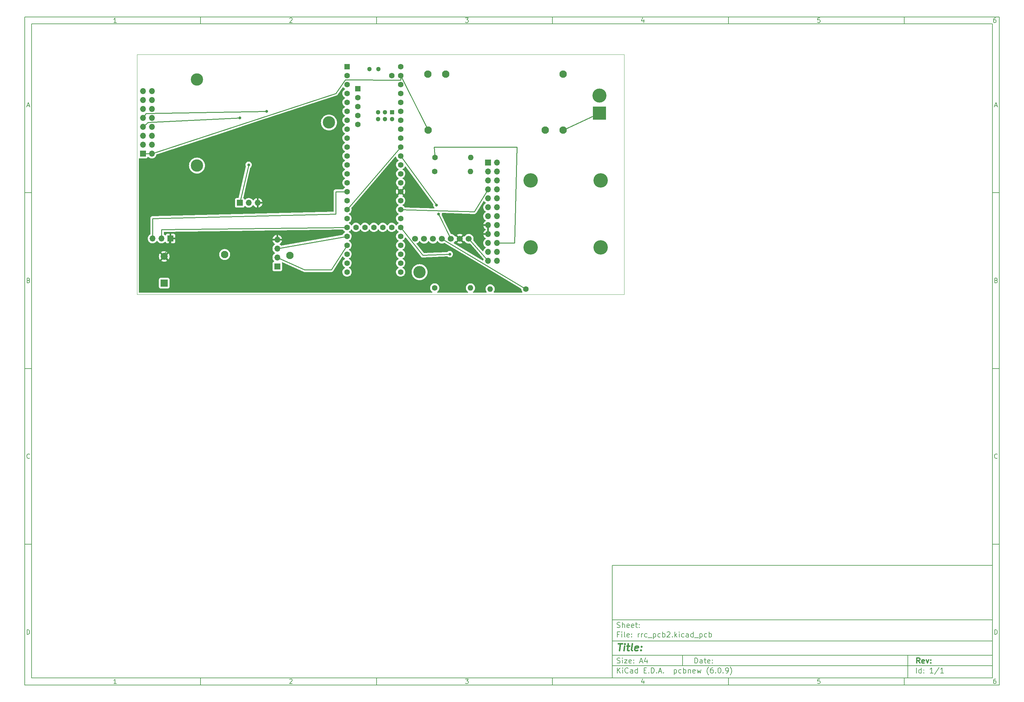
<source format=gbr>
%TF.GenerationSoftware,KiCad,Pcbnew,(6.0.9)*%
%TF.CreationDate,2023-04-14T20:57:09-04:00*%
%TF.ProjectId,rrc_pcb2,7272635f-7063-4623-922e-6b696361645f,rev?*%
%TF.SameCoordinates,Original*%
%TF.FileFunction,Copper,L2,Bot*%
%TF.FilePolarity,Positive*%
%FSLAX46Y46*%
G04 Gerber Fmt 4.6, Leading zero omitted, Abs format (unit mm)*
G04 Created by KiCad (PCBNEW (6.0.9)) date 2023-04-14 20:57:09*
%MOMM*%
%LPD*%
G01*
G04 APERTURE LIST*
%ADD10C,0.100000*%
%ADD11C,0.150000*%
%ADD12C,0.300000*%
%ADD13C,0.400000*%
%TA.AperFunction,Profile*%
%ADD14C,0.050000*%
%TD*%
%TA.AperFunction,ComponentPad*%
%ADD15C,3.500000*%
%TD*%
%TA.AperFunction,ComponentPad*%
%ADD16O,1.700000X1.700000*%
%TD*%
%TA.AperFunction,ComponentPad*%
%ADD17R,1.700000X1.700000*%
%TD*%
%TA.AperFunction,ComponentPad*%
%ADD18C,1.600000*%
%TD*%
%TA.AperFunction,ComponentPad*%
%ADD19O,1.600000X1.600000*%
%TD*%
%TA.AperFunction,ComponentPad*%
%ADD20R,3.800000X3.800000*%
%TD*%
%TA.AperFunction,ComponentPad*%
%ADD21C,4.000000*%
%TD*%
%TA.AperFunction,WasherPad*%
%ADD22C,4.100000*%
%TD*%
%TA.AperFunction,ComponentPad*%
%ADD23R,1.600000X1.600000*%
%TD*%
%TA.AperFunction,ComponentPad*%
%ADD24R,1.300000X1.300000*%
%TD*%
%TA.AperFunction,ComponentPad*%
%ADD25C,1.300000*%
%TD*%
%TA.AperFunction,ComponentPad*%
%ADD26C,1.700000*%
%TD*%
%TA.AperFunction,ComponentPad*%
%ADD27R,2.000000X2.000000*%
%TD*%
%TA.AperFunction,ComponentPad*%
%ADD28C,2.000000*%
%TD*%
%TA.AperFunction,WasherPad*%
%ADD29C,2.100000*%
%TD*%
%TA.AperFunction,ComponentPad*%
%ADD30C,2.100000*%
%TD*%
%TA.AperFunction,ViaPad*%
%ADD31C,0.800000*%
%TD*%
%TA.AperFunction,Conductor*%
%ADD32C,0.250000*%
%TD*%
G04 APERTURE END LIST*
D10*
D11*
X177002200Y-166007200D02*
X177002200Y-198007200D01*
X285002200Y-198007200D01*
X285002200Y-166007200D01*
X177002200Y-166007200D01*
D10*
D11*
X10000000Y-10000000D02*
X10000000Y-200007200D01*
X287002200Y-200007200D01*
X287002200Y-10000000D01*
X10000000Y-10000000D01*
D10*
D11*
X12000000Y-12000000D02*
X12000000Y-198007200D01*
X285002200Y-198007200D01*
X285002200Y-12000000D01*
X12000000Y-12000000D01*
D10*
D11*
X60000000Y-12000000D02*
X60000000Y-10000000D01*
D10*
D11*
X110000000Y-12000000D02*
X110000000Y-10000000D01*
D10*
D11*
X160000000Y-12000000D02*
X160000000Y-10000000D01*
D10*
D11*
X210000000Y-12000000D02*
X210000000Y-10000000D01*
D10*
D11*
X260000000Y-12000000D02*
X260000000Y-10000000D01*
D10*
D11*
X36065476Y-11588095D02*
X35322619Y-11588095D01*
X35694047Y-11588095D02*
X35694047Y-10288095D01*
X35570238Y-10473809D01*
X35446428Y-10597619D01*
X35322619Y-10659523D01*
D10*
D11*
X85322619Y-10411904D02*
X85384523Y-10350000D01*
X85508333Y-10288095D01*
X85817857Y-10288095D01*
X85941666Y-10350000D01*
X86003571Y-10411904D01*
X86065476Y-10535714D01*
X86065476Y-10659523D01*
X86003571Y-10845238D01*
X85260714Y-11588095D01*
X86065476Y-11588095D01*
D10*
D11*
X135260714Y-10288095D02*
X136065476Y-10288095D01*
X135632142Y-10783333D01*
X135817857Y-10783333D01*
X135941666Y-10845238D01*
X136003571Y-10907142D01*
X136065476Y-11030952D01*
X136065476Y-11340476D01*
X136003571Y-11464285D01*
X135941666Y-11526190D01*
X135817857Y-11588095D01*
X135446428Y-11588095D01*
X135322619Y-11526190D01*
X135260714Y-11464285D01*
D10*
D11*
X185941666Y-10721428D02*
X185941666Y-11588095D01*
X185632142Y-10226190D02*
X185322619Y-11154761D01*
X186127380Y-11154761D01*
D10*
D11*
X236003571Y-10288095D02*
X235384523Y-10288095D01*
X235322619Y-10907142D01*
X235384523Y-10845238D01*
X235508333Y-10783333D01*
X235817857Y-10783333D01*
X235941666Y-10845238D01*
X236003571Y-10907142D01*
X236065476Y-11030952D01*
X236065476Y-11340476D01*
X236003571Y-11464285D01*
X235941666Y-11526190D01*
X235817857Y-11588095D01*
X235508333Y-11588095D01*
X235384523Y-11526190D01*
X235322619Y-11464285D01*
D10*
D11*
X285941666Y-10288095D02*
X285694047Y-10288095D01*
X285570238Y-10350000D01*
X285508333Y-10411904D01*
X285384523Y-10597619D01*
X285322619Y-10845238D01*
X285322619Y-11340476D01*
X285384523Y-11464285D01*
X285446428Y-11526190D01*
X285570238Y-11588095D01*
X285817857Y-11588095D01*
X285941666Y-11526190D01*
X286003571Y-11464285D01*
X286065476Y-11340476D01*
X286065476Y-11030952D01*
X286003571Y-10907142D01*
X285941666Y-10845238D01*
X285817857Y-10783333D01*
X285570238Y-10783333D01*
X285446428Y-10845238D01*
X285384523Y-10907142D01*
X285322619Y-11030952D01*
D10*
D11*
X60000000Y-198007200D02*
X60000000Y-200007200D01*
D10*
D11*
X110000000Y-198007200D02*
X110000000Y-200007200D01*
D10*
D11*
X160000000Y-198007200D02*
X160000000Y-200007200D01*
D10*
D11*
X210000000Y-198007200D02*
X210000000Y-200007200D01*
D10*
D11*
X260000000Y-198007200D02*
X260000000Y-200007200D01*
D10*
D11*
X36065476Y-199595295D02*
X35322619Y-199595295D01*
X35694047Y-199595295D02*
X35694047Y-198295295D01*
X35570238Y-198481009D01*
X35446428Y-198604819D01*
X35322619Y-198666723D01*
D10*
D11*
X85322619Y-198419104D02*
X85384523Y-198357200D01*
X85508333Y-198295295D01*
X85817857Y-198295295D01*
X85941666Y-198357200D01*
X86003571Y-198419104D01*
X86065476Y-198542914D01*
X86065476Y-198666723D01*
X86003571Y-198852438D01*
X85260714Y-199595295D01*
X86065476Y-199595295D01*
D10*
D11*
X135260714Y-198295295D02*
X136065476Y-198295295D01*
X135632142Y-198790533D01*
X135817857Y-198790533D01*
X135941666Y-198852438D01*
X136003571Y-198914342D01*
X136065476Y-199038152D01*
X136065476Y-199347676D01*
X136003571Y-199471485D01*
X135941666Y-199533390D01*
X135817857Y-199595295D01*
X135446428Y-199595295D01*
X135322619Y-199533390D01*
X135260714Y-199471485D01*
D10*
D11*
X185941666Y-198728628D02*
X185941666Y-199595295D01*
X185632142Y-198233390D02*
X185322619Y-199161961D01*
X186127380Y-199161961D01*
D10*
D11*
X236003571Y-198295295D02*
X235384523Y-198295295D01*
X235322619Y-198914342D01*
X235384523Y-198852438D01*
X235508333Y-198790533D01*
X235817857Y-198790533D01*
X235941666Y-198852438D01*
X236003571Y-198914342D01*
X236065476Y-199038152D01*
X236065476Y-199347676D01*
X236003571Y-199471485D01*
X235941666Y-199533390D01*
X235817857Y-199595295D01*
X235508333Y-199595295D01*
X235384523Y-199533390D01*
X235322619Y-199471485D01*
D10*
D11*
X285941666Y-198295295D02*
X285694047Y-198295295D01*
X285570238Y-198357200D01*
X285508333Y-198419104D01*
X285384523Y-198604819D01*
X285322619Y-198852438D01*
X285322619Y-199347676D01*
X285384523Y-199471485D01*
X285446428Y-199533390D01*
X285570238Y-199595295D01*
X285817857Y-199595295D01*
X285941666Y-199533390D01*
X286003571Y-199471485D01*
X286065476Y-199347676D01*
X286065476Y-199038152D01*
X286003571Y-198914342D01*
X285941666Y-198852438D01*
X285817857Y-198790533D01*
X285570238Y-198790533D01*
X285446428Y-198852438D01*
X285384523Y-198914342D01*
X285322619Y-199038152D01*
D10*
D11*
X10000000Y-60000000D02*
X12000000Y-60000000D01*
D10*
D11*
X10000000Y-110000000D02*
X12000000Y-110000000D01*
D10*
D11*
X10000000Y-160000000D02*
X12000000Y-160000000D01*
D10*
D11*
X10690476Y-35216666D02*
X11309523Y-35216666D01*
X10566666Y-35588095D02*
X11000000Y-34288095D01*
X11433333Y-35588095D01*
D10*
D11*
X11092857Y-84907142D02*
X11278571Y-84969047D01*
X11340476Y-85030952D01*
X11402380Y-85154761D01*
X11402380Y-85340476D01*
X11340476Y-85464285D01*
X11278571Y-85526190D01*
X11154761Y-85588095D01*
X10659523Y-85588095D01*
X10659523Y-84288095D01*
X11092857Y-84288095D01*
X11216666Y-84350000D01*
X11278571Y-84411904D01*
X11340476Y-84535714D01*
X11340476Y-84659523D01*
X11278571Y-84783333D01*
X11216666Y-84845238D01*
X11092857Y-84907142D01*
X10659523Y-84907142D01*
D10*
D11*
X11402380Y-135464285D02*
X11340476Y-135526190D01*
X11154761Y-135588095D01*
X11030952Y-135588095D01*
X10845238Y-135526190D01*
X10721428Y-135402380D01*
X10659523Y-135278571D01*
X10597619Y-135030952D01*
X10597619Y-134845238D01*
X10659523Y-134597619D01*
X10721428Y-134473809D01*
X10845238Y-134350000D01*
X11030952Y-134288095D01*
X11154761Y-134288095D01*
X11340476Y-134350000D01*
X11402380Y-134411904D01*
D10*
D11*
X10659523Y-185588095D02*
X10659523Y-184288095D01*
X10969047Y-184288095D01*
X11154761Y-184350000D01*
X11278571Y-184473809D01*
X11340476Y-184597619D01*
X11402380Y-184845238D01*
X11402380Y-185030952D01*
X11340476Y-185278571D01*
X11278571Y-185402380D01*
X11154761Y-185526190D01*
X10969047Y-185588095D01*
X10659523Y-185588095D01*
D10*
D11*
X287002200Y-60000000D02*
X285002200Y-60000000D01*
D10*
D11*
X287002200Y-110000000D02*
X285002200Y-110000000D01*
D10*
D11*
X287002200Y-160000000D02*
X285002200Y-160000000D01*
D10*
D11*
X285692676Y-35216666D02*
X286311723Y-35216666D01*
X285568866Y-35588095D02*
X286002200Y-34288095D01*
X286435533Y-35588095D01*
D10*
D11*
X286095057Y-84907142D02*
X286280771Y-84969047D01*
X286342676Y-85030952D01*
X286404580Y-85154761D01*
X286404580Y-85340476D01*
X286342676Y-85464285D01*
X286280771Y-85526190D01*
X286156961Y-85588095D01*
X285661723Y-85588095D01*
X285661723Y-84288095D01*
X286095057Y-84288095D01*
X286218866Y-84350000D01*
X286280771Y-84411904D01*
X286342676Y-84535714D01*
X286342676Y-84659523D01*
X286280771Y-84783333D01*
X286218866Y-84845238D01*
X286095057Y-84907142D01*
X285661723Y-84907142D01*
D10*
D11*
X286404580Y-135464285D02*
X286342676Y-135526190D01*
X286156961Y-135588095D01*
X286033152Y-135588095D01*
X285847438Y-135526190D01*
X285723628Y-135402380D01*
X285661723Y-135278571D01*
X285599819Y-135030952D01*
X285599819Y-134845238D01*
X285661723Y-134597619D01*
X285723628Y-134473809D01*
X285847438Y-134350000D01*
X286033152Y-134288095D01*
X286156961Y-134288095D01*
X286342676Y-134350000D01*
X286404580Y-134411904D01*
D10*
D11*
X285661723Y-185588095D02*
X285661723Y-184288095D01*
X285971247Y-184288095D01*
X286156961Y-184350000D01*
X286280771Y-184473809D01*
X286342676Y-184597619D01*
X286404580Y-184845238D01*
X286404580Y-185030952D01*
X286342676Y-185278571D01*
X286280771Y-185402380D01*
X286156961Y-185526190D01*
X285971247Y-185588095D01*
X285661723Y-185588095D01*
D10*
D11*
X200434342Y-193785771D02*
X200434342Y-192285771D01*
X200791485Y-192285771D01*
X201005771Y-192357200D01*
X201148628Y-192500057D01*
X201220057Y-192642914D01*
X201291485Y-192928628D01*
X201291485Y-193142914D01*
X201220057Y-193428628D01*
X201148628Y-193571485D01*
X201005771Y-193714342D01*
X200791485Y-193785771D01*
X200434342Y-193785771D01*
X202577200Y-193785771D02*
X202577200Y-193000057D01*
X202505771Y-192857200D01*
X202362914Y-192785771D01*
X202077200Y-192785771D01*
X201934342Y-192857200D01*
X202577200Y-193714342D02*
X202434342Y-193785771D01*
X202077200Y-193785771D01*
X201934342Y-193714342D01*
X201862914Y-193571485D01*
X201862914Y-193428628D01*
X201934342Y-193285771D01*
X202077200Y-193214342D01*
X202434342Y-193214342D01*
X202577200Y-193142914D01*
X203077200Y-192785771D02*
X203648628Y-192785771D01*
X203291485Y-192285771D02*
X203291485Y-193571485D01*
X203362914Y-193714342D01*
X203505771Y-193785771D01*
X203648628Y-193785771D01*
X204720057Y-193714342D02*
X204577200Y-193785771D01*
X204291485Y-193785771D01*
X204148628Y-193714342D01*
X204077200Y-193571485D01*
X204077200Y-193000057D01*
X204148628Y-192857200D01*
X204291485Y-192785771D01*
X204577200Y-192785771D01*
X204720057Y-192857200D01*
X204791485Y-193000057D01*
X204791485Y-193142914D01*
X204077200Y-193285771D01*
X205434342Y-193642914D02*
X205505771Y-193714342D01*
X205434342Y-193785771D01*
X205362914Y-193714342D01*
X205434342Y-193642914D01*
X205434342Y-193785771D01*
X205434342Y-192857200D02*
X205505771Y-192928628D01*
X205434342Y-193000057D01*
X205362914Y-192928628D01*
X205434342Y-192857200D01*
X205434342Y-193000057D01*
D10*
D11*
X177002200Y-194507200D02*
X285002200Y-194507200D01*
D10*
D11*
X178434342Y-196585771D02*
X178434342Y-195085771D01*
X179291485Y-196585771D02*
X178648628Y-195728628D01*
X179291485Y-195085771D02*
X178434342Y-195942914D01*
X179934342Y-196585771D02*
X179934342Y-195585771D01*
X179934342Y-195085771D02*
X179862914Y-195157200D01*
X179934342Y-195228628D01*
X180005771Y-195157200D01*
X179934342Y-195085771D01*
X179934342Y-195228628D01*
X181505771Y-196442914D02*
X181434342Y-196514342D01*
X181220057Y-196585771D01*
X181077200Y-196585771D01*
X180862914Y-196514342D01*
X180720057Y-196371485D01*
X180648628Y-196228628D01*
X180577200Y-195942914D01*
X180577200Y-195728628D01*
X180648628Y-195442914D01*
X180720057Y-195300057D01*
X180862914Y-195157200D01*
X181077200Y-195085771D01*
X181220057Y-195085771D01*
X181434342Y-195157200D01*
X181505771Y-195228628D01*
X182791485Y-196585771D02*
X182791485Y-195800057D01*
X182720057Y-195657200D01*
X182577200Y-195585771D01*
X182291485Y-195585771D01*
X182148628Y-195657200D01*
X182791485Y-196514342D02*
X182648628Y-196585771D01*
X182291485Y-196585771D01*
X182148628Y-196514342D01*
X182077200Y-196371485D01*
X182077200Y-196228628D01*
X182148628Y-196085771D01*
X182291485Y-196014342D01*
X182648628Y-196014342D01*
X182791485Y-195942914D01*
X184148628Y-196585771D02*
X184148628Y-195085771D01*
X184148628Y-196514342D02*
X184005771Y-196585771D01*
X183720057Y-196585771D01*
X183577200Y-196514342D01*
X183505771Y-196442914D01*
X183434342Y-196300057D01*
X183434342Y-195871485D01*
X183505771Y-195728628D01*
X183577200Y-195657200D01*
X183720057Y-195585771D01*
X184005771Y-195585771D01*
X184148628Y-195657200D01*
X186005771Y-195800057D02*
X186505771Y-195800057D01*
X186720057Y-196585771D02*
X186005771Y-196585771D01*
X186005771Y-195085771D01*
X186720057Y-195085771D01*
X187362914Y-196442914D02*
X187434342Y-196514342D01*
X187362914Y-196585771D01*
X187291485Y-196514342D01*
X187362914Y-196442914D01*
X187362914Y-196585771D01*
X188077200Y-196585771D02*
X188077200Y-195085771D01*
X188434342Y-195085771D01*
X188648628Y-195157200D01*
X188791485Y-195300057D01*
X188862914Y-195442914D01*
X188934342Y-195728628D01*
X188934342Y-195942914D01*
X188862914Y-196228628D01*
X188791485Y-196371485D01*
X188648628Y-196514342D01*
X188434342Y-196585771D01*
X188077200Y-196585771D01*
X189577200Y-196442914D02*
X189648628Y-196514342D01*
X189577200Y-196585771D01*
X189505771Y-196514342D01*
X189577200Y-196442914D01*
X189577200Y-196585771D01*
X190220057Y-196157200D02*
X190934342Y-196157200D01*
X190077200Y-196585771D02*
X190577200Y-195085771D01*
X191077200Y-196585771D01*
X191577200Y-196442914D02*
X191648628Y-196514342D01*
X191577200Y-196585771D01*
X191505771Y-196514342D01*
X191577200Y-196442914D01*
X191577200Y-196585771D01*
X194577200Y-195585771D02*
X194577200Y-197085771D01*
X194577200Y-195657200D02*
X194720057Y-195585771D01*
X195005771Y-195585771D01*
X195148628Y-195657200D01*
X195220057Y-195728628D01*
X195291485Y-195871485D01*
X195291485Y-196300057D01*
X195220057Y-196442914D01*
X195148628Y-196514342D01*
X195005771Y-196585771D01*
X194720057Y-196585771D01*
X194577200Y-196514342D01*
X196577200Y-196514342D02*
X196434342Y-196585771D01*
X196148628Y-196585771D01*
X196005771Y-196514342D01*
X195934342Y-196442914D01*
X195862914Y-196300057D01*
X195862914Y-195871485D01*
X195934342Y-195728628D01*
X196005771Y-195657200D01*
X196148628Y-195585771D01*
X196434342Y-195585771D01*
X196577200Y-195657200D01*
X197220057Y-196585771D02*
X197220057Y-195085771D01*
X197220057Y-195657200D02*
X197362914Y-195585771D01*
X197648628Y-195585771D01*
X197791485Y-195657200D01*
X197862914Y-195728628D01*
X197934342Y-195871485D01*
X197934342Y-196300057D01*
X197862914Y-196442914D01*
X197791485Y-196514342D01*
X197648628Y-196585771D01*
X197362914Y-196585771D01*
X197220057Y-196514342D01*
X198577200Y-195585771D02*
X198577200Y-196585771D01*
X198577200Y-195728628D02*
X198648628Y-195657200D01*
X198791485Y-195585771D01*
X199005771Y-195585771D01*
X199148628Y-195657200D01*
X199220057Y-195800057D01*
X199220057Y-196585771D01*
X200505771Y-196514342D02*
X200362914Y-196585771D01*
X200077200Y-196585771D01*
X199934342Y-196514342D01*
X199862914Y-196371485D01*
X199862914Y-195800057D01*
X199934342Y-195657200D01*
X200077200Y-195585771D01*
X200362914Y-195585771D01*
X200505771Y-195657200D01*
X200577200Y-195800057D01*
X200577200Y-195942914D01*
X199862914Y-196085771D01*
X201077200Y-195585771D02*
X201362914Y-196585771D01*
X201648628Y-195871485D01*
X201934342Y-196585771D01*
X202220057Y-195585771D01*
X204362914Y-197157200D02*
X204291485Y-197085771D01*
X204148628Y-196871485D01*
X204077200Y-196728628D01*
X204005771Y-196514342D01*
X203934342Y-196157200D01*
X203934342Y-195871485D01*
X204005771Y-195514342D01*
X204077200Y-195300057D01*
X204148628Y-195157200D01*
X204291485Y-194942914D01*
X204362914Y-194871485D01*
X205577200Y-195085771D02*
X205291485Y-195085771D01*
X205148628Y-195157200D01*
X205077200Y-195228628D01*
X204934342Y-195442914D01*
X204862914Y-195728628D01*
X204862914Y-196300057D01*
X204934342Y-196442914D01*
X205005771Y-196514342D01*
X205148628Y-196585771D01*
X205434342Y-196585771D01*
X205577200Y-196514342D01*
X205648628Y-196442914D01*
X205720057Y-196300057D01*
X205720057Y-195942914D01*
X205648628Y-195800057D01*
X205577200Y-195728628D01*
X205434342Y-195657200D01*
X205148628Y-195657200D01*
X205005771Y-195728628D01*
X204934342Y-195800057D01*
X204862914Y-195942914D01*
X206362914Y-196442914D02*
X206434342Y-196514342D01*
X206362914Y-196585771D01*
X206291485Y-196514342D01*
X206362914Y-196442914D01*
X206362914Y-196585771D01*
X207362914Y-195085771D02*
X207505771Y-195085771D01*
X207648628Y-195157200D01*
X207720057Y-195228628D01*
X207791485Y-195371485D01*
X207862914Y-195657200D01*
X207862914Y-196014342D01*
X207791485Y-196300057D01*
X207720057Y-196442914D01*
X207648628Y-196514342D01*
X207505771Y-196585771D01*
X207362914Y-196585771D01*
X207220057Y-196514342D01*
X207148628Y-196442914D01*
X207077200Y-196300057D01*
X207005771Y-196014342D01*
X207005771Y-195657200D01*
X207077200Y-195371485D01*
X207148628Y-195228628D01*
X207220057Y-195157200D01*
X207362914Y-195085771D01*
X208505771Y-196442914D02*
X208577200Y-196514342D01*
X208505771Y-196585771D01*
X208434342Y-196514342D01*
X208505771Y-196442914D01*
X208505771Y-196585771D01*
X209291485Y-196585771D02*
X209577200Y-196585771D01*
X209720057Y-196514342D01*
X209791485Y-196442914D01*
X209934342Y-196228628D01*
X210005771Y-195942914D01*
X210005771Y-195371485D01*
X209934342Y-195228628D01*
X209862914Y-195157200D01*
X209720057Y-195085771D01*
X209434342Y-195085771D01*
X209291485Y-195157200D01*
X209220057Y-195228628D01*
X209148628Y-195371485D01*
X209148628Y-195728628D01*
X209220057Y-195871485D01*
X209291485Y-195942914D01*
X209434342Y-196014342D01*
X209720057Y-196014342D01*
X209862914Y-195942914D01*
X209934342Y-195871485D01*
X210005771Y-195728628D01*
X210505771Y-197157200D02*
X210577200Y-197085771D01*
X210720057Y-196871485D01*
X210791485Y-196728628D01*
X210862914Y-196514342D01*
X210934342Y-196157200D01*
X210934342Y-195871485D01*
X210862914Y-195514342D01*
X210791485Y-195300057D01*
X210720057Y-195157200D01*
X210577200Y-194942914D01*
X210505771Y-194871485D01*
D10*
D11*
X177002200Y-191507200D02*
X285002200Y-191507200D01*
D10*
D12*
X264411485Y-193785771D02*
X263911485Y-193071485D01*
X263554342Y-193785771D02*
X263554342Y-192285771D01*
X264125771Y-192285771D01*
X264268628Y-192357200D01*
X264340057Y-192428628D01*
X264411485Y-192571485D01*
X264411485Y-192785771D01*
X264340057Y-192928628D01*
X264268628Y-193000057D01*
X264125771Y-193071485D01*
X263554342Y-193071485D01*
X265625771Y-193714342D02*
X265482914Y-193785771D01*
X265197200Y-193785771D01*
X265054342Y-193714342D01*
X264982914Y-193571485D01*
X264982914Y-193000057D01*
X265054342Y-192857200D01*
X265197200Y-192785771D01*
X265482914Y-192785771D01*
X265625771Y-192857200D01*
X265697200Y-193000057D01*
X265697200Y-193142914D01*
X264982914Y-193285771D01*
X266197200Y-192785771D02*
X266554342Y-193785771D01*
X266911485Y-192785771D01*
X267482914Y-193642914D02*
X267554342Y-193714342D01*
X267482914Y-193785771D01*
X267411485Y-193714342D01*
X267482914Y-193642914D01*
X267482914Y-193785771D01*
X267482914Y-192857200D02*
X267554342Y-192928628D01*
X267482914Y-193000057D01*
X267411485Y-192928628D01*
X267482914Y-192857200D01*
X267482914Y-193000057D01*
D10*
D11*
X178362914Y-193714342D02*
X178577200Y-193785771D01*
X178934342Y-193785771D01*
X179077200Y-193714342D01*
X179148628Y-193642914D01*
X179220057Y-193500057D01*
X179220057Y-193357200D01*
X179148628Y-193214342D01*
X179077200Y-193142914D01*
X178934342Y-193071485D01*
X178648628Y-193000057D01*
X178505771Y-192928628D01*
X178434342Y-192857200D01*
X178362914Y-192714342D01*
X178362914Y-192571485D01*
X178434342Y-192428628D01*
X178505771Y-192357200D01*
X178648628Y-192285771D01*
X179005771Y-192285771D01*
X179220057Y-192357200D01*
X179862914Y-193785771D02*
X179862914Y-192785771D01*
X179862914Y-192285771D02*
X179791485Y-192357200D01*
X179862914Y-192428628D01*
X179934342Y-192357200D01*
X179862914Y-192285771D01*
X179862914Y-192428628D01*
X180434342Y-192785771D02*
X181220057Y-192785771D01*
X180434342Y-193785771D01*
X181220057Y-193785771D01*
X182362914Y-193714342D02*
X182220057Y-193785771D01*
X181934342Y-193785771D01*
X181791485Y-193714342D01*
X181720057Y-193571485D01*
X181720057Y-193000057D01*
X181791485Y-192857200D01*
X181934342Y-192785771D01*
X182220057Y-192785771D01*
X182362914Y-192857200D01*
X182434342Y-193000057D01*
X182434342Y-193142914D01*
X181720057Y-193285771D01*
X183077200Y-193642914D02*
X183148628Y-193714342D01*
X183077200Y-193785771D01*
X183005771Y-193714342D01*
X183077200Y-193642914D01*
X183077200Y-193785771D01*
X183077200Y-192857200D02*
X183148628Y-192928628D01*
X183077200Y-193000057D01*
X183005771Y-192928628D01*
X183077200Y-192857200D01*
X183077200Y-193000057D01*
X184862914Y-193357200D02*
X185577200Y-193357200D01*
X184720057Y-193785771D02*
X185220057Y-192285771D01*
X185720057Y-193785771D01*
X186862914Y-192785771D02*
X186862914Y-193785771D01*
X186505771Y-192214342D02*
X186148628Y-193285771D01*
X187077200Y-193285771D01*
D10*
D11*
X263434342Y-196585771D02*
X263434342Y-195085771D01*
X264791485Y-196585771D02*
X264791485Y-195085771D01*
X264791485Y-196514342D02*
X264648628Y-196585771D01*
X264362914Y-196585771D01*
X264220057Y-196514342D01*
X264148628Y-196442914D01*
X264077200Y-196300057D01*
X264077200Y-195871485D01*
X264148628Y-195728628D01*
X264220057Y-195657200D01*
X264362914Y-195585771D01*
X264648628Y-195585771D01*
X264791485Y-195657200D01*
X265505771Y-196442914D02*
X265577200Y-196514342D01*
X265505771Y-196585771D01*
X265434342Y-196514342D01*
X265505771Y-196442914D01*
X265505771Y-196585771D01*
X265505771Y-195657200D02*
X265577200Y-195728628D01*
X265505771Y-195800057D01*
X265434342Y-195728628D01*
X265505771Y-195657200D01*
X265505771Y-195800057D01*
X268148628Y-196585771D02*
X267291485Y-196585771D01*
X267720057Y-196585771D02*
X267720057Y-195085771D01*
X267577200Y-195300057D01*
X267434342Y-195442914D01*
X267291485Y-195514342D01*
X269862914Y-195014342D02*
X268577200Y-196942914D01*
X271148628Y-196585771D02*
X270291485Y-196585771D01*
X270720057Y-196585771D02*
X270720057Y-195085771D01*
X270577200Y-195300057D01*
X270434342Y-195442914D01*
X270291485Y-195514342D01*
D10*
D11*
X177002200Y-187507200D02*
X285002200Y-187507200D01*
D10*
D13*
X178714580Y-188211961D02*
X179857438Y-188211961D01*
X179036009Y-190211961D02*
X179286009Y-188211961D01*
X180274104Y-190211961D02*
X180440771Y-188878628D01*
X180524104Y-188211961D02*
X180416961Y-188307200D01*
X180500295Y-188402438D01*
X180607438Y-188307200D01*
X180524104Y-188211961D01*
X180500295Y-188402438D01*
X181107438Y-188878628D02*
X181869342Y-188878628D01*
X181476485Y-188211961D02*
X181262200Y-189926247D01*
X181333628Y-190116723D01*
X181512200Y-190211961D01*
X181702676Y-190211961D01*
X182655057Y-190211961D02*
X182476485Y-190116723D01*
X182405057Y-189926247D01*
X182619342Y-188211961D01*
X184190771Y-190116723D02*
X183988390Y-190211961D01*
X183607438Y-190211961D01*
X183428866Y-190116723D01*
X183357438Y-189926247D01*
X183452676Y-189164342D01*
X183571723Y-188973866D01*
X183774104Y-188878628D01*
X184155057Y-188878628D01*
X184333628Y-188973866D01*
X184405057Y-189164342D01*
X184381247Y-189354819D01*
X183405057Y-189545295D01*
X185155057Y-190021485D02*
X185238390Y-190116723D01*
X185131247Y-190211961D01*
X185047914Y-190116723D01*
X185155057Y-190021485D01*
X185131247Y-190211961D01*
X185286009Y-188973866D02*
X185369342Y-189069104D01*
X185262200Y-189164342D01*
X185178866Y-189069104D01*
X185286009Y-188973866D01*
X185262200Y-189164342D01*
D10*
D11*
X178934342Y-185600057D02*
X178434342Y-185600057D01*
X178434342Y-186385771D02*
X178434342Y-184885771D01*
X179148628Y-184885771D01*
X179720057Y-186385771D02*
X179720057Y-185385771D01*
X179720057Y-184885771D02*
X179648628Y-184957200D01*
X179720057Y-185028628D01*
X179791485Y-184957200D01*
X179720057Y-184885771D01*
X179720057Y-185028628D01*
X180648628Y-186385771D02*
X180505771Y-186314342D01*
X180434342Y-186171485D01*
X180434342Y-184885771D01*
X181791485Y-186314342D02*
X181648628Y-186385771D01*
X181362914Y-186385771D01*
X181220057Y-186314342D01*
X181148628Y-186171485D01*
X181148628Y-185600057D01*
X181220057Y-185457200D01*
X181362914Y-185385771D01*
X181648628Y-185385771D01*
X181791485Y-185457200D01*
X181862914Y-185600057D01*
X181862914Y-185742914D01*
X181148628Y-185885771D01*
X182505771Y-186242914D02*
X182577200Y-186314342D01*
X182505771Y-186385771D01*
X182434342Y-186314342D01*
X182505771Y-186242914D01*
X182505771Y-186385771D01*
X182505771Y-185457200D02*
X182577200Y-185528628D01*
X182505771Y-185600057D01*
X182434342Y-185528628D01*
X182505771Y-185457200D01*
X182505771Y-185600057D01*
X184362914Y-186385771D02*
X184362914Y-185385771D01*
X184362914Y-185671485D02*
X184434342Y-185528628D01*
X184505771Y-185457200D01*
X184648628Y-185385771D01*
X184791485Y-185385771D01*
X185291485Y-186385771D02*
X185291485Y-185385771D01*
X185291485Y-185671485D02*
X185362914Y-185528628D01*
X185434342Y-185457200D01*
X185577200Y-185385771D01*
X185720057Y-185385771D01*
X186862914Y-186314342D02*
X186720057Y-186385771D01*
X186434342Y-186385771D01*
X186291485Y-186314342D01*
X186220057Y-186242914D01*
X186148628Y-186100057D01*
X186148628Y-185671485D01*
X186220057Y-185528628D01*
X186291485Y-185457200D01*
X186434342Y-185385771D01*
X186720057Y-185385771D01*
X186862914Y-185457200D01*
X187148628Y-186528628D02*
X188291485Y-186528628D01*
X188648628Y-185385771D02*
X188648628Y-186885771D01*
X188648628Y-185457200D02*
X188791485Y-185385771D01*
X189077200Y-185385771D01*
X189220057Y-185457200D01*
X189291485Y-185528628D01*
X189362914Y-185671485D01*
X189362914Y-186100057D01*
X189291485Y-186242914D01*
X189220057Y-186314342D01*
X189077200Y-186385771D01*
X188791485Y-186385771D01*
X188648628Y-186314342D01*
X190648628Y-186314342D02*
X190505771Y-186385771D01*
X190220057Y-186385771D01*
X190077200Y-186314342D01*
X190005771Y-186242914D01*
X189934342Y-186100057D01*
X189934342Y-185671485D01*
X190005771Y-185528628D01*
X190077200Y-185457200D01*
X190220057Y-185385771D01*
X190505771Y-185385771D01*
X190648628Y-185457200D01*
X191291485Y-186385771D02*
X191291485Y-184885771D01*
X191291485Y-185457200D02*
X191434342Y-185385771D01*
X191720057Y-185385771D01*
X191862914Y-185457200D01*
X191934342Y-185528628D01*
X192005771Y-185671485D01*
X192005771Y-186100057D01*
X191934342Y-186242914D01*
X191862914Y-186314342D01*
X191720057Y-186385771D01*
X191434342Y-186385771D01*
X191291485Y-186314342D01*
X192577200Y-185028628D02*
X192648628Y-184957200D01*
X192791485Y-184885771D01*
X193148628Y-184885771D01*
X193291485Y-184957200D01*
X193362914Y-185028628D01*
X193434342Y-185171485D01*
X193434342Y-185314342D01*
X193362914Y-185528628D01*
X192505771Y-186385771D01*
X193434342Y-186385771D01*
X194077200Y-186242914D02*
X194148628Y-186314342D01*
X194077200Y-186385771D01*
X194005771Y-186314342D01*
X194077200Y-186242914D01*
X194077200Y-186385771D01*
X194791485Y-186385771D02*
X194791485Y-184885771D01*
X194934342Y-185814342D02*
X195362914Y-186385771D01*
X195362914Y-185385771D02*
X194791485Y-185957200D01*
X196005771Y-186385771D02*
X196005771Y-185385771D01*
X196005771Y-184885771D02*
X195934342Y-184957200D01*
X196005771Y-185028628D01*
X196077200Y-184957200D01*
X196005771Y-184885771D01*
X196005771Y-185028628D01*
X197362914Y-186314342D02*
X197220057Y-186385771D01*
X196934342Y-186385771D01*
X196791485Y-186314342D01*
X196720057Y-186242914D01*
X196648628Y-186100057D01*
X196648628Y-185671485D01*
X196720057Y-185528628D01*
X196791485Y-185457200D01*
X196934342Y-185385771D01*
X197220057Y-185385771D01*
X197362914Y-185457200D01*
X198648628Y-186385771D02*
X198648628Y-185600057D01*
X198577200Y-185457200D01*
X198434342Y-185385771D01*
X198148628Y-185385771D01*
X198005771Y-185457200D01*
X198648628Y-186314342D02*
X198505771Y-186385771D01*
X198148628Y-186385771D01*
X198005771Y-186314342D01*
X197934342Y-186171485D01*
X197934342Y-186028628D01*
X198005771Y-185885771D01*
X198148628Y-185814342D01*
X198505771Y-185814342D01*
X198648628Y-185742914D01*
X200005771Y-186385771D02*
X200005771Y-184885771D01*
X200005771Y-186314342D02*
X199862914Y-186385771D01*
X199577200Y-186385771D01*
X199434342Y-186314342D01*
X199362914Y-186242914D01*
X199291485Y-186100057D01*
X199291485Y-185671485D01*
X199362914Y-185528628D01*
X199434342Y-185457200D01*
X199577200Y-185385771D01*
X199862914Y-185385771D01*
X200005771Y-185457200D01*
X200362914Y-186528628D02*
X201505771Y-186528628D01*
X201862914Y-185385771D02*
X201862914Y-186885771D01*
X201862914Y-185457200D02*
X202005771Y-185385771D01*
X202291485Y-185385771D01*
X202434342Y-185457200D01*
X202505771Y-185528628D01*
X202577200Y-185671485D01*
X202577200Y-186100057D01*
X202505771Y-186242914D01*
X202434342Y-186314342D01*
X202291485Y-186385771D01*
X202005771Y-186385771D01*
X201862914Y-186314342D01*
X203862914Y-186314342D02*
X203720057Y-186385771D01*
X203434342Y-186385771D01*
X203291485Y-186314342D01*
X203220057Y-186242914D01*
X203148628Y-186100057D01*
X203148628Y-185671485D01*
X203220057Y-185528628D01*
X203291485Y-185457200D01*
X203434342Y-185385771D01*
X203720057Y-185385771D01*
X203862914Y-185457200D01*
X204505771Y-186385771D02*
X204505771Y-184885771D01*
X204505771Y-185457200D02*
X204648628Y-185385771D01*
X204934342Y-185385771D01*
X205077200Y-185457200D01*
X205148628Y-185528628D01*
X205220057Y-185671485D01*
X205220057Y-186100057D01*
X205148628Y-186242914D01*
X205077200Y-186314342D01*
X204934342Y-186385771D01*
X204648628Y-186385771D01*
X204505771Y-186314342D01*
D10*
D11*
X177002200Y-181507200D02*
X285002200Y-181507200D01*
D10*
D11*
X178362914Y-183614342D02*
X178577200Y-183685771D01*
X178934342Y-183685771D01*
X179077200Y-183614342D01*
X179148628Y-183542914D01*
X179220057Y-183400057D01*
X179220057Y-183257200D01*
X179148628Y-183114342D01*
X179077200Y-183042914D01*
X178934342Y-182971485D01*
X178648628Y-182900057D01*
X178505771Y-182828628D01*
X178434342Y-182757200D01*
X178362914Y-182614342D01*
X178362914Y-182471485D01*
X178434342Y-182328628D01*
X178505771Y-182257200D01*
X178648628Y-182185771D01*
X179005771Y-182185771D01*
X179220057Y-182257200D01*
X179862914Y-183685771D02*
X179862914Y-182185771D01*
X180505771Y-183685771D02*
X180505771Y-182900057D01*
X180434342Y-182757200D01*
X180291485Y-182685771D01*
X180077200Y-182685771D01*
X179934342Y-182757200D01*
X179862914Y-182828628D01*
X181791485Y-183614342D02*
X181648628Y-183685771D01*
X181362914Y-183685771D01*
X181220057Y-183614342D01*
X181148628Y-183471485D01*
X181148628Y-182900057D01*
X181220057Y-182757200D01*
X181362914Y-182685771D01*
X181648628Y-182685771D01*
X181791485Y-182757200D01*
X181862914Y-182900057D01*
X181862914Y-183042914D01*
X181148628Y-183185771D01*
X183077200Y-183614342D02*
X182934342Y-183685771D01*
X182648628Y-183685771D01*
X182505771Y-183614342D01*
X182434342Y-183471485D01*
X182434342Y-182900057D01*
X182505771Y-182757200D01*
X182648628Y-182685771D01*
X182934342Y-182685771D01*
X183077200Y-182757200D01*
X183148628Y-182900057D01*
X183148628Y-183042914D01*
X182434342Y-183185771D01*
X183577200Y-182685771D02*
X184148628Y-182685771D01*
X183791485Y-182185771D02*
X183791485Y-183471485D01*
X183862914Y-183614342D01*
X184005771Y-183685771D01*
X184148628Y-183685771D01*
X184648628Y-183542914D02*
X184720057Y-183614342D01*
X184648628Y-183685771D01*
X184577200Y-183614342D01*
X184648628Y-183542914D01*
X184648628Y-183685771D01*
X184648628Y-182757200D02*
X184720057Y-182828628D01*
X184648628Y-182900057D01*
X184577200Y-182828628D01*
X184648628Y-182757200D01*
X184648628Y-182900057D01*
D10*
D12*
D10*
D11*
D10*
D11*
D10*
D11*
D10*
D11*
D10*
D11*
X197002200Y-191507200D02*
X197002200Y-194507200D01*
D10*
D11*
X261002200Y-191507200D02*
X261002200Y-198007200D01*
D14*
X41910000Y-20656715D02*
X180340000Y-20656715D01*
X180340000Y-20656715D02*
X180340000Y-88900000D01*
X180340000Y-88900000D02*
X41910000Y-88900000D01*
X41910000Y-88900000D02*
X41910000Y-20656715D01*
D15*
%TO.P,REF\u002A\u002A,*%
%TO.N,*%
X96475603Y-40032541D03*
X58975603Y-52282541D03*
X58975603Y-27782541D03*
D16*
%TO.P,REF\u002A\u002A,15*%
%TO.N,N/C*%
X43593723Y-31094801D03*
%TO.P,REF\u002A\u002A,16*%
X46133723Y-31094801D03*
%TO.P,REF\u002A\u002A,3*%
X43593723Y-46334801D03*
%TO.P,REF\u002A\u002A,14*%
X46133723Y-33634801D03*
%TO.P,REF\u002A\u002A,13*%
X43593723Y-33634801D03*
%TO.P,REF\u002A\u002A,12*%
X46133723Y-36174801D03*
%TO.P,REF\u002A\u002A,9*%
X43593723Y-38714801D03*
%TO.P,REF\u002A\u002A,5*%
X43593723Y-43794801D03*
%TO.P,REF\u002A\u002A,8*%
X46133723Y-41254801D03*
%TO.P,REF\u002A\u002A,4*%
X46133723Y-46334801D03*
%TO.P,REF\u002A\u002A,7*%
X43593723Y-41254801D03*
%TO.P,REF\u002A\u002A,2*%
%TO.N,GND*%
X46133723Y-48874801D03*
D17*
%TO.P,REF\u002A\u002A,1*%
X43593723Y-48874801D03*
D16*
%TO.P,REF\u002A\u002A,11*%
%TO.N,N/C*%
X43593723Y-36174801D03*
%TO.P,REF\u002A\u002A,10*%
X46133723Y-38714801D03*
%TO.P,REF\u002A\u002A,6*%
X46133723Y-43794801D03*
%TD*%
D18*
%TO.P,R2,1*%
%TO.N,SDA*%
X126564950Y-53950936D03*
D19*
%TO.P,R2,2*%
%TO.N,T_VCC*%
X136724950Y-53950936D03*
%TD*%
D18*
%TO.P,R3,1*%
%TO.N,SCL1*%
X126526764Y-87069353D03*
D19*
%TO.P,R3,2*%
%TO.N,T_VCC*%
X136686764Y-87069353D03*
%TD*%
D18*
%TO.P,R4,1*%
%TO.N,SDA1*%
X152440461Y-87377794D03*
D19*
%TO.P,R4,2*%
%TO.N,T_VCC*%
X142280461Y-87377794D03*
%TD*%
D18*
%TO.P,R1,1*%
%TO.N,SCL*%
X126644699Y-49963495D03*
D19*
%TO.P,R1,2*%
%TO.N,T_VCC*%
X136804699Y-49963495D03*
%TD*%
D20*
%TO.P,J1,1,Pin_1*%
%TO.N,Net-(J1-Pad1)*%
X173355000Y-37385000D03*
D21*
%TO.P,J1,2,Pin_2*%
%TO.N,Net-(J1-Pad2)*%
X173355000Y-32385000D03*
%TD*%
D22*
%TO.P,U4,*%
%TO.N,*%
X153815516Y-56512137D03*
X153815516Y-75562137D03*
X173700612Y-75562137D03*
X173700612Y-56512137D03*
D17*
%TO.P,U4,1,AUX_DA*%
%TO.N,unconnected-(U4-Pad1)*%
X141695612Y-51432137D03*
D16*
%TO.P,U4,2,NC*%
%TO.N,unconnected-(U4-Pad2)*%
X144235612Y-51432137D03*
%TO.P,U4,3,AUX_CL*%
%TO.N,unconnected-(U4-Pad3)*%
X141695612Y-53972137D03*
%TO.P,U4,4,NC*%
%TO.N,unconnected-(U4-Pad4)*%
X144235612Y-53972137D03*
%TO.P,U4,5,1V8*%
%TO.N,unconnected-(U4-Pad5)*%
X141695612Y-56512137D03*
%TO.P,U4,6,DRDY*%
%TO.N,unconnected-(U4-Pad6)*%
X144235612Y-56512137D03*
%TO.P,U4,7,INT1*%
%TO.N,INT1*%
X141695612Y-59052137D03*
%TO.P,U4,8,~{CS}*%
%TO.N,unconnected-(U4-Pad8)*%
X144235612Y-59052137D03*
%TO.P,U4,9,NC*%
%TO.N,unconnected-(U4-Pad9)*%
X141695612Y-61592137D03*
%TO.P,U4,10,DRDY-CMP*%
%TO.N,unconnected-(U4-Pad10)*%
X144235612Y-61592137D03*
%TO.P,U4,11,TP0*%
%TO.N,unconnected-(U4-Pad11)*%
X141695612Y-64132137D03*
%TO.P,U4,12,NC*%
%TO.N,unconnected-(U4-Pad12)*%
X144235612Y-64132137D03*
%TO.P,U4,13,Vpp*%
%TO.N,unconnected-(U4-Pad13)*%
X141695612Y-66672137D03*
%TO.P,U4,14,NC*%
%TO.N,unconnected-(U4-Pad14)*%
X144235612Y-66672137D03*
%TO.P,U4,15,GND*%
%TO.N,T_GND*%
X141695612Y-69212137D03*
%TO.P,U4,16,NC*%
%TO.N,unconnected-(U4-Pad16)*%
X144235612Y-69212137D03*
%TO.P,U4,17,GND*%
%TO.N,T_GND*%
X141695612Y-71752137D03*
%TO.P,U4,18,REGOUT*%
%TO.N,unconnected-(U4-Pad18)*%
X144235612Y-71752137D03*
%TO.P,U4,19,NC*%
%TO.N,unconnected-(U4-Pad19)*%
X141695612Y-74292137D03*
%TO.P,U4,20,SCL/SCLK*%
%TO.N,SCL*%
X144235612Y-74292137D03*
%TO.P,U4,21,FSYNC*%
%TO.N,FSYNC*%
X141695612Y-76832137D03*
%TO.P,U4,22,SDA/SDI*%
%TO.N,SDA*%
X144235612Y-76832137D03*
%TO.P,U4,23,Vin*%
%TO.N,T_VCC*%
X141695612Y-79372137D03*
%TO.P,U4,24,AD0/SDO*%
%TO.N,unconnected-(U4-Pad24)*%
X144235612Y-79372137D03*
%TD*%
D23*
%TO.P,U2,1,GND*%
%TO.N,unconnected-(U2-Pad1)*%
X101600000Y-24130000D03*
D18*
%TO.P,U2,2,0_RX1_CRX2_CS1*%
%TO.N,unconnected-(U2-Pad2)*%
X101600000Y-26670000D03*
%TO.P,U2,3,1_TX1_CTX2_MISO1*%
%TO.N,unconnected-(U2-Pad3)*%
X101600000Y-29210000D03*
%TO.P,U2,4,2_OUT2*%
%TO.N,unconnected-(U2-Pad4)*%
X101600000Y-31750000D03*
%TO.P,U2,5,3_LRCLK2*%
%TO.N,unconnected-(U2-Pad5)*%
X101600000Y-34290000D03*
%TO.P,U2,6,4_BCLK2*%
%TO.N,unconnected-(U2-Pad6)*%
X101600000Y-36830000D03*
%TO.P,U2,7,5_IN2*%
%TO.N,unconnected-(U2-Pad7)*%
X101600000Y-39370000D03*
%TO.P,U2,8,6_OUT1D*%
%TO.N,unconnected-(U2-Pad8)*%
X101600000Y-41910000D03*
%TO.P,U2,9,7_RX2_OUT1A*%
%TO.N,RX2*%
X101600000Y-44450000D03*
%TO.P,U2,10,8_TX2_IN1*%
%TO.N,TX2*%
X101600000Y-46990000D03*
%TO.P,U2,11,9_OUT1C*%
%TO.N,unconnected-(U2-Pad11)*%
X101600000Y-49530000D03*
%TO.P,U2,12,10_CS_MQSR*%
%TO.N,unconnected-(U2-Pad12)*%
X101600000Y-52070000D03*
%TO.P,U2,13,11_MOSI_CTX1*%
%TO.N,unconnected-(U2-Pad13)*%
X101600000Y-54610000D03*
%TO.P,U2,14,12_MISO_MQSL*%
%TO.N,unconnected-(U2-Pad14)*%
X101600000Y-57150000D03*
%TO.P,U2,15,3V3*%
%TO.N,T_VCC*%
X101600000Y-59690000D03*
%TO.P,U2,16,24_A10_TX6_SCL2*%
%TO.N,unconnected-(U2-Pad16)*%
X101600000Y-62230000D03*
%TO.P,U2,17,25_A11_RX6_SDA2*%
%TO.N,SDA1*%
X101600000Y-64770000D03*
%TO.P,U2,18,26_A12_MOSI1*%
%TO.N,Net-(BZ1-Pad1)*%
X101600000Y-67310000D03*
%TO.P,U2,19,27_A13_SCK1*%
%TO.N,Net-(J2-Pad2)*%
X101600000Y-69850000D03*
%TO.P,U2,20,28_RX7*%
%TO.N,RX7*%
X101600000Y-72390000D03*
%TO.P,U2,21,29_TX7*%
%TO.N,TX7*%
X101600000Y-74930000D03*
%TO.P,U2,22,30_CRX3*%
%TO.N,unconnected-(U2-Pad22)*%
X101600000Y-77470000D03*
%TO.P,U2,23,31_CTX3*%
%TO.N,unconnected-(U2-Pad23)*%
X101600000Y-80010000D03*
%TO.P,U2,24,32_OUT1B*%
%TO.N,unconnected-(U2-Pad24)*%
X101600000Y-82550000D03*
%TO.P,U2,25,33_MCLK2*%
%TO.N,unconnected-(U2-Pad25)*%
X116840000Y-82550000D03*
%TO.P,U2,26,34_RX8*%
%TO.N,unconnected-(U2-Pad26)*%
X116840000Y-80010000D03*
%TO.P,U2,27,35_TX8*%
%TO.N,unconnected-(U2-Pad27)*%
X116840000Y-77470000D03*
%TO.P,U2,28,36_CS*%
%TO.N,unconnected-(U2-Pad28)*%
X116840000Y-74930000D03*
%TO.P,U2,29,37_CS*%
%TO.N,unconnected-(U2-Pad29)*%
X116840000Y-72390000D03*
%TO.P,U2,30,38_CS1_IN1*%
%TO.N,FSYNC*%
X116840000Y-69850000D03*
%TO.P,U2,31,39_MISO1_OUT1A*%
%TO.N,unconnected-(U2-Pad31)*%
X116840000Y-67310000D03*
%TO.P,U2,32,40_A16*%
%TO.N,INT1*%
X116840000Y-64770000D03*
%TO.P,U2,33,41_A17*%
%TO.N,unconnected-(U2-Pad33)*%
X116840000Y-62230000D03*
%TO.P,U2,34,GND*%
%TO.N,T_GND*%
X116840000Y-59690000D03*
%TO.P,U2,35,13_SCK_LED*%
%TO.N,unconnected-(U2-Pad35)*%
X116840000Y-57150000D03*
%TO.P,U2,36,14_A0_TX3_SPDIF_OUT*%
%TO.N,unconnected-(U2-Pad36)*%
X116840000Y-54610000D03*
%TO.P,U2,37,15_A1_RX3_SPDIF_IN*%
%TO.N,unconnected-(U2-Pad37)*%
X116840000Y-52070000D03*
%TO.P,U2,38,16_A2_RX4_SCL1*%
%TO.N,SCL1*%
X116840000Y-49530000D03*
%TO.P,U2,39,17_A3_TX4_SDA1*%
%TO.N,SDA1*%
X116840000Y-46990000D03*
%TO.P,U2,40,18_A4_SDA*%
%TO.N,SDA*%
X116840000Y-44450000D03*
%TO.P,U2,41,19_A5_SCL*%
%TO.N,SCL*%
X116840000Y-41910000D03*
%TO.P,U2,42,20_A6_TX5_LRCLK1*%
%TO.N,unconnected-(U2-Pad42)*%
X116840000Y-39370000D03*
%TO.P,U2,43,21_A7_RX5_BCLK1*%
%TO.N,unconnected-(U2-Pad43)*%
X116840000Y-36830000D03*
%TO.P,U2,44,22_A8_CTX1*%
%TO.N,unconnected-(U2-Pad44)*%
X116840000Y-34290000D03*
%TO.P,U2,45,23_A9_CRX1_MCLK1*%
%TO.N,unconnected-(U2-Pad45)*%
X116840000Y-31750000D03*
%TO.P,U2,46,3V3*%
%TO.N,unconnected-(U2-Pad46)*%
X116840000Y-29210000D03*
%TO.P,U2,47,GND*%
%TO.N,GND*%
X116840000Y-26670000D03*
%TO.P,U2,48,VIN*%
%TO.N,VCC*%
X116840000Y-24130000D03*
%TO.P,U2,49,VUSB*%
%TO.N,unconnected-(U2-Pad49)*%
X114300000Y-26670000D03*
%TO.P,U2,50,VBAT*%
%TO.N,unconnected-(U2-Pad50)*%
X104140000Y-69850000D03*
%TO.P,U2,51,3V3*%
%TO.N,unconnected-(U2-Pad51)*%
X106680000Y-69850000D03*
%TO.P,U2,52,GND*%
%TO.N,unconnected-(U2-Pad52)*%
X109220000Y-69850000D03*
%TO.P,U2,53,PROGRAM*%
%TO.N,unconnected-(U2-Pad53)*%
X111760000Y-69850000D03*
%TO.P,U2,54,ON_OFF*%
%TO.N,unconnected-(U2-Pad54)*%
X114300000Y-69850000D03*
D23*
%TO.P,U2,55,5V*%
%TO.N,unconnected-(U2-Pad55)*%
X104650800Y-30429200D03*
D18*
%TO.P,U2,56,D-*%
%TO.N,unconnected-(U2-Pad56)*%
X104650800Y-32969200D03*
%TO.P,U2,57,D+*%
%TO.N,unconnected-(U2-Pad57)*%
X104650800Y-35509200D03*
%TO.P,U2,58,GND*%
%TO.N,unconnected-(U2-Pad58)*%
X104650800Y-38049200D03*
%TO.P,U2,59,GND*%
%TO.N,unconnected-(U2-Pad59)*%
X104650800Y-40589200D03*
D24*
%TO.P,U2,60,R+*%
%TO.N,unconnected-(U2-Pad60)*%
X114401600Y-37100000D03*
D25*
%TO.P,U2,61,LED*%
%TO.N,unconnected-(U2-Pad61)*%
X112401600Y-37100000D03*
%TO.P,U2,62,T-*%
%TO.N,unconnected-(U2-Pad62)*%
X110401600Y-37100000D03*
%TO.P,U2,63,T+*%
%TO.N,unconnected-(U2-Pad63)*%
X110401600Y-39100000D03*
%TO.P,U2,64,GND*%
%TO.N,unconnected-(U2-Pad64)*%
X112401600Y-39100000D03*
%TO.P,U2,65,R-*%
%TO.N,unconnected-(U2-Pad65)*%
X114401600Y-39100000D03*
%TO.P,U2,66,D-*%
%TO.N,unconnected-(U2-Pad66)*%
X110490000Y-24860000D03*
%TO.P,U2,67,D+*%
%TO.N,unconnected-(U2-Pad67)*%
X107950000Y-24860000D03*
%TD*%
D17*
%TO.P,J2,1,Pin_1*%
%TO.N,T_GND*%
X51435000Y-73025000D03*
D16*
%TO.P,J2,2,Pin_2*%
%TO.N,Net-(J2-Pad2)*%
X48895000Y-73025000D03*
%TO.P,J2,3,Pin_3*%
%TO.N,T_VCC*%
X46355000Y-73025000D03*
%TD*%
D15*
%TO.P,U5,*%
%TO.N,*%
X122233239Y-82593571D03*
D26*
%TO.P,U5,1,VCC*%
%TO.N,T_VCC*%
X136203239Y-73088571D03*
%TO.P,U5,2,GND*%
%TO.N,T_GND*%
X133663239Y-73088571D03*
%TO.P,U5,3,SCL*%
%TO.N,SCL1*%
X131123239Y-73088571D03*
%TO.P,U5,4,SDA*%
%TO.N,SDA1*%
X128583239Y-73088571D03*
%TO.P,U5,5,CSB*%
%TO.N,unconnected-(U5-Pad5)*%
X126043239Y-73088571D03*
%TO.P,U5,6,SDD*%
%TO.N,unconnected-(U5-Pad6)*%
X123503239Y-73088571D03*
%TO.P,U5,7,PS*%
%TO.N,unconnected-(U5-Pad7)*%
X120963239Y-73088571D03*
%TD*%
D27*
%TO.P,BZ1,1,-*%
%TO.N,Net-(BZ1-Pad1)*%
X49668154Y-85722249D03*
D28*
%TO.P,BZ1,2,+*%
%TO.N,T_GND*%
X49668154Y-78122249D03*
%TD*%
D29*
%TO.P,U3,*%
%TO.N,*%
X85416876Y-77829556D03*
X66836328Y-77574650D03*
D17*
%TO.P,U3,1,VCC*%
%TO.N,VCC*%
X81786437Y-80964650D03*
D16*
%TO.P,U3,2,RX*%
%TO.N,TX7*%
X81786437Y-78424650D03*
%TO.P,U3,3,TX*%
%TO.N,RX7*%
X81786437Y-75884650D03*
%TO.P,U3,4,GND*%
%TO.N,T_GND*%
X81786437Y-73344650D03*
%TD*%
D29*
%TO.P,U7,*%
%TO.N,*%
X157960000Y-42155000D03*
X129623223Y-26235000D03*
D30*
%TO.P,U7,1,7.2V*%
%TO.N,Net-(J1-Pad1)*%
X163010000Y-42155000D03*
%TO.P,U7,2,GND*%
%TO.N,Net-(J1-Pad2)*%
X163010000Y-26235000D03*
%TO.P,U7,3,5V*%
%TO.N,VCC*%
X124573223Y-26235000D03*
%TO.P,U7,4,GND*%
%TO.N,GND*%
X124650000Y-42155000D03*
%TD*%
D17*
%TO.P,J3,1,Pin_1*%
%TO.N,RX2*%
X71135000Y-62865000D03*
D16*
%TO.P,J3,2,Pin_2*%
%TO.N,TX2*%
X73675000Y-62865000D03*
%TO.P,J3,3,Pin_3*%
%TO.N,T_GND*%
X76215000Y-62865000D03*
%TD*%
D31*
%TO.N,RX2*%
X73660000Y-52070000D03*
X78740000Y-36830000D03*
%TO.N,TX2*%
X71120000Y-38735000D03*
%TO.N,SCL1*%
X127000000Y-63500000D03*
X127635000Y-66040000D03*
%TO.N,FSYNC*%
X130810000Y-77470000D03*
%TD*%
D32*
%TO.N,RX2*%
X73660000Y-52070000D02*
X71135000Y-62865000D01*
X44450000Y-37465000D02*
X78740000Y-36830000D01*
X43593723Y-38714801D02*
X44450000Y-37465000D01*
%TO.N,TX2*%
X45085000Y-40005000D02*
X71120000Y-38735000D01*
X43593723Y-41254801D02*
X45085000Y-40005000D01*
%TO.N,GND*%
X116840000Y-27940000D02*
X116840000Y-26670000D01*
X101156397Y-27843304D02*
X116840000Y-27940000D01*
X98425000Y-31750000D02*
X101156397Y-27843304D01*
X46133723Y-48874801D02*
X98425000Y-31750000D01*
X43593723Y-48874801D02*
X46133723Y-48874801D01*
X116840000Y-26670000D02*
X124650000Y-42155000D01*
%TO.N,T_VCC*%
X46355000Y-67310000D02*
X98425000Y-66040000D01*
X98425000Y-66040000D02*
X98425000Y-59690000D01*
X98425000Y-59690000D02*
X101600000Y-59690000D01*
X136203239Y-73088571D02*
X141695612Y-79372137D01*
X46355000Y-73025000D02*
X46355000Y-67310000D01*
%TO.N,Net-(J2-Pad2)*%
X48895000Y-73025000D02*
X48895000Y-70485000D01*
X48895000Y-70485000D02*
X101600000Y-69850000D01*
%TO.N,SCL1*%
X131123239Y-73088571D02*
X127635000Y-66040000D01*
X116840000Y-49530000D02*
X127000000Y-63500000D01*
%TO.N,SDA1*%
X116840000Y-46990000D02*
X101600000Y-64770000D01*
X128583239Y-73088571D02*
X152440461Y-87377794D01*
%TO.N,SCL*%
X126644699Y-49963495D02*
X126365000Y-46990000D01*
X149225000Y-74295000D02*
X144235612Y-74292137D01*
X126365000Y-46990000D02*
X149860000Y-46990000D01*
X149860000Y-46990000D02*
X149225000Y-74295000D01*
%TO.N,T_GND*%
X49668154Y-78122249D02*
X51435000Y-73025000D01*
X51435000Y-73025000D02*
X81786437Y-73344650D01*
%TO.N,INT1*%
X141695612Y-59052137D02*
X137795000Y-65405000D01*
X137795000Y-65405000D02*
X116840000Y-64770000D01*
%TO.N,FSYNC*%
X123100105Y-77778362D02*
X130810000Y-77470000D01*
X116840000Y-69850000D02*
X123100105Y-77778362D01*
%TO.N,Net-(J1-Pad1)*%
X163010000Y-42155000D02*
X173355000Y-37385000D01*
%TO.N,RX7*%
X81786437Y-75884650D02*
X101600000Y-72390000D01*
%TO.N,TX7*%
X81786437Y-78424650D02*
X89535000Y-81915000D01*
X97155000Y-81915000D02*
X101600000Y-74930000D01*
X89535000Y-81915000D02*
X97155000Y-81915000D01*
%TD*%
%TA.AperFunction,Conductor*%
%TO.N,T_GND*%
G36*
X100574829Y-30031893D02*
G01*
X100586869Y-30045776D01*
X100587108Y-30045576D01*
X100590643Y-30049789D01*
X100593802Y-30054300D01*
X100755700Y-30216198D01*
X100760208Y-30219355D01*
X100760211Y-30219357D01*
X100838389Y-30274098D01*
X100943251Y-30347523D01*
X100948233Y-30349846D01*
X100948238Y-30349849D01*
X100982457Y-30365805D01*
X101035742Y-30412722D01*
X101055203Y-30480999D01*
X101034661Y-30548959D01*
X100982457Y-30594195D01*
X100948238Y-30610151D01*
X100948233Y-30610154D01*
X100943251Y-30612477D01*
X100888585Y-30650755D01*
X100760211Y-30740643D01*
X100760208Y-30740645D01*
X100755700Y-30743802D01*
X100593802Y-30905700D01*
X100590645Y-30910208D01*
X100590643Y-30910211D01*
X100535902Y-30988389D01*
X100462477Y-31093251D01*
X100460154Y-31098233D01*
X100460151Y-31098238D01*
X100376638Y-31277334D01*
X100365716Y-31300757D01*
X100364294Y-31306065D01*
X100364293Y-31306067D01*
X100355330Y-31339516D01*
X100306457Y-31521913D01*
X100286502Y-31750000D01*
X100306457Y-31978087D01*
X100307881Y-31983400D01*
X100307881Y-31983402D01*
X100362990Y-32189068D01*
X100365716Y-32199243D01*
X100368039Y-32204224D01*
X100368039Y-32204225D01*
X100460151Y-32401762D01*
X100460154Y-32401767D01*
X100462477Y-32406749D01*
X100593802Y-32594300D01*
X100755700Y-32756198D01*
X100760208Y-32759355D01*
X100760211Y-32759357D01*
X100838389Y-32814098D01*
X100943251Y-32887523D01*
X100948233Y-32889846D01*
X100948238Y-32889849D01*
X100982457Y-32905805D01*
X101035742Y-32952722D01*
X101055203Y-33020999D01*
X101034661Y-33088959D01*
X100982457Y-33134195D01*
X100948238Y-33150151D01*
X100948233Y-33150154D01*
X100943251Y-33152477D01*
X100838389Y-33225902D01*
X100760211Y-33280643D01*
X100760208Y-33280645D01*
X100755700Y-33283802D01*
X100593802Y-33445700D01*
X100462477Y-33633251D01*
X100460154Y-33638233D01*
X100460151Y-33638238D01*
X100378426Y-33813500D01*
X100365716Y-33840757D01*
X100364294Y-33846065D01*
X100364293Y-33846067D01*
X100345088Y-33917740D01*
X100306457Y-34061913D01*
X100286502Y-34290000D01*
X100306457Y-34518087D01*
X100307881Y-34523400D01*
X100307881Y-34523402D01*
X100347787Y-34672330D01*
X100365716Y-34739243D01*
X100368039Y-34744224D01*
X100368039Y-34744225D01*
X100460151Y-34941762D01*
X100460154Y-34941767D01*
X100462477Y-34946749D01*
X100535902Y-35051611D01*
X100585007Y-35121739D01*
X100593802Y-35134300D01*
X100755700Y-35296198D01*
X100760208Y-35299355D01*
X100760211Y-35299357D01*
X100838389Y-35354098D01*
X100943251Y-35427523D01*
X100948233Y-35429846D01*
X100948238Y-35429849D01*
X100982457Y-35445805D01*
X101035742Y-35492722D01*
X101055203Y-35560999D01*
X101034661Y-35628959D01*
X100982457Y-35674195D01*
X100948238Y-35690151D01*
X100948233Y-35690154D01*
X100943251Y-35692477D01*
X100838389Y-35765902D01*
X100760211Y-35820643D01*
X100760208Y-35820645D01*
X100755700Y-35823802D01*
X100593802Y-35985700D01*
X100590645Y-35990208D01*
X100590643Y-35990211D01*
X100556563Y-36038882D01*
X100462477Y-36173251D01*
X100460154Y-36178233D01*
X100460151Y-36178238D01*
X100378426Y-36353500D01*
X100365716Y-36380757D01*
X100364294Y-36386065D01*
X100364293Y-36386067D01*
X100330683Y-36511501D01*
X100306457Y-36601913D01*
X100286502Y-36830000D01*
X100306457Y-37058087D01*
X100307881Y-37063400D01*
X100307881Y-37063402D01*
X100344752Y-37201003D01*
X100365716Y-37279243D01*
X100368039Y-37284224D01*
X100368039Y-37284225D01*
X100460151Y-37481762D01*
X100460154Y-37481767D01*
X100462477Y-37486749D01*
X100483299Y-37516486D01*
X100580154Y-37654808D01*
X100593802Y-37674300D01*
X100755700Y-37836198D01*
X100760208Y-37839355D01*
X100760211Y-37839357D01*
X100800711Y-37867715D01*
X100943251Y-37967523D01*
X100948233Y-37969846D01*
X100948238Y-37969849D01*
X100982457Y-37985805D01*
X101035742Y-38032722D01*
X101055203Y-38100999D01*
X101034661Y-38168959D01*
X100982457Y-38214195D01*
X100948238Y-38230151D01*
X100948233Y-38230154D01*
X100943251Y-38232477D01*
X100855904Y-38293638D01*
X100760211Y-38360643D01*
X100760208Y-38360645D01*
X100755700Y-38363802D01*
X100593802Y-38525700D01*
X100590645Y-38530208D01*
X100590643Y-38530211D01*
X100575642Y-38551635D01*
X100462477Y-38713251D01*
X100460154Y-38718233D01*
X100460151Y-38718238D01*
X100378426Y-38893500D01*
X100365716Y-38920757D01*
X100364294Y-38926065D01*
X100364293Y-38926067D01*
X100321121Y-39087187D01*
X100306457Y-39141913D01*
X100286502Y-39370000D01*
X100306457Y-39598087D01*
X100307881Y-39603400D01*
X100307881Y-39603402D01*
X100357437Y-39788344D01*
X100365716Y-39819243D01*
X100368039Y-39824224D01*
X100368039Y-39824225D01*
X100460151Y-40021762D01*
X100460154Y-40021767D01*
X100462477Y-40026749D01*
X100510147Y-40094828D01*
X100588354Y-40206519D01*
X100593802Y-40214300D01*
X100755700Y-40376198D01*
X100760208Y-40379355D01*
X100760211Y-40379357D01*
X100785321Y-40396939D01*
X100943251Y-40507523D01*
X100948233Y-40509846D01*
X100948238Y-40509849D01*
X100982457Y-40525805D01*
X101035742Y-40572722D01*
X101055203Y-40640999D01*
X101034661Y-40708959D01*
X100982457Y-40754195D01*
X100948238Y-40770151D01*
X100948233Y-40770154D01*
X100943251Y-40772477D01*
X100838389Y-40845902D01*
X100760211Y-40900643D01*
X100760208Y-40900645D01*
X100755700Y-40903802D01*
X100593802Y-41065700D01*
X100462477Y-41253251D01*
X100460154Y-41258233D01*
X100460151Y-41258238D01*
X100370807Y-41449839D01*
X100365716Y-41460757D01*
X100364294Y-41466065D01*
X100364293Y-41466067D01*
X100319572Y-41632968D01*
X100306457Y-41681913D01*
X100286502Y-41910000D01*
X100306457Y-42138087D01*
X100307881Y-42143400D01*
X100307881Y-42143402D01*
X100347787Y-42292330D01*
X100365716Y-42359243D01*
X100368039Y-42364224D01*
X100368039Y-42364225D01*
X100460151Y-42561762D01*
X100460154Y-42561767D01*
X100462477Y-42566749D01*
X100593802Y-42754300D01*
X100755700Y-42916198D01*
X100760208Y-42919355D01*
X100760211Y-42919357D01*
X100838389Y-42974098D01*
X100943251Y-43047523D01*
X100948233Y-43049846D01*
X100948238Y-43049849D01*
X100982457Y-43065805D01*
X101035742Y-43112722D01*
X101055203Y-43180999D01*
X101034661Y-43248959D01*
X100982457Y-43294195D01*
X100948238Y-43310151D01*
X100948233Y-43310154D01*
X100943251Y-43312477D01*
X100888585Y-43350755D01*
X100760211Y-43440643D01*
X100760208Y-43440645D01*
X100755700Y-43443802D01*
X100593802Y-43605700D01*
X100462477Y-43793251D01*
X100460154Y-43798233D01*
X100460151Y-43798238D01*
X100368039Y-43995775D01*
X100365716Y-44000757D01*
X100306457Y-44221913D01*
X100286502Y-44450000D01*
X100306457Y-44678087D01*
X100307881Y-44683400D01*
X100307881Y-44683402D01*
X100347787Y-44832330D01*
X100365716Y-44899243D01*
X100368039Y-44904224D01*
X100368039Y-44904225D01*
X100460151Y-45101762D01*
X100460154Y-45101767D01*
X100462477Y-45106749D01*
X100593802Y-45294300D01*
X100755700Y-45456198D01*
X100760208Y-45459355D01*
X100760211Y-45459357D01*
X100838389Y-45514098D01*
X100943251Y-45587523D01*
X100948233Y-45589846D01*
X100948238Y-45589849D01*
X100982457Y-45605805D01*
X101035742Y-45652722D01*
X101055203Y-45720999D01*
X101034661Y-45788959D01*
X100982457Y-45834195D01*
X100948238Y-45850151D01*
X100948233Y-45850154D01*
X100943251Y-45852477D01*
X100888585Y-45890755D01*
X100760211Y-45980643D01*
X100760208Y-45980645D01*
X100755700Y-45983802D01*
X100593802Y-46145700D01*
X100462477Y-46333251D01*
X100460154Y-46338233D01*
X100460151Y-46338238D01*
X100374813Y-46521248D01*
X100365716Y-46540757D01*
X100364294Y-46546065D01*
X100364293Y-46546067D01*
X100326006Y-46688956D01*
X100306457Y-46761913D01*
X100286502Y-46990000D01*
X100306457Y-47218087D01*
X100307881Y-47223400D01*
X100307881Y-47223402D01*
X100347787Y-47372330D01*
X100365716Y-47439243D01*
X100368039Y-47444224D01*
X100368039Y-47444225D01*
X100460151Y-47641762D01*
X100460154Y-47641767D01*
X100462477Y-47646749D01*
X100593802Y-47834300D01*
X100755700Y-47996198D01*
X100760208Y-47999355D01*
X100760211Y-47999357D01*
X100785321Y-48016939D01*
X100943251Y-48127523D01*
X100948233Y-48129846D01*
X100948238Y-48129849D01*
X100982457Y-48145805D01*
X101035742Y-48192722D01*
X101055203Y-48260999D01*
X101034661Y-48328959D01*
X100982457Y-48374195D01*
X100948238Y-48390151D01*
X100948233Y-48390154D01*
X100943251Y-48392477D01*
X100838389Y-48465902D01*
X100760211Y-48520643D01*
X100760208Y-48520645D01*
X100755700Y-48523802D01*
X100593802Y-48685700D01*
X100590645Y-48690208D01*
X100590643Y-48690211D01*
X100550593Y-48747409D01*
X100462477Y-48873251D01*
X100460154Y-48878233D01*
X100460151Y-48878238D01*
X100368039Y-49075775D01*
X100365716Y-49080757D01*
X100364294Y-49086065D01*
X100364293Y-49086067D01*
X100356461Y-49115298D01*
X100306457Y-49301913D01*
X100286502Y-49530000D01*
X100306457Y-49758087D01*
X100307881Y-49763400D01*
X100307881Y-49763402D01*
X100347787Y-49912330D01*
X100365716Y-49979243D01*
X100368039Y-49984224D01*
X100368039Y-49984225D01*
X100460151Y-50181762D01*
X100460154Y-50181767D01*
X100462477Y-50186749D01*
X100490896Y-50227335D01*
X100572474Y-50343840D01*
X100593802Y-50374300D01*
X100755700Y-50536198D01*
X100760208Y-50539355D01*
X100760211Y-50539357D01*
X100810079Y-50574275D01*
X100943251Y-50667523D01*
X100948233Y-50669846D01*
X100948238Y-50669849D01*
X100982457Y-50685805D01*
X101035742Y-50732722D01*
X101055203Y-50800999D01*
X101034661Y-50868959D01*
X100982457Y-50914195D01*
X100948238Y-50930151D01*
X100948233Y-50930154D01*
X100943251Y-50932477D01*
X100885590Y-50972852D01*
X100760211Y-51060643D01*
X100760208Y-51060645D01*
X100755700Y-51063802D01*
X100593802Y-51225700D01*
X100590645Y-51230208D01*
X100590643Y-51230211D01*
X100557886Y-51276993D01*
X100462477Y-51413251D01*
X100460154Y-51418233D01*
X100460151Y-51418238D01*
X100459189Y-51420302D01*
X100365716Y-51620757D01*
X100364294Y-51626065D01*
X100364293Y-51626067D01*
X100337741Y-51725160D01*
X100306457Y-51841913D01*
X100286502Y-52070000D01*
X100306457Y-52298087D01*
X100307881Y-52303400D01*
X100307881Y-52303402D01*
X100354212Y-52476308D01*
X100365716Y-52519243D01*
X100368039Y-52524224D01*
X100368039Y-52524225D01*
X100460151Y-52721762D01*
X100460154Y-52721767D01*
X100462477Y-52726749D01*
X100488211Y-52763501D01*
X100573899Y-52885875D01*
X100593802Y-52914300D01*
X100755700Y-53076198D01*
X100760208Y-53079355D01*
X100760211Y-53079357D01*
X100793604Y-53102739D01*
X100943251Y-53207523D01*
X100948233Y-53209846D01*
X100948238Y-53209849D01*
X100982457Y-53225805D01*
X101035742Y-53272722D01*
X101055203Y-53340999D01*
X101034661Y-53408959D01*
X100982457Y-53454195D01*
X100948238Y-53470151D01*
X100948233Y-53470154D01*
X100943251Y-53472477D01*
X100894756Y-53506434D01*
X100760211Y-53600643D01*
X100760208Y-53600645D01*
X100755700Y-53603802D01*
X100593802Y-53765700D01*
X100462477Y-53953251D01*
X100460154Y-53958233D01*
X100460151Y-53958238D01*
X100368039Y-54155775D01*
X100365716Y-54160757D01*
X100364294Y-54166065D01*
X100364293Y-54166067D01*
X100315637Y-54347653D01*
X100306457Y-54381913D01*
X100286502Y-54610000D01*
X100306457Y-54838087D01*
X100307881Y-54843400D01*
X100307881Y-54843402D01*
X100354212Y-55016308D01*
X100365716Y-55059243D01*
X100368039Y-55064224D01*
X100368039Y-55064225D01*
X100460151Y-55261762D01*
X100460154Y-55261767D01*
X100462477Y-55266749D01*
X100593802Y-55454300D01*
X100755700Y-55616198D01*
X100760208Y-55619355D01*
X100760211Y-55619357D01*
X100804742Y-55650538D01*
X100943251Y-55747523D01*
X100948233Y-55749846D01*
X100948238Y-55749849D01*
X100982457Y-55765805D01*
X101035742Y-55812722D01*
X101055203Y-55880999D01*
X101034661Y-55948959D01*
X100982457Y-55994195D01*
X100948238Y-56010151D01*
X100948233Y-56010154D01*
X100943251Y-56012477D01*
X100908590Y-56036747D01*
X100760211Y-56140643D01*
X100760208Y-56140645D01*
X100755700Y-56143802D01*
X100593802Y-56305700D01*
X100462477Y-56493251D01*
X100460154Y-56498233D01*
X100460151Y-56498238D01*
X100424181Y-56575377D01*
X100365716Y-56700757D01*
X100364294Y-56706065D01*
X100364293Y-56706067D01*
X100329120Y-56837334D01*
X100306457Y-56921913D01*
X100286502Y-57150000D01*
X100306457Y-57378087D01*
X100307881Y-57383400D01*
X100307881Y-57383402D01*
X100354212Y-57556308D01*
X100365716Y-57599243D01*
X100368039Y-57604224D01*
X100368039Y-57604225D01*
X100460151Y-57801762D01*
X100460154Y-57801767D01*
X100462477Y-57806749D01*
X100593802Y-57994300D01*
X100755700Y-58156198D01*
X100760208Y-58159355D01*
X100760211Y-58159357D01*
X100804742Y-58190538D01*
X100943251Y-58287523D01*
X100948233Y-58289846D01*
X100948238Y-58289849D01*
X100982457Y-58305805D01*
X101035742Y-58352722D01*
X101055203Y-58420999D01*
X101034661Y-58488959D01*
X100982457Y-58534195D01*
X100948238Y-58550151D01*
X100948233Y-58550154D01*
X100943251Y-58552477D01*
X100886080Y-58592509D01*
X100760211Y-58680643D01*
X100760208Y-58680645D01*
X100755700Y-58683802D01*
X100593802Y-58845700D01*
X100590645Y-58850208D01*
X100590643Y-58850211D01*
X100483819Y-59002771D01*
X100428362Y-59047099D01*
X100380606Y-59056500D01*
X98496793Y-59056500D01*
X98473184Y-59054268D01*
X98472881Y-59054210D01*
X98472877Y-59054210D01*
X98465094Y-59052725D01*
X98409049Y-59056251D01*
X98401138Y-59056500D01*
X98385144Y-59056500D01*
X98369270Y-59058506D01*
X98361410Y-59059248D01*
X98333951Y-59060976D01*
X98313263Y-59062277D01*
X98313262Y-59062277D01*
X98305350Y-59062775D01*
X98297809Y-59065225D01*
X98297513Y-59065321D01*
X98274369Y-59070494D01*
X98274065Y-59070532D01*
X98274060Y-59070533D01*
X98266203Y-59071526D01*
X98258838Y-59074442D01*
X98258834Y-59074443D01*
X98213989Y-59092199D01*
X98206570Y-59094871D01*
X98153125Y-59112236D01*
X98146429Y-59116486D01*
X98146428Y-59116486D01*
X98146169Y-59116650D01*
X98125042Y-59127415D01*
X98124754Y-59127529D01*
X98124749Y-59127532D01*
X98117383Y-59130448D01*
X98110975Y-59135104D01*
X98110969Y-59135107D01*
X98071948Y-59163458D01*
X98065411Y-59167901D01*
X98017982Y-59198000D01*
X98012556Y-59203778D01*
X98012555Y-59203779D01*
X98012341Y-59204007D01*
X97994554Y-59219688D01*
X97994309Y-59219866D01*
X97994307Y-59219868D01*
X97987893Y-59224528D01*
X97982839Y-59230637D01*
X97982838Y-59230638D01*
X97952097Y-59267796D01*
X97946866Y-59273730D01*
X97913842Y-59308898D01*
X97913840Y-59308901D01*
X97908414Y-59314679D01*
X97904445Y-59321899D01*
X97891119Y-59341506D01*
X97890920Y-59341746D01*
X97890916Y-59341753D01*
X97885867Y-59347856D01*
X97882493Y-59355027D01*
X97861953Y-59398676D01*
X97858371Y-59405708D01*
X97831305Y-59454940D01*
X97829335Y-59462615D01*
X97829332Y-59462621D01*
X97829256Y-59462919D01*
X97821224Y-59485228D01*
X97821094Y-59485503D01*
X97821091Y-59485511D01*
X97817717Y-59492682D01*
X97816231Y-59500474D01*
X97807195Y-59547843D01*
X97805471Y-59555558D01*
X97791500Y-59609970D01*
X97791500Y-59618207D01*
X97789268Y-59641816D01*
X97787725Y-59649906D01*
X97790319Y-59691132D01*
X97791251Y-59705951D01*
X97791500Y-59713862D01*
X97791500Y-65298798D01*
X97771498Y-65366919D01*
X97717842Y-65413412D01*
X97668572Y-65424761D01*
X46419062Y-66674749D01*
X46408080Y-66674537D01*
X46402877Y-66674210D01*
X46395094Y-66672725D01*
X46366883Y-66674500D01*
X46329819Y-66676831D01*
X46324984Y-66677042D01*
X46303680Y-66677562D01*
X46303662Y-66677564D01*
X46299709Y-66677660D01*
X46294668Y-66678422D01*
X46293062Y-66678665D01*
X46282134Y-66679832D01*
X46243261Y-66682277D01*
X46243258Y-66682278D01*
X46235350Y-66682775D01*
X46218630Y-66688208D01*
X46198538Y-66692956D01*
X46189011Y-66694396D01*
X46189007Y-66694397D01*
X46181170Y-66695582D01*
X46138015Y-66713898D01*
X46127728Y-66717743D01*
X46083125Y-66732236D01*
X46076432Y-66736483D01*
X46076433Y-66736483D01*
X46068286Y-66741653D01*
X46049999Y-66751253D01*
X46041129Y-66755017D01*
X46041125Y-66755019D01*
X46033831Y-66758115D01*
X46027532Y-66762930D01*
X46027531Y-66762931D01*
X45996584Y-66786589D01*
X45987578Y-66792872D01*
X45947982Y-66818000D01*
X45935955Y-66830807D01*
X45920635Y-66844650D01*
X45912972Y-66850508D01*
X45912969Y-66850511D01*
X45906673Y-66855324D01*
X45901770Y-66861554D01*
X45901769Y-66861555D01*
X45877671Y-66892174D01*
X45870510Y-66900499D01*
X45838414Y-66934679D01*
X45834598Y-66941621D01*
X45834594Y-66941626D01*
X45829953Y-66950069D01*
X45818552Y-66967295D01*
X45807685Y-66981103D01*
X45804488Y-66988350D01*
X45804487Y-66988352D01*
X45788763Y-67023999D01*
X45783896Y-67033847D01*
X45761305Y-67074940D01*
X45756935Y-67091959D01*
X45750180Y-67111465D01*
X45743086Y-67127548D01*
X45741791Y-67135367D01*
X45741790Y-67135371D01*
X45735426Y-67173804D01*
X45733160Y-67184555D01*
X45723472Y-67222286D01*
X45723471Y-67222293D01*
X45721500Y-67229970D01*
X45721500Y-67247541D01*
X45719807Y-67268125D01*
X45716937Y-67285457D01*
X45717628Y-67293356D01*
X45721021Y-67332165D01*
X45721500Y-67343140D01*
X45721500Y-71746692D01*
X45701498Y-71814813D01*
X45653683Y-71858453D01*
X45628607Y-71871507D01*
X45624474Y-71874610D01*
X45624471Y-71874612D01*
X45506596Y-71963115D01*
X45449965Y-72005635D01*
X45295629Y-72167138D01*
X45169743Y-72351680D01*
X45134867Y-72426815D01*
X45101238Y-72499263D01*
X45075688Y-72554305D01*
X45015989Y-72769570D01*
X44992251Y-72991695D01*
X44992548Y-72996848D01*
X44992548Y-72996851D01*
X45004812Y-73209547D01*
X45005110Y-73214715D01*
X45006247Y-73219761D01*
X45006248Y-73219767D01*
X45023680Y-73297115D01*
X45054222Y-73432639D01*
X45091468Y-73524366D01*
X45135312Y-73632340D01*
X45138266Y-73639616D01*
X45177222Y-73703187D01*
X45252291Y-73825688D01*
X45254987Y-73830088D01*
X45401250Y-73998938D01*
X45573126Y-74141632D01*
X45766000Y-74254338D01*
X45770825Y-74256180D01*
X45770826Y-74256181D01*
X45779431Y-74259467D01*
X45974692Y-74334030D01*
X45979760Y-74335061D01*
X45979763Y-74335062D01*
X46077782Y-74355004D01*
X46193597Y-74378567D01*
X46198772Y-74378757D01*
X46198774Y-74378757D01*
X46411673Y-74386564D01*
X46411677Y-74386564D01*
X46416837Y-74386753D01*
X46421957Y-74386097D01*
X46421959Y-74386097D01*
X46633288Y-74359025D01*
X46633289Y-74359025D01*
X46638416Y-74358368D01*
X46643366Y-74356883D01*
X46847429Y-74295661D01*
X46847434Y-74295659D01*
X46852384Y-74294174D01*
X47052994Y-74195896D01*
X47234860Y-74066173D01*
X47242401Y-74058659D01*
X47375036Y-73926486D01*
X47393096Y-73908489D01*
X47403753Y-73893659D01*
X47523453Y-73727077D01*
X47524776Y-73728028D01*
X47571645Y-73684857D01*
X47641580Y-73672625D01*
X47707026Y-73700144D01*
X47734875Y-73731994D01*
X47744946Y-73748428D01*
X47794987Y-73830088D01*
X47941250Y-73998938D01*
X48113126Y-74141632D01*
X48306000Y-74254338D01*
X48310825Y-74256180D01*
X48310826Y-74256181D01*
X48319431Y-74259467D01*
X48514692Y-74334030D01*
X48519760Y-74335061D01*
X48519763Y-74335062D01*
X48617782Y-74355004D01*
X48733597Y-74378567D01*
X48738772Y-74378757D01*
X48738774Y-74378757D01*
X48951673Y-74386564D01*
X48951677Y-74386564D01*
X48956837Y-74386753D01*
X48961957Y-74386097D01*
X48961959Y-74386097D01*
X49173288Y-74359025D01*
X49173289Y-74359025D01*
X49178416Y-74358368D01*
X49183366Y-74356883D01*
X49387429Y-74295661D01*
X49387434Y-74295659D01*
X49392384Y-74294174D01*
X49592994Y-74195896D01*
X49774860Y-74066173D01*
X49782401Y-74058659D01*
X49883479Y-73957933D01*
X49945851Y-73924017D01*
X50016658Y-73929205D01*
X50073419Y-73971851D01*
X50090401Y-74002954D01*
X50131676Y-74113054D01*
X50140214Y-74128649D01*
X50216715Y-74230724D01*
X50229276Y-74243285D01*
X50331351Y-74319786D01*
X50346946Y-74328324D01*
X50467394Y-74373478D01*
X50482649Y-74377105D01*
X50533514Y-74382631D01*
X50540328Y-74383000D01*
X51162885Y-74383000D01*
X51178124Y-74378525D01*
X51179329Y-74377135D01*
X51181000Y-74369452D01*
X51181000Y-74364884D01*
X51689000Y-74364884D01*
X51693475Y-74380123D01*
X51694865Y-74381328D01*
X51702548Y-74382999D01*
X52329669Y-74382999D01*
X52336490Y-74382629D01*
X52387352Y-74377105D01*
X52402604Y-74373479D01*
X52523054Y-74328324D01*
X52538649Y-74319786D01*
X52640724Y-74243285D01*
X52653285Y-74230724D01*
X52729786Y-74128649D01*
X52738324Y-74113054D01*
X52783478Y-73992606D01*
X52787105Y-73977351D01*
X52792631Y-73926486D01*
X52793000Y-73919672D01*
X52793000Y-73297115D01*
X52788525Y-73281876D01*
X52787135Y-73280671D01*
X52779452Y-73279000D01*
X51707115Y-73279000D01*
X51691876Y-73283475D01*
X51690671Y-73284865D01*
X51689000Y-73292548D01*
X51689000Y-74364884D01*
X51181000Y-74364884D01*
X51181000Y-73078833D01*
X80450826Y-73078833D01*
X80452349Y-73087257D01*
X80464729Y-73090650D01*
X81514322Y-73090650D01*
X81529561Y-73086175D01*
X81530766Y-73084785D01*
X81532437Y-73077102D01*
X81532437Y-73072535D01*
X82040437Y-73072535D01*
X82044912Y-73087774D01*
X82046302Y-73088979D01*
X82053985Y-73090650D01*
X83104781Y-73090650D01*
X83118312Y-73086677D01*
X83119617Y-73077597D01*
X83077651Y-72910525D01*
X83074331Y-72900774D01*
X82989409Y-72705464D01*
X82984542Y-72696389D01*
X82868863Y-72517576D01*
X82862573Y-72509407D01*
X82719243Y-72351890D01*
X82711710Y-72344865D01*
X82544576Y-72212872D01*
X82535989Y-72207167D01*
X82349554Y-72104249D01*
X82340142Y-72100019D01*
X82139396Y-72028930D01*
X82129425Y-72026296D01*
X82058274Y-72013622D01*
X82044977Y-72015082D01*
X82040437Y-72029639D01*
X82040437Y-73072535D01*
X81532437Y-73072535D01*
X81532437Y-72027752D01*
X81528519Y-72014408D01*
X81514243Y-72012421D01*
X81475761Y-72018310D01*
X81465725Y-72020701D01*
X81263305Y-72086862D01*
X81253796Y-72090859D01*
X81064900Y-72189192D01*
X81056175Y-72194686D01*
X80885870Y-72322555D01*
X80878163Y-72329398D01*
X80731027Y-72483367D01*
X80724541Y-72491377D01*
X80604535Y-72667299D01*
X80599437Y-72676273D01*
X80509775Y-72869433D01*
X80506212Y-72879120D01*
X80450826Y-73078833D01*
X51181000Y-73078833D01*
X51181000Y-72752885D01*
X51689000Y-72752885D01*
X51693475Y-72768124D01*
X51694865Y-72769329D01*
X51702548Y-72771000D01*
X52774884Y-72771000D01*
X52790123Y-72766525D01*
X52791328Y-72765135D01*
X52792999Y-72757452D01*
X52792999Y-72130331D01*
X52792629Y-72123510D01*
X52787105Y-72072648D01*
X52783479Y-72057396D01*
X52738324Y-71936946D01*
X52729786Y-71921351D01*
X52653285Y-71819276D01*
X52640724Y-71806715D01*
X52538649Y-71730214D01*
X52523054Y-71721676D01*
X52402606Y-71676522D01*
X52387351Y-71672895D01*
X52336486Y-71667369D01*
X52329672Y-71667000D01*
X51707115Y-71667000D01*
X51691876Y-71671475D01*
X51690671Y-71672865D01*
X51689000Y-71680548D01*
X51689000Y-72752885D01*
X51181000Y-72752885D01*
X51181000Y-71685116D01*
X51176525Y-71669877D01*
X51175135Y-71668672D01*
X51167452Y-71667001D01*
X50540331Y-71667001D01*
X50533510Y-71667371D01*
X50482648Y-71672895D01*
X50467396Y-71676521D01*
X50346946Y-71721676D01*
X50331351Y-71730214D01*
X50229276Y-71806715D01*
X50216715Y-71819276D01*
X50140214Y-71921351D01*
X50131676Y-71936946D01*
X50090297Y-72047322D01*
X50047655Y-72104087D01*
X49981093Y-72128786D01*
X49911744Y-72113578D01*
X49879121Y-72087891D01*
X49828151Y-72031876D01*
X49828145Y-72031870D01*
X49824670Y-72028051D01*
X49820619Y-72024852D01*
X49820615Y-72024848D01*
X49653414Y-71892800D01*
X49653410Y-71892798D01*
X49649359Y-71889598D01*
X49644835Y-71887101D01*
X49644831Y-71887098D01*
X49593608Y-71858822D01*
X49543636Y-71808390D01*
X49528500Y-71748513D01*
X49528500Y-71235404D01*
X49548502Y-71167283D01*
X49602158Y-71120790D01*
X49652981Y-71109413D01*
X100389329Y-70498132D01*
X100457685Y-70517312D01*
X100494058Y-70551851D01*
X100593802Y-70694300D01*
X100755700Y-70856198D01*
X100760208Y-70859355D01*
X100760211Y-70859357D01*
X100804742Y-70890538D01*
X100943251Y-70987523D01*
X100948233Y-70989846D01*
X100948238Y-70989849D01*
X100982457Y-71005805D01*
X101035742Y-71052722D01*
X101055203Y-71120999D01*
X101034661Y-71188959D01*
X100982457Y-71234195D01*
X100948238Y-71250151D01*
X100948233Y-71250154D01*
X100943251Y-71252477D01*
X100863826Y-71308091D01*
X100760211Y-71380643D01*
X100760208Y-71380645D01*
X100755700Y-71383802D01*
X100593802Y-71545700D01*
X100590645Y-71550208D01*
X100590643Y-71550211D01*
X100470582Y-71721676D01*
X100462477Y-71733251D01*
X100389572Y-71889598D01*
X100381411Y-71907099D01*
X100334494Y-71960384D01*
X100289102Y-71977934D01*
X95435857Y-72833933D01*
X82933208Y-75039108D01*
X82862649Y-75031242D01*
X82818129Y-74999822D01*
X82716107Y-74887701D01*
X82712056Y-74884502D01*
X82712052Y-74884498D01*
X82544851Y-74752450D01*
X82544847Y-74752448D01*
X82540796Y-74749248D01*
X82499006Y-74726179D01*
X82449035Y-74675747D01*
X82434263Y-74606304D01*
X82459379Y-74539898D01*
X82486731Y-74513291D01*
X82661765Y-74388442D01*
X82669637Y-74381789D01*
X82820489Y-74231462D01*
X82827167Y-74223615D01*
X82951440Y-74050670D01*
X82956750Y-74041833D01*
X83051107Y-73850917D01*
X83054906Y-73841322D01*
X83116814Y-73637560D01*
X83118992Y-73627487D01*
X83120423Y-73616612D01*
X83118212Y-73602428D01*
X83105054Y-73598650D01*
X80469662Y-73598650D01*
X80456131Y-73602623D01*
X80454694Y-73612616D01*
X80485002Y-73747096D01*
X80488082Y-73756925D01*
X80568207Y-73954253D01*
X80572850Y-73963444D01*
X80684131Y-74145038D01*
X80690214Y-74153349D01*
X80829650Y-74314317D01*
X80837017Y-74321533D01*
X81000871Y-74457566D01*
X81009318Y-74463481D01*
X81078406Y-74503853D01*
X81127130Y-74555492D01*
X81140201Y-74625275D01*
X81113470Y-74691046D01*
X81073021Y-74724402D01*
X81060044Y-74731157D01*
X81055911Y-74734260D01*
X81055908Y-74734262D01*
X80885537Y-74862180D01*
X80881402Y-74865285D01*
X80866191Y-74881202D01*
X80764633Y-74987477D01*
X80727066Y-75026788D01*
X80601180Y-75211330D01*
X80577582Y-75262168D01*
X80523238Y-75379243D01*
X80507125Y-75413955D01*
X80447426Y-75629220D01*
X80423688Y-75851345D01*
X80423985Y-75856498D01*
X80423985Y-75856501D01*
X80436249Y-76069197D01*
X80436547Y-76074365D01*
X80437684Y-76079411D01*
X80437685Y-76079417D01*
X80461171Y-76183629D01*
X80485659Y-76292289D01*
X80543500Y-76434736D01*
X80559027Y-76472973D01*
X80569703Y-76499266D01*
X80617159Y-76576707D01*
X80682150Y-76682763D01*
X80686424Y-76689738D01*
X80832687Y-76858588D01*
X81004563Y-77001282D01*
X81029365Y-77015775D01*
X81077882Y-77044126D01*
X81126606Y-77095764D01*
X81139677Y-77165547D01*
X81112946Y-77231319D01*
X81072492Y-77264677D01*
X81060044Y-77271157D01*
X81055911Y-77274260D01*
X81055908Y-77274262D01*
X80965835Y-77341891D01*
X80881402Y-77405285D01*
X80877830Y-77409023D01*
X80755157Y-77537393D01*
X80727066Y-77566788D01*
X80724152Y-77571060D01*
X80724151Y-77571061D01*
X80709235Y-77592927D01*
X80601180Y-77751330D01*
X80585440Y-77785240D01*
X80523238Y-77919243D01*
X80507125Y-77953955D01*
X80447426Y-78169220D01*
X80423688Y-78391345D01*
X80423985Y-78396498D01*
X80423985Y-78396501D01*
X80436249Y-78609197D01*
X80436547Y-78614365D01*
X80437684Y-78619411D01*
X80437685Y-78619417D01*
X80455579Y-78698817D01*
X80485659Y-78832289D01*
X80569703Y-79039266D01*
X80584008Y-79062610D01*
X80661234Y-79188631D01*
X80686424Y-79229738D01*
X80832687Y-79398588D01*
X80836667Y-79401892D01*
X80841418Y-79405837D01*
X80881053Y-79464740D01*
X80882550Y-79535721D01*
X80845434Y-79596243D01*
X80805161Y-79620762D01*
X80689732Y-79664035D01*
X80573176Y-79751389D01*
X80485822Y-79867945D01*
X80434692Y-80004334D01*
X80427937Y-80066516D01*
X80427937Y-81862784D01*
X80434692Y-81924966D01*
X80485822Y-82061355D01*
X80573176Y-82177911D01*
X80689732Y-82265265D01*
X80826121Y-82316395D01*
X80888303Y-82323150D01*
X82684571Y-82323150D01*
X82746753Y-82316395D01*
X82883142Y-82265265D01*
X82999698Y-82177911D01*
X83087052Y-82061355D01*
X83138182Y-81924966D01*
X83144937Y-81862784D01*
X83144937Y-80066516D01*
X83138182Y-80004334D01*
X83119952Y-79955705D01*
X83114769Y-79884901D01*
X83148689Y-79822531D01*
X83210944Y-79788402D01*
X83281768Y-79793348D01*
X83289683Y-79796594D01*
X88333397Y-82068541D01*
X89241221Y-82477471D01*
X89247310Y-82480214D01*
X89256263Y-82484683D01*
X89299940Y-82508695D01*
X89339418Y-82518831D01*
X89360450Y-82524231D01*
X89366057Y-82525810D01*
X89389914Y-82533126D01*
X89425774Y-82544123D01*
X89433692Y-82544490D01*
X89440485Y-82545669D01*
X89447292Y-82546529D01*
X89454970Y-82548500D01*
X89517451Y-82548500D01*
X89523277Y-82548635D01*
X89585663Y-82551522D01*
X89593430Y-82549906D01*
X89601326Y-82549278D01*
X89601361Y-82549714D01*
X89613155Y-82548500D01*
X97154615Y-82548500D01*
X97234243Y-82548599D01*
X97265952Y-82540499D01*
X97281333Y-82537575D01*
X97295774Y-82535751D01*
X97305938Y-82534467D01*
X97305940Y-82534467D01*
X97313797Y-82533474D01*
X97343341Y-82521777D01*
X97358541Y-82516849D01*
X97381636Y-82510950D01*
X97381639Y-82510949D01*
X97389323Y-82508986D01*
X97396277Y-82505174D01*
X97396280Y-82505173D01*
X97418013Y-82493260D01*
X97432195Y-82486597D01*
X97455246Y-82477471D01*
X97455250Y-82477469D01*
X97462617Y-82474552D01*
X97488324Y-82455875D01*
X97501819Y-82447323D01*
X97522725Y-82435863D01*
X97529680Y-82432051D01*
X97553564Y-82409679D01*
X97565638Y-82399703D01*
X97592107Y-82380472D01*
X97612359Y-82355992D01*
X97623304Y-82344351D01*
X97640708Y-82328048D01*
X97646493Y-82322629D01*
X97652226Y-82313621D01*
X97664061Y-82295022D01*
X97673279Y-82282352D01*
X97684807Y-82268417D01*
X97694133Y-82257144D01*
X97707663Y-82228391D01*
X97715371Y-82214391D01*
X97784305Y-82106067D01*
X99121650Y-80004525D01*
X100284759Y-78176783D01*
X100338206Y-78130050D01*
X100408434Y-78119633D01*
X100473146Y-78148837D01*
X100494273Y-78172158D01*
X100590466Y-78309535D01*
X100593802Y-78314300D01*
X100755700Y-78476198D01*
X100760208Y-78479355D01*
X100760211Y-78479357D01*
X100785855Y-78497313D01*
X100943251Y-78607523D01*
X100948233Y-78609846D01*
X100948238Y-78609849D01*
X100982457Y-78625805D01*
X101035742Y-78672722D01*
X101055203Y-78740999D01*
X101034661Y-78808959D01*
X100982457Y-78854195D01*
X100948238Y-78870151D01*
X100948233Y-78870154D01*
X100943251Y-78872477D01*
X100901885Y-78901442D01*
X100760211Y-79000643D01*
X100760208Y-79000645D01*
X100755700Y-79003802D01*
X100593802Y-79165700D01*
X100590645Y-79170208D01*
X100590643Y-79170211D01*
X100552042Y-79225339D01*
X100462477Y-79353251D01*
X100460154Y-79358233D01*
X100460151Y-79358238D01*
X100387453Y-79514142D01*
X100365716Y-79560757D01*
X100364294Y-79566065D01*
X100364293Y-79566067D01*
X100337741Y-79665160D01*
X100306457Y-79781913D01*
X100286502Y-80010000D01*
X100306457Y-80238087D01*
X100307881Y-80243400D01*
X100307881Y-80243402D01*
X100354212Y-80416308D01*
X100365716Y-80459243D01*
X100368039Y-80464224D01*
X100368039Y-80464225D01*
X100460151Y-80661762D01*
X100460154Y-80661767D01*
X100462477Y-80666749D01*
X100593802Y-80854300D01*
X100755700Y-81016198D01*
X100760208Y-81019355D01*
X100760211Y-81019357D01*
X100838389Y-81074098D01*
X100943251Y-81147523D01*
X100948233Y-81149846D01*
X100948238Y-81149849D01*
X100982457Y-81165805D01*
X101035742Y-81212722D01*
X101055203Y-81280999D01*
X101034661Y-81348959D01*
X100982457Y-81394195D01*
X100948238Y-81410151D01*
X100948233Y-81410154D01*
X100943251Y-81412477D01*
X100877574Y-81458465D01*
X100760211Y-81540643D01*
X100760208Y-81540645D01*
X100755700Y-81543802D01*
X100593802Y-81705700D01*
X100590645Y-81710208D01*
X100590643Y-81710211D01*
X100578589Y-81727426D01*
X100462477Y-81893251D01*
X100460154Y-81898233D01*
X100460151Y-81898238D01*
X100410899Y-82003861D01*
X100365716Y-82100757D01*
X100364294Y-82106065D01*
X100364293Y-82106067D01*
X100307881Y-82316598D01*
X100306457Y-82321913D01*
X100286502Y-82550000D01*
X100306457Y-82778087D01*
X100307881Y-82783400D01*
X100307881Y-82783402D01*
X100335074Y-82884885D01*
X100365716Y-82999243D01*
X100368039Y-83004224D01*
X100368039Y-83004225D01*
X100460151Y-83201762D01*
X100460154Y-83201767D01*
X100462477Y-83206749D01*
X100593802Y-83394300D01*
X100755700Y-83556198D01*
X100760208Y-83559355D01*
X100760211Y-83559357D01*
X100838389Y-83614098D01*
X100943251Y-83687523D01*
X100948233Y-83689846D01*
X100948238Y-83689849D01*
X101145775Y-83781961D01*
X101150757Y-83784284D01*
X101156065Y-83785706D01*
X101156067Y-83785707D01*
X101366598Y-83842119D01*
X101366600Y-83842119D01*
X101371913Y-83843543D01*
X101600000Y-83863498D01*
X101828087Y-83843543D01*
X101833400Y-83842119D01*
X101833402Y-83842119D01*
X102043933Y-83785707D01*
X102043935Y-83785706D01*
X102049243Y-83784284D01*
X102054225Y-83781961D01*
X102251762Y-83689849D01*
X102251767Y-83689846D01*
X102256749Y-83687523D01*
X102361611Y-83614098D01*
X102439789Y-83559357D01*
X102439792Y-83559355D01*
X102444300Y-83556198D01*
X102606198Y-83394300D01*
X102737523Y-83206749D01*
X102739846Y-83201767D01*
X102739849Y-83201762D01*
X102831961Y-83004225D01*
X102831961Y-83004224D01*
X102834284Y-82999243D01*
X102864927Y-82884885D01*
X102892119Y-82783402D01*
X102892119Y-82783400D01*
X102893543Y-82778087D01*
X102913498Y-82550000D01*
X102893543Y-82321913D01*
X102892119Y-82316598D01*
X102835707Y-82106067D01*
X102835706Y-82106065D01*
X102834284Y-82100757D01*
X102789101Y-82003861D01*
X102739849Y-81898238D01*
X102739846Y-81898233D01*
X102737523Y-81893251D01*
X102621411Y-81727426D01*
X102609357Y-81710211D01*
X102609355Y-81710208D01*
X102606198Y-81705700D01*
X102444300Y-81543802D01*
X102439792Y-81540645D01*
X102439789Y-81540643D01*
X102322426Y-81458465D01*
X102256749Y-81412477D01*
X102251767Y-81410154D01*
X102251762Y-81410151D01*
X102217543Y-81394195D01*
X102164258Y-81347278D01*
X102144797Y-81279001D01*
X102165339Y-81211041D01*
X102217543Y-81165805D01*
X102251762Y-81149849D01*
X102251767Y-81149846D01*
X102256749Y-81147523D01*
X102361611Y-81074098D01*
X102439789Y-81019357D01*
X102439792Y-81019355D01*
X102444300Y-81016198D01*
X102606198Y-80854300D01*
X102737523Y-80666749D01*
X102739846Y-80661767D01*
X102739849Y-80661762D01*
X102831961Y-80464225D01*
X102831961Y-80464224D01*
X102834284Y-80459243D01*
X102845789Y-80416308D01*
X102892119Y-80243402D01*
X102892119Y-80243400D01*
X102893543Y-80238087D01*
X102913498Y-80010000D01*
X102893543Y-79781913D01*
X102862259Y-79665160D01*
X102835707Y-79566067D01*
X102835706Y-79566065D01*
X102834284Y-79560757D01*
X102812547Y-79514142D01*
X102739849Y-79358238D01*
X102739846Y-79358233D01*
X102737523Y-79353251D01*
X102647958Y-79225339D01*
X102609357Y-79170211D01*
X102609355Y-79170208D01*
X102606198Y-79165700D01*
X102444300Y-79003802D01*
X102439792Y-79000645D01*
X102439789Y-79000643D01*
X102298115Y-78901442D01*
X102256749Y-78872477D01*
X102251767Y-78870154D01*
X102251762Y-78870151D01*
X102217543Y-78854195D01*
X102164258Y-78807278D01*
X102144797Y-78739001D01*
X102165339Y-78671041D01*
X102217543Y-78625805D01*
X102251762Y-78609849D01*
X102251767Y-78609846D01*
X102256749Y-78607523D01*
X102414145Y-78497313D01*
X102439789Y-78479357D01*
X102439792Y-78479355D01*
X102444300Y-78476198D01*
X102606198Y-78314300D01*
X102609535Y-78309535D01*
X102684824Y-78202011D01*
X102737523Y-78126749D01*
X102739846Y-78121767D01*
X102739849Y-78121762D01*
X102831961Y-77924225D01*
X102831961Y-77924224D01*
X102834284Y-77919243D01*
X102845789Y-77876308D01*
X102892119Y-77703402D01*
X102892119Y-77703400D01*
X102893543Y-77698087D01*
X102913498Y-77470000D01*
X102893543Y-77241913D01*
X102886603Y-77216014D01*
X102835707Y-77026067D01*
X102835706Y-77026065D01*
X102834284Y-77020757D01*
X102784916Y-76914886D01*
X102739849Y-76818238D01*
X102739846Y-76818233D01*
X102737523Y-76813251D01*
X102643437Y-76678882D01*
X102609357Y-76630211D01*
X102609355Y-76630208D01*
X102606198Y-76625700D01*
X102444300Y-76463802D01*
X102439792Y-76460645D01*
X102439789Y-76460643D01*
X102291410Y-76356747D01*
X102256749Y-76332477D01*
X102251767Y-76330154D01*
X102251762Y-76330151D01*
X102217543Y-76314195D01*
X102164258Y-76267278D01*
X102144797Y-76199001D01*
X102165339Y-76131041D01*
X102217543Y-76085805D01*
X102251762Y-76069849D01*
X102251767Y-76069846D01*
X102256749Y-76067523D01*
X102395258Y-75970538D01*
X102439789Y-75939357D01*
X102439792Y-75939355D01*
X102444300Y-75936198D01*
X102606198Y-75774300D01*
X102737523Y-75586749D01*
X102739846Y-75581767D01*
X102739849Y-75581762D01*
X102831961Y-75384225D01*
X102831961Y-75384224D01*
X102834284Y-75379243D01*
X102845789Y-75336308D01*
X102892119Y-75163402D01*
X102892119Y-75163400D01*
X102893543Y-75158087D01*
X102913498Y-74930000D01*
X102893543Y-74701913D01*
X102877907Y-74643559D01*
X102835707Y-74486067D01*
X102835706Y-74486065D01*
X102834284Y-74480757D01*
X102818062Y-74445968D01*
X102739849Y-74278238D01*
X102739846Y-74278233D01*
X102737523Y-74273251D01*
X102661046Y-74164031D01*
X102609357Y-74090211D01*
X102609355Y-74090208D01*
X102606198Y-74085700D01*
X102444300Y-73923802D01*
X102439792Y-73920645D01*
X102439789Y-73920643D01*
X102333750Y-73846394D01*
X102256749Y-73792477D01*
X102251767Y-73790154D01*
X102251762Y-73790151D01*
X102217543Y-73774195D01*
X102164258Y-73727278D01*
X102144797Y-73659001D01*
X102165339Y-73591041D01*
X102217543Y-73545805D01*
X102251762Y-73529849D01*
X102251767Y-73529846D01*
X102256749Y-73527523D01*
X102399459Y-73427596D01*
X102439789Y-73399357D01*
X102439792Y-73399355D01*
X102444300Y-73396198D01*
X102606198Y-73234300D01*
X102620877Y-73213337D01*
X102677906Y-73131891D01*
X102737523Y-73046749D01*
X102739846Y-73041767D01*
X102739849Y-73041762D01*
X102831961Y-72844225D01*
X102831961Y-72844224D01*
X102834284Y-72839243D01*
X102845789Y-72796308D01*
X102892119Y-72623402D01*
X102892119Y-72623400D01*
X102893543Y-72618087D01*
X102913498Y-72390000D01*
X102893543Y-72161913D01*
X102878092Y-72104249D01*
X102835707Y-71946067D01*
X102835706Y-71946065D01*
X102834284Y-71940757D01*
X102818589Y-71907099D01*
X102739849Y-71738238D01*
X102739846Y-71738233D01*
X102737523Y-71733251D01*
X102729419Y-71721676D01*
X102609357Y-71550211D01*
X102609355Y-71550208D01*
X102606198Y-71545700D01*
X102444300Y-71383802D01*
X102439792Y-71380645D01*
X102439789Y-71380643D01*
X102336174Y-71308091D01*
X102256749Y-71252477D01*
X102251767Y-71250154D01*
X102251762Y-71250151D01*
X102217543Y-71234195D01*
X102164258Y-71187278D01*
X102144797Y-71119001D01*
X102165339Y-71051041D01*
X102217543Y-71005805D01*
X102251762Y-70989849D01*
X102251767Y-70989846D01*
X102256749Y-70987523D01*
X102395258Y-70890538D01*
X102439789Y-70859357D01*
X102439792Y-70859355D01*
X102444300Y-70856198D01*
X102606198Y-70694300D01*
X102737523Y-70506749D01*
X102739846Y-70501767D01*
X102739849Y-70501762D01*
X102755805Y-70467543D01*
X102802722Y-70414258D01*
X102870999Y-70394797D01*
X102938959Y-70415339D01*
X102984195Y-70467543D01*
X103000151Y-70501762D01*
X103000154Y-70501767D01*
X103002477Y-70506749D01*
X103133802Y-70694300D01*
X103295700Y-70856198D01*
X103300208Y-70859355D01*
X103300211Y-70859357D01*
X103344742Y-70890538D01*
X103483251Y-70987523D01*
X103488233Y-70989846D01*
X103488238Y-70989849D01*
X103670388Y-71074786D01*
X103690757Y-71084284D01*
X103696065Y-71085706D01*
X103696067Y-71085707D01*
X103906598Y-71142119D01*
X103906600Y-71142119D01*
X103911913Y-71143543D01*
X104140000Y-71163498D01*
X104368087Y-71143543D01*
X104373400Y-71142119D01*
X104373402Y-71142119D01*
X104583933Y-71085707D01*
X104583935Y-71085706D01*
X104589243Y-71084284D01*
X104609612Y-71074786D01*
X104791762Y-70989849D01*
X104791767Y-70989846D01*
X104796749Y-70987523D01*
X104935258Y-70890538D01*
X104979789Y-70859357D01*
X104979792Y-70859355D01*
X104984300Y-70856198D01*
X105146198Y-70694300D01*
X105277523Y-70506749D01*
X105279846Y-70501767D01*
X105279849Y-70501762D01*
X105295805Y-70467543D01*
X105342722Y-70414258D01*
X105410999Y-70394797D01*
X105478959Y-70415339D01*
X105524195Y-70467543D01*
X105540151Y-70501762D01*
X105540154Y-70501767D01*
X105542477Y-70506749D01*
X105673802Y-70694300D01*
X105835700Y-70856198D01*
X105840208Y-70859355D01*
X105840211Y-70859357D01*
X105884742Y-70890538D01*
X106023251Y-70987523D01*
X106028233Y-70989846D01*
X106028238Y-70989849D01*
X106210388Y-71074786D01*
X106230757Y-71084284D01*
X106236065Y-71085706D01*
X106236067Y-71085707D01*
X106446598Y-71142119D01*
X106446600Y-71142119D01*
X106451913Y-71143543D01*
X106680000Y-71163498D01*
X106908087Y-71143543D01*
X106913400Y-71142119D01*
X106913402Y-71142119D01*
X107123933Y-71085707D01*
X107123935Y-71085706D01*
X107129243Y-71084284D01*
X107149612Y-71074786D01*
X107331762Y-70989849D01*
X107331767Y-70989846D01*
X107336749Y-70987523D01*
X107475258Y-70890538D01*
X107519789Y-70859357D01*
X107519792Y-70859355D01*
X107524300Y-70856198D01*
X107686198Y-70694300D01*
X107817523Y-70506749D01*
X107819846Y-70501767D01*
X107819849Y-70501762D01*
X107835805Y-70467543D01*
X107882722Y-70414258D01*
X107950999Y-70394797D01*
X108018959Y-70415339D01*
X108064195Y-70467543D01*
X108080151Y-70501762D01*
X108080154Y-70501767D01*
X108082477Y-70506749D01*
X108213802Y-70694300D01*
X108375700Y-70856198D01*
X108380208Y-70859355D01*
X108380211Y-70859357D01*
X108424742Y-70890538D01*
X108563251Y-70987523D01*
X108568233Y-70989846D01*
X108568238Y-70989849D01*
X108750388Y-71074786D01*
X108770757Y-71084284D01*
X108776065Y-71085706D01*
X108776067Y-71085707D01*
X108986598Y-71142119D01*
X108986600Y-71142119D01*
X108991913Y-71143543D01*
X109220000Y-71163498D01*
X109448087Y-71143543D01*
X109453400Y-71142119D01*
X109453402Y-71142119D01*
X109663933Y-71085707D01*
X109663935Y-71085706D01*
X109669243Y-71084284D01*
X109689612Y-71074786D01*
X109871762Y-70989849D01*
X109871767Y-70989846D01*
X109876749Y-70987523D01*
X110015258Y-70890538D01*
X110059789Y-70859357D01*
X110059792Y-70859355D01*
X110064300Y-70856198D01*
X110226198Y-70694300D01*
X110357523Y-70506749D01*
X110359846Y-70501767D01*
X110359849Y-70501762D01*
X110375805Y-70467543D01*
X110422722Y-70414258D01*
X110490999Y-70394797D01*
X110558959Y-70415339D01*
X110604195Y-70467543D01*
X110620151Y-70501762D01*
X110620154Y-70501767D01*
X110622477Y-70506749D01*
X110753802Y-70694300D01*
X110915700Y-70856198D01*
X110920208Y-70859355D01*
X110920211Y-70859357D01*
X110964742Y-70890538D01*
X111103251Y-70987523D01*
X111108233Y-70989846D01*
X111108238Y-70989849D01*
X111290388Y-71074786D01*
X111310757Y-71084284D01*
X111316065Y-71085706D01*
X111316067Y-71085707D01*
X111526598Y-71142119D01*
X111526600Y-71142119D01*
X111531913Y-71143543D01*
X111760000Y-71163498D01*
X111988087Y-71143543D01*
X111993400Y-71142119D01*
X111993402Y-71142119D01*
X112203933Y-71085707D01*
X112203935Y-71085706D01*
X112209243Y-71084284D01*
X112229612Y-71074786D01*
X112411762Y-70989849D01*
X112411767Y-70989846D01*
X112416749Y-70987523D01*
X112555258Y-70890538D01*
X112599789Y-70859357D01*
X112599792Y-70859355D01*
X112604300Y-70856198D01*
X112766198Y-70694300D01*
X112897523Y-70506749D01*
X112899846Y-70501767D01*
X112899849Y-70501762D01*
X112915805Y-70467543D01*
X112962722Y-70414258D01*
X113030999Y-70394797D01*
X113098959Y-70415339D01*
X113144195Y-70467543D01*
X113160151Y-70501762D01*
X113160154Y-70501767D01*
X113162477Y-70506749D01*
X113293802Y-70694300D01*
X113455700Y-70856198D01*
X113460208Y-70859355D01*
X113460211Y-70859357D01*
X113504742Y-70890538D01*
X113643251Y-70987523D01*
X113648233Y-70989846D01*
X113648238Y-70989849D01*
X113830388Y-71074786D01*
X113850757Y-71084284D01*
X113856065Y-71085706D01*
X113856067Y-71085707D01*
X114066598Y-71142119D01*
X114066600Y-71142119D01*
X114071913Y-71143543D01*
X114300000Y-71163498D01*
X114528087Y-71143543D01*
X114533400Y-71142119D01*
X114533402Y-71142119D01*
X114743933Y-71085707D01*
X114743935Y-71085706D01*
X114749243Y-71084284D01*
X114769612Y-71074786D01*
X114951762Y-70989849D01*
X114951767Y-70989846D01*
X114956749Y-70987523D01*
X115095258Y-70890538D01*
X115139789Y-70859357D01*
X115139792Y-70859355D01*
X115144300Y-70856198D01*
X115306198Y-70694300D01*
X115437523Y-70506749D01*
X115439846Y-70501767D01*
X115439849Y-70501762D01*
X115455805Y-70467543D01*
X115502722Y-70414258D01*
X115570999Y-70394797D01*
X115638959Y-70415339D01*
X115684195Y-70467543D01*
X115700151Y-70501762D01*
X115700154Y-70501767D01*
X115702477Y-70506749D01*
X115833802Y-70694300D01*
X115995700Y-70856198D01*
X116000208Y-70859355D01*
X116000211Y-70859357D01*
X116044742Y-70890538D01*
X116183251Y-70987523D01*
X116188233Y-70989846D01*
X116188238Y-70989849D01*
X116222457Y-71005805D01*
X116275742Y-71052722D01*
X116295203Y-71120999D01*
X116274661Y-71188959D01*
X116222457Y-71234195D01*
X116188238Y-71250151D01*
X116188233Y-71250154D01*
X116183251Y-71252477D01*
X116103826Y-71308091D01*
X116000211Y-71380643D01*
X116000208Y-71380645D01*
X115995700Y-71383802D01*
X115833802Y-71545700D01*
X115830645Y-71550208D01*
X115830643Y-71550211D01*
X115710582Y-71721676D01*
X115702477Y-71733251D01*
X115700154Y-71738233D01*
X115700151Y-71738238D01*
X115621411Y-71907099D01*
X115605716Y-71940757D01*
X115604294Y-71946065D01*
X115604293Y-71946067D01*
X115561908Y-72104249D01*
X115546457Y-72161913D01*
X115526502Y-72390000D01*
X115546457Y-72618087D01*
X115547881Y-72623400D01*
X115547881Y-72623402D01*
X115594212Y-72796308D01*
X115605716Y-72839243D01*
X115608039Y-72844224D01*
X115608039Y-72844225D01*
X115700151Y-73041762D01*
X115700154Y-73041767D01*
X115702477Y-73046749D01*
X115762094Y-73131891D01*
X115819124Y-73213337D01*
X115833802Y-73234300D01*
X115995700Y-73396198D01*
X116000208Y-73399355D01*
X116000211Y-73399357D01*
X116040541Y-73427596D01*
X116183251Y-73527523D01*
X116188233Y-73529846D01*
X116188238Y-73529849D01*
X116222457Y-73545805D01*
X116275742Y-73592722D01*
X116295203Y-73660999D01*
X116274661Y-73728959D01*
X116222457Y-73774195D01*
X116188238Y-73790151D01*
X116188233Y-73790154D01*
X116183251Y-73792477D01*
X116106250Y-73846394D01*
X116000211Y-73920643D01*
X116000208Y-73920645D01*
X115995700Y-73923802D01*
X115833802Y-74085700D01*
X115830645Y-74090208D01*
X115830643Y-74090211D01*
X115778954Y-74164031D01*
X115702477Y-74273251D01*
X115700154Y-74278233D01*
X115700151Y-74278238D01*
X115621938Y-74445968D01*
X115605716Y-74480757D01*
X115604294Y-74486065D01*
X115604293Y-74486067D01*
X115562093Y-74643559D01*
X115546457Y-74701913D01*
X115526502Y-74930000D01*
X115546457Y-75158087D01*
X115547881Y-75163400D01*
X115547881Y-75163402D01*
X115594212Y-75336308D01*
X115605716Y-75379243D01*
X115608039Y-75384224D01*
X115608039Y-75384225D01*
X115700151Y-75581762D01*
X115700154Y-75581767D01*
X115702477Y-75586749D01*
X115833802Y-75774300D01*
X115995700Y-75936198D01*
X116000208Y-75939355D01*
X116000211Y-75939357D01*
X116044742Y-75970538D01*
X116183251Y-76067523D01*
X116188233Y-76069846D01*
X116188238Y-76069849D01*
X116222457Y-76085805D01*
X116275742Y-76132722D01*
X116295203Y-76200999D01*
X116274661Y-76268959D01*
X116222457Y-76314195D01*
X116188238Y-76330151D01*
X116188233Y-76330154D01*
X116183251Y-76332477D01*
X116148590Y-76356747D01*
X116000211Y-76460643D01*
X116000208Y-76460645D01*
X115995700Y-76463802D01*
X115833802Y-76625700D01*
X115830645Y-76630208D01*
X115830643Y-76630211D01*
X115796563Y-76678882D01*
X115702477Y-76813251D01*
X115700154Y-76818233D01*
X115700151Y-76818238D01*
X115655084Y-76914886D01*
X115605716Y-77020757D01*
X115604294Y-77026065D01*
X115604293Y-77026067D01*
X115553397Y-77216014D01*
X115546457Y-77241913D01*
X115526502Y-77470000D01*
X115546457Y-77698087D01*
X115547881Y-77703400D01*
X115547881Y-77703402D01*
X115594212Y-77876308D01*
X115605716Y-77919243D01*
X115608039Y-77924224D01*
X115608039Y-77924225D01*
X115700151Y-78121762D01*
X115700154Y-78121767D01*
X115702477Y-78126749D01*
X115755176Y-78202011D01*
X115830466Y-78309535D01*
X115833802Y-78314300D01*
X115995700Y-78476198D01*
X116000208Y-78479355D01*
X116000211Y-78479357D01*
X116025855Y-78497313D01*
X116183251Y-78607523D01*
X116188233Y-78609846D01*
X116188238Y-78609849D01*
X116222457Y-78625805D01*
X116275742Y-78672722D01*
X116295203Y-78740999D01*
X116274661Y-78808959D01*
X116222457Y-78854195D01*
X116188238Y-78870151D01*
X116188233Y-78870154D01*
X116183251Y-78872477D01*
X116141885Y-78901442D01*
X116000211Y-79000643D01*
X116000208Y-79000645D01*
X115995700Y-79003802D01*
X115833802Y-79165700D01*
X115830645Y-79170208D01*
X115830643Y-79170211D01*
X115792042Y-79225339D01*
X115702477Y-79353251D01*
X115700154Y-79358233D01*
X115700151Y-79358238D01*
X115627453Y-79514142D01*
X115605716Y-79560757D01*
X115604294Y-79566065D01*
X115604293Y-79566067D01*
X115577741Y-79665160D01*
X115546457Y-79781913D01*
X115526502Y-80010000D01*
X115546457Y-80238087D01*
X115547881Y-80243400D01*
X115547881Y-80243402D01*
X115594212Y-80416308D01*
X115605716Y-80459243D01*
X115608039Y-80464224D01*
X115608039Y-80464225D01*
X115700151Y-80661762D01*
X115700154Y-80661767D01*
X115702477Y-80666749D01*
X115833802Y-80854300D01*
X115995700Y-81016198D01*
X116000208Y-81019355D01*
X116000211Y-81019357D01*
X116078389Y-81074098D01*
X116183251Y-81147523D01*
X116188233Y-81149846D01*
X116188238Y-81149849D01*
X116222457Y-81165805D01*
X116275742Y-81212722D01*
X116295203Y-81280999D01*
X116274661Y-81348959D01*
X116222457Y-81394195D01*
X116188238Y-81410151D01*
X116188233Y-81410154D01*
X116183251Y-81412477D01*
X116117574Y-81458465D01*
X116000211Y-81540643D01*
X116000208Y-81540645D01*
X115995700Y-81543802D01*
X115833802Y-81705700D01*
X115830645Y-81710208D01*
X115830643Y-81710211D01*
X115818589Y-81727426D01*
X115702477Y-81893251D01*
X115700154Y-81898233D01*
X115700151Y-81898238D01*
X115650899Y-82003861D01*
X115605716Y-82100757D01*
X115604294Y-82106065D01*
X115604293Y-82106067D01*
X115547881Y-82316598D01*
X115546457Y-82321913D01*
X115526502Y-82550000D01*
X115546457Y-82778087D01*
X115547881Y-82783400D01*
X115547881Y-82783402D01*
X115575074Y-82884885D01*
X115605716Y-82999243D01*
X115608039Y-83004224D01*
X115608039Y-83004225D01*
X115700151Y-83201762D01*
X115700154Y-83201767D01*
X115702477Y-83206749D01*
X115833802Y-83394300D01*
X115995700Y-83556198D01*
X116000208Y-83559355D01*
X116000211Y-83559357D01*
X116078389Y-83614098D01*
X116183251Y-83687523D01*
X116188233Y-83689846D01*
X116188238Y-83689849D01*
X116385775Y-83781961D01*
X116390757Y-83784284D01*
X116396065Y-83785706D01*
X116396067Y-83785707D01*
X116606598Y-83842119D01*
X116606600Y-83842119D01*
X116611913Y-83843543D01*
X116840000Y-83863498D01*
X117068087Y-83843543D01*
X117073400Y-83842119D01*
X117073402Y-83842119D01*
X117283933Y-83785707D01*
X117283935Y-83785706D01*
X117289243Y-83784284D01*
X117294225Y-83781961D01*
X117491762Y-83689849D01*
X117491767Y-83689846D01*
X117496749Y-83687523D01*
X117601611Y-83614098D01*
X117679789Y-83559357D01*
X117679792Y-83559355D01*
X117684300Y-83556198D01*
X117846198Y-83394300D01*
X117977523Y-83206749D01*
X117979846Y-83201767D01*
X117979849Y-83201762D01*
X118071961Y-83004225D01*
X118071961Y-83004224D01*
X118074284Y-82999243D01*
X118104927Y-82884885D01*
X118132119Y-82783402D01*
X118132119Y-82783400D01*
X118133543Y-82778087D01*
X118149686Y-82593571D01*
X119969893Y-82593571D01*
X119970163Y-82597690D01*
X119981987Y-82778087D01*
X119989256Y-82888997D01*
X119990058Y-82893030D01*
X119990059Y-82893036D01*
X120046209Y-83175318D01*
X120047015Y-83179368D01*
X120048342Y-83183277D01*
X120048343Y-83183281D01*
X120057840Y-83211257D01*
X120142180Y-83459716D01*
X120273124Y-83725244D01*
X120437606Y-83971409D01*
X120440320Y-83974503D01*
X120440324Y-83974509D01*
X120630103Y-84190909D01*
X120632812Y-84193998D01*
X120635901Y-84196707D01*
X120852301Y-84386486D01*
X120852307Y-84386490D01*
X120855401Y-84389204D01*
X120858827Y-84391493D01*
X120858832Y-84391497D01*
X121042644Y-84514315D01*
X121101566Y-84553686D01*
X121105265Y-84555510D01*
X121105270Y-84555513D01*
X121204675Y-84604534D01*
X121367094Y-84684630D01*
X121370999Y-84685955D01*
X121371000Y-84685956D01*
X121643529Y-84778467D01*
X121643533Y-84778468D01*
X121647442Y-84779795D01*
X121651486Y-84780599D01*
X121651492Y-84780601D01*
X121933774Y-84836751D01*
X121933780Y-84836752D01*
X121937813Y-84837554D01*
X121941918Y-84837823D01*
X121941925Y-84837824D01*
X122229120Y-84856647D01*
X122233239Y-84856917D01*
X122237358Y-84856647D01*
X122524553Y-84837824D01*
X122524560Y-84837823D01*
X122528665Y-84837554D01*
X122532698Y-84836752D01*
X122532704Y-84836751D01*
X122814986Y-84780601D01*
X122814992Y-84780599D01*
X122819036Y-84779795D01*
X122822945Y-84778468D01*
X122822949Y-84778467D01*
X123095478Y-84685956D01*
X123095479Y-84685955D01*
X123099384Y-84684630D01*
X123261803Y-84604534D01*
X123361208Y-84555513D01*
X123361213Y-84555510D01*
X123364912Y-84553686D01*
X123423834Y-84514315D01*
X123607646Y-84391497D01*
X123607651Y-84391493D01*
X123611077Y-84389204D01*
X123614171Y-84386490D01*
X123614177Y-84386486D01*
X123830577Y-84196707D01*
X123833666Y-84193998D01*
X123836375Y-84190909D01*
X124026154Y-83974509D01*
X124026158Y-83974503D01*
X124028872Y-83971409D01*
X124193354Y-83725244D01*
X124324298Y-83459716D01*
X124408638Y-83211257D01*
X124418135Y-83183281D01*
X124418136Y-83183277D01*
X124419463Y-83179368D01*
X124420269Y-83175318D01*
X124476419Y-82893036D01*
X124476420Y-82893030D01*
X124477222Y-82888997D01*
X124484492Y-82778087D01*
X124496315Y-82597690D01*
X124496585Y-82593571D01*
X124493729Y-82550000D01*
X124477492Y-82302257D01*
X124477491Y-82302250D01*
X124477222Y-82298145D01*
X124475285Y-82288403D01*
X124420269Y-82011824D01*
X124420267Y-82011818D01*
X124419463Y-82007774D01*
X124324298Y-81727426D01*
X124262387Y-81601884D01*
X124195181Y-81465602D01*
X124195178Y-81465597D01*
X124193354Y-81461898D01*
X124117891Y-81348959D01*
X124031165Y-81219164D01*
X124031161Y-81219159D01*
X124028872Y-81215733D01*
X124026158Y-81212639D01*
X124026154Y-81212633D01*
X123836375Y-80996233D01*
X123833666Y-80993144D01*
X123679789Y-80858197D01*
X123614177Y-80800656D01*
X123614171Y-80800652D01*
X123611077Y-80797938D01*
X123607651Y-80795649D01*
X123607646Y-80795645D01*
X123368345Y-80635750D01*
X123364912Y-80633456D01*
X123361213Y-80631632D01*
X123361208Y-80631629D01*
X123221386Y-80562677D01*
X123099384Y-80502512D01*
X123095478Y-80501186D01*
X122822949Y-80408675D01*
X122822945Y-80408674D01*
X122819036Y-80407347D01*
X122814992Y-80406543D01*
X122814986Y-80406541D01*
X122532704Y-80350391D01*
X122532698Y-80350390D01*
X122528665Y-80349588D01*
X122524560Y-80349319D01*
X122524553Y-80349318D01*
X122237358Y-80330495D01*
X122233239Y-80330225D01*
X122229120Y-80330495D01*
X121941925Y-80349318D01*
X121941918Y-80349319D01*
X121937813Y-80349588D01*
X121933780Y-80350390D01*
X121933774Y-80350391D01*
X121651492Y-80406541D01*
X121651486Y-80406543D01*
X121647442Y-80407347D01*
X121643533Y-80408674D01*
X121643529Y-80408675D01*
X121371000Y-80501186D01*
X121367094Y-80502512D01*
X121245092Y-80562677D01*
X121105270Y-80631629D01*
X121105265Y-80631632D01*
X121101566Y-80633456D01*
X121098133Y-80635750D01*
X120858832Y-80795645D01*
X120858827Y-80795649D01*
X120855401Y-80797938D01*
X120852307Y-80800652D01*
X120852301Y-80800656D01*
X120786689Y-80858197D01*
X120632812Y-80993144D01*
X120630103Y-80996233D01*
X120440324Y-81212633D01*
X120440320Y-81212639D01*
X120437606Y-81215733D01*
X120435317Y-81219159D01*
X120435313Y-81219164D01*
X120348587Y-81348959D01*
X120273124Y-81461898D01*
X120271300Y-81465597D01*
X120271297Y-81465602D01*
X120204091Y-81601884D01*
X120142180Y-81727426D01*
X120047015Y-82007774D01*
X120046211Y-82011818D01*
X120046209Y-82011824D01*
X119991194Y-82288403D01*
X119989256Y-82298145D01*
X119988987Y-82302250D01*
X119988986Y-82302257D01*
X119972749Y-82550000D01*
X119969893Y-82593571D01*
X118149686Y-82593571D01*
X118153498Y-82550000D01*
X118133543Y-82321913D01*
X118132119Y-82316598D01*
X118075707Y-82106067D01*
X118075706Y-82106065D01*
X118074284Y-82100757D01*
X118029101Y-82003861D01*
X117979849Y-81898238D01*
X117979846Y-81898233D01*
X117977523Y-81893251D01*
X117861411Y-81727426D01*
X117849357Y-81710211D01*
X117849355Y-81710208D01*
X117846198Y-81705700D01*
X117684300Y-81543802D01*
X117679792Y-81540645D01*
X117679789Y-81540643D01*
X117562426Y-81458465D01*
X117496749Y-81412477D01*
X117491767Y-81410154D01*
X117491762Y-81410151D01*
X117457543Y-81394195D01*
X117404258Y-81347278D01*
X117384797Y-81279001D01*
X117405339Y-81211041D01*
X117457543Y-81165805D01*
X117491762Y-81149849D01*
X117491767Y-81149846D01*
X117496749Y-81147523D01*
X117601611Y-81074098D01*
X117679789Y-81019357D01*
X117679792Y-81019355D01*
X117684300Y-81016198D01*
X117846198Y-80854300D01*
X117977523Y-80666749D01*
X117979846Y-80661767D01*
X117979849Y-80661762D01*
X118071961Y-80464225D01*
X118071961Y-80464224D01*
X118074284Y-80459243D01*
X118085789Y-80416308D01*
X118132119Y-80243402D01*
X118132119Y-80243400D01*
X118133543Y-80238087D01*
X118153498Y-80010000D01*
X118133543Y-79781913D01*
X118102259Y-79665160D01*
X118075707Y-79566067D01*
X118075706Y-79566065D01*
X118074284Y-79560757D01*
X118052547Y-79514142D01*
X117979849Y-79358238D01*
X117979846Y-79358233D01*
X117977523Y-79353251D01*
X117887958Y-79225339D01*
X117849357Y-79170211D01*
X117849355Y-79170208D01*
X117846198Y-79165700D01*
X117684300Y-79003802D01*
X117679792Y-79000645D01*
X117679789Y-79000643D01*
X117538115Y-78901442D01*
X117496749Y-78872477D01*
X117491767Y-78870154D01*
X117491762Y-78870151D01*
X117457543Y-78854195D01*
X117404258Y-78807278D01*
X117384797Y-78739001D01*
X117405339Y-78671041D01*
X117457543Y-78625805D01*
X117491762Y-78609849D01*
X117491767Y-78609846D01*
X117496749Y-78607523D01*
X117654145Y-78497313D01*
X117679789Y-78479357D01*
X117679792Y-78479355D01*
X117684300Y-78476198D01*
X117846198Y-78314300D01*
X117849535Y-78309535D01*
X117924824Y-78202011D01*
X117977523Y-78126749D01*
X117979846Y-78121767D01*
X117979849Y-78121762D01*
X118071961Y-77924225D01*
X118071961Y-77924224D01*
X118074284Y-77919243D01*
X118085789Y-77876308D01*
X118132119Y-77703402D01*
X118132119Y-77703400D01*
X118133543Y-77698087D01*
X118153498Y-77470000D01*
X118133543Y-77241913D01*
X118126603Y-77216014D01*
X118075707Y-77026067D01*
X118075706Y-77026065D01*
X118074284Y-77020757D01*
X118024916Y-76914886D01*
X117979849Y-76818238D01*
X117979846Y-76818233D01*
X117977523Y-76813251D01*
X117883437Y-76678882D01*
X117849357Y-76630211D01*
X117849355Y-76630208D01*
X117846198Y-76625700D01*
X117684300Y-76463802D01*
X117679792Y-76460645D01*
X117679789Y-76460643D01*
X117531410Y-76356747D01*
X117496749Y-76332477D01*
X117491767Y-76330154D01*
X117491762Y-76330151D01*
X117457543Y-76314195D01*
X117404258Y-76267278D01*
X117384797Y-76199001D01*
X117405339Y-76131041D01*
X117457543Y-76085805D01*
X117491762Y-76069849D01*
X117491767Y-76069846D01*
X117496749Y-76067523D01*
X117635258Y-75970538D01*
X117679789Y-75939357D01*
X117679792Y-75939355D01*
X117684300Y-75936198D01*
X117846198Y-75774300D01*
X117977523Y-75586749D01*
X117979846Y-75581767D01*
X117979849Y-75581762D01*
X118071961Y-75384225D01*
X118071961Y-75384224D01*
X118074284Y-75379243D01*
X118085789Y-75336308D01*
X118132119Y-75163402D01*
X118132119Y-75163400D01*
X118133543Y-75158087D01*
X118153498Y-74930000D01*
X118133543Y-74701913D01*
X118117907Y-74643559D01*
X118075707Y-74486067D01*
X118075706Y-74486065D01*
X118074284Y-74480757D01*
X118058062Y-74445968D01*
X117979849Y-74278238D01*
X117979846Y-74278233D01*
X117977523Y-74273251D01*
X117901046Y-74164031D01*
X117849357Y-74090211D01*
X117849355Y-74090208D01*
X117846198Y-74085700D01*
X117684300Y-73923802D01*
X117679792Y-73920645D01*
X117679789Y-73920643D01*
X117573750Y-73846394D01*
X117496749Y-73792477D01*
X117491767Y-73790154D01*
X117491762Y-73790151D01*
X117457543Y-73774195D01*
X117404258Y-73727278D01*
X117384797Y-73659001D01*
X117405339Y-73591041D01*
X117457543Y-73545805D01*
X117491762Y-73529849D01*
X117491767Y-73529846D01*
X117496749Y-73527523D01*
X117639459Y-73427596D01*
X117679789Y-73399357D01*
X117679792Y-73399355D01*
X117684300Y-73396198D01*
X117846198Y-73234300D01*
X117860877Y-73213337D01*
X117917906Y-73131891D01*
X117977523Y-73046749D01*
X117979846Y-73041767D01*
X117979849Y-73041762D01*
X118071961Y-72844225D01*
X118071961Y-72844224D01*
X118074284Y-72839243D01*
X118075707Y-72833933D01*
X118075710Y-72833925D01*
X118090071Y-72780329D01*
X118127022Y-72719707D01*
X118190883Y-72688685D01*
X118261377Y-72697114D01*
X118310666Y-72734858D01*
X120422330Y-75409260D01*
X122588102Y-78152189D01*
X122592814Y-78158559D01*
X122602227Y-78172158D01*
X122624764Y-78204717D01*
X122635401Y-78213934D01*
X122667233Y-78241517D01*
X122673044Y-78246881D01*
X122713107Y-78286259D01*
X122720214Y-78290380D01*
X122739517Y-78304153D01*
X122745729Y-78309535D01*
X122752818Y-78313071D01*
X122752821Y-78313073D01*
X122796012Y-78334616D01*
X122802973Y-78338365D01*
X122844717Y-78362569D01*
X122844719Y-78362570D01*
X122851575Y-78366545D01*
X122859204Y-78368690D01*
X122859208Y-78368692D01*
X122859473Y-78368766D01*
X122881603Y-78377308D01*
X122881865Y-78377439D01*
X122888959Y-78380977D01*
X122896711Y-78382640D01*
X122896713Y-78382641D01*
X122943899Y-78392765D01*
X122951573Y-78394665D01*
X122998028Y-78407728D01*
X122998032Y-78407729D01*
X123005658Y-78409873D01*
X123013578Y-78410054D01*
X123013580Y-78410054D01*
X123013755Y-78410058D01*
X123013863Y-78410060D01*
X123037424Y-78412831D01*
X123037548Y-78412857D01*
X123045456Y-78414554D01*
X123101606Y-78412308D01*
X123109503Y-78412240D01*
X123165676Y-78413521D01*
X123173680Y-78411659D01*
X123197182Y-78408486D01*
X130128410Y-78131267D01*
X130197275Y-78148530D01*
X130207506Y-78155230D01*
X130333653Y-78246881D01*
X130353248Y-78261118D01*
X130359276Y-78263802D01*
X130359278Y-78263803D01*
X130469941Y-78313073D01*
X130527712Y-78338794D01*
X130599006Y-78353948D01*
X130708056Y-78377128D01*
X130708061Y-78377128D01*
X130714513Y-78378500D01*
X130905487Y-78378500D01*
X130911939Y-78377128D01*
X130911944Y-78377128D01*
X131020994Y-78353948D01*
X131092288Y-78338794D01*
X131150059Y-78313073D01*
X131260722Y-78263803D01*
X131260724Y-78263802D01*
X131266752Y-78261118D01*
X131286348Y-78246881D01*
X131353349Y-78198201D01*
X131421253Y-78148866D01*
X131446238Y-78121117D01*
X131544621Y-78011852D01*
X131544622Y-78011851D01*
X131549040Y-78006944D01*
X131644527Y-77841556D01*
X131703542Y-77659928D01*
X131710986Y-77589107D01*
X131722814Y-77476565D01*
X131723504Y-77470000D01*
X131710520Y-77346464D01*
X131704232Y-77286635D01*
X131704232Y-77286633D01*
X131703542Y-77280072D01*
X131644527Y-77098444D01*
X131640552Y-77091558D01*
X131552341Y-76938774D01*
X131549040Y-76933056D01*
X131542528Y-76925823D01*
X131425675Y-76796045D01*
X131425674Y-76796044D01*
X131421253Y-76791134D01*
X131275882Y-76685515D01*
X131272094Y-76682763D01*
X131272093Y-76682762D01*
X131266752Y-76678882D01*
X131260724Y-76676198D01*
X131260722Y-76676197D01*
X131098319Y-76603891D01*
X131098318Y-76603891D01*
X131092288Y-76601206D01*
X130977030Y-76576707D01*
X130911944Y-76562872D01*
X130911939Y-76562872D01*
X130905487Y-76561500D01*
X130714513Y-76561500D01*
X130708061Y-76562872D01*
X130708056Y-76562872D01*
X130642970Y-76576707D01*
X130527712Y-76601206D01*
X130521682Y-76603891D01*
X130521681Y-76603891D01*
X130359278Y-76676197D01*
X130359276Y-76676198D01*
X130353248Y-76678882D01*
X130347907Y-76682762D01*
X130347906Y-76682763D01*
X130344118Y-76685515D01*
X130198747Y-76791134D01*
X130194333Y-76796036D01*
X130194331Y-76796038D01*
X130169545Y-76823565D01*
X130109098Y-76860804D01*
X130080945Y-76865152D01*
X127038577Y-76986834D01*
X123461431Y-77129905D01*
X123392568Y-77112642D01*
X123357508Y-77082088D01*
X121369979Y-74564901D01*
X121343463Y-74499043D01*
X121356763Y-74429303D01*
X121405655Y-74377824D01*
X121432662Y-74366134D01*
X121455664Y-74359233D01*
X121455666Y-74359232D01*
X121460623Y-74357745D01*
X121661233Y-74259467D01*
X121843099Y-74129744D01*
X121859848Y-74113054D01*
X121974363Y-73998938D01*
X122001335Y-73972060D01*
X122033212Y-73927699D01*
X122131692Y-73790648D01*
X122133015Y-73791599D01*
X122179884Y-73748428D01*
X122249819Y-73736196D01*
X122315265Y-73763715D01*
X122343114Y-73795565D01*
X122350281Y-73807260D01*
X122403226Y-73893659D01*
X122549489Y-74062509D01*
X122721365Y-74205203D01*
X122914239Y-74317909D01*
X122919064Y-74319751D01*
X122919065Y-74319752D01*
X122959158Y-74335062D01*
X123122931Y-74397601D01*
X123127999Y-74398632D01*
X123128002Y-74398633D01*
X123230105Y-74419406D01*
X123341836Y-74442138D01*
X123347011Y-74442328D01*
X123347013Y-74442328D01*
X123559912Y-74450135D01*
X123559916Y-74450135D01*
X123565076Y-74450324D01*
X123570196Y-74449668D01*
X123570198Y-74449668D01*
X123781527Y-74422596D01*
X123781528Y-74422596D01*
X123786655Y-74421939D01*
X123791605Y-74420454D01*
X123995668Y-74359232D01*
X123995673Y-74359230D01*
X124000623Y-74357745D01*
X124201233Y-74259467D01*
X124383099Y-74129744D01*
X124399848Y-74113054D01*
X124514363Y-73998938D01*
X124541335Y-73972060D01*
X124573212Y-73927699D01*
X124671692Y-73790648D01*
X124673015Y-73791599D01*
X124719884Y-73748428D01*
X124789819Y-73736196D01*
X124855265Y-73763715D01*
X124883114Y-73795565D01*
X124890281Y-73807260D01*
X124943226Y-73893659D01*
X125089489Y-74062509D01*
X125261365Y-74205203D01*
X125454239Y-74317909D01*
X125459064Y-74319751D01*
X125459065Y-74319752D01*
X125499158Y-74335062D01*
X125662931Y-74397601D01*
X125667999Y-74398632D01*
X125668002Y-74398633D01*
X125770105Y-74419406D01*
X125881836Y-74442138D01*
X125887011Y-74442328D01*
X125887013Y-74442328D01*
X126099912Y-74450135D01*
X126099916Y-74450135D01*
X126105076Y-74450324D01*
X126110196Y-74449668D01*
X126110198Y-74449668D01*
X126321527Y-74422596D01*
X126321528Y-74422596D01*
X126326655Y-74421939D01*
X126331605Y-74420454D01*
X126535668Y-74359232D01*
X126535673Y-74359230D01*
X126540623Y-74357745D01*
X126741233Y-74259467D01*
X126923099Y-74129744D01*
X126939848Y-74113054D01*
X127054363Y-73998938D01*
X127081335Y-73972060D01*
X127113212Y-73927699D01*
X127211692Y-73790648D01*
X127213015Y-73791599D01*
X127259884Y-73748428D01*
X127329819Y-73736196D01*
X127395265Y-73763715D01*
X127423114Y-73795565D01*
X127430281Y-73807260D01*
X127483226Y-73893659D01*
X127629489Y-74062509D01*
X127801365Y-74205203D01*
X127994239Y-74317909D01*
X127999064Y-74319751D01*
X127999065Y-74319752D01*
X128039158Y-74335062D01*
X128202931Y-74397601D01*
X128207999Y-74398632D01*
X128208002Y-74398633D01*
X128310105Y-74419406D01*
X128421836Y-74442138D01*
X128427011Y-74442328D01*
X128427013Y-74442328D01*
X128639912Y-74450135D01*
X128639916Y-74450135D01*
X128645076Y-74450324D01*
X128650196Y-74449668D01*
X128650198Y-74449668D01*
X128861527Y-74422596D01*
X128861528Y-74422596D01*
X128866655Y-74421939D01*
X128871605Y-74420454D01*
X129075668Y-74359232D01*
X129075673Y-74359230D01*
X129080623Y-74357745D01*
X129232995Y-74283099D01*
X129302967Y-74271093D01*
X129353168Y-74288157D01*
X139296018Y-80243402D01*
X150962062Y-87230749D01*
X151067333Y-87293801D01*
X151115495Y-87345963D01*
X151128111Y-87390914D01*
X151146438Y-87600400D01*
X151146439Y-87600405D01*
X151146918Y-87605881D01*
X151206177Y-87827037D01*
X151208500Y-87832018D01*
X151208500Y-87832019D01*
X151300612Y-88029556D01*
X151300615Y-88029561D01*
X151302938Y-88034543D01*
X151306094Y-88039050D01*
X151306095Y-88039052D01*
X151414051Y-88193229D01*
X151436739Y-88260503D01*
X151419454Y-88329364D01*
X151367684Y-88377948D01*
X151310838Y-88391500D01*
X143410084Y-88391500D01*
X143341963Y-88371498D01*
X143295470Y-88317842D01*
X143285366Y-88247568D01*
X143306871Y-88193229D01*
X143414827Y-88039052D01*
X143414828Y-88039050D01*
X143417984Y-88034543D01*
X143420307Y-88029561D01*
X143420310Y-88029556D01*
X143512422Y-87832019D01*
X143512422Y-87832018D01*
X143514745Y-87827037D01*
X143574004Y-87605881D01*
X143593959Y-87377794D01*
X143574004Y-87149707D01*
X143558244Y-87090891D01*
X143516168Y-86933861D01*
X143516167Y-86933859D01*
X143514745Y-86928551D01*
X143474044Y-86841266D01*
X143420310Y-86726032D01*
X143420307Y-86726027D01*
X143417984Y-86721045D01*
X143286659Y-86533494D01*
X143124761Y-86371596D01*
X143120253Y-86368439D01*
X143120250Y-86368437D01*
X143042072Y-86313696D01*
X142937210Y-86240271D01*
X142932228Y-86237948D01*
X142932223Y-86237945D01*
X142734686Y-86145833D01*
X142734685Y-86145833D01*
X142729704Y-86143510D01*
X142724396Y-86142088D01*
X142724394Y-86142087D01*
X142513863Y-86085675D01*
X142513861Y-86085675D01*
X142508548Y-86084251D01*
X142280461Y-86064296D01*
X142052374Y-86084251D01*
X142047061Y-86085675D01*
X142047059Y-86085675D01*
X141836528Y-86142087D01*
X141836526Y-86142088D01*
X141831218Y-86143510D01*
X141826237Y-86145833D01*
X141826236Y-86145833D01*
X141628699Y-86237945D01*
X141628694Y-86237948D01*
X141623712Y-86240271D01*
X141518850Y-86313696D01*
X141440672Y-86368437D01*
X141440669Y-86368439D01*
X141436161Y-86371596D01*
X141274263Y-86533494D01*
X141142938Y-86721045D01*
X141140615Y-86726027D01*
X141140612Y-86726032D01*
X141086878Y-86841266D01*
X141046177Y-86928551D01*
X141044755Y-86933859D01*
X141044754Y-86933861D01*
X141002678Y-87090891D01*
X140986918Y-87149707D01*
X140966963Y-87377794D01*
X140986918Y-87605881D01*
X141046177Y-87827037D01*
X141048500Y-87832018D01*
X141048500Y-87832019D01*
X141140612Y-88029556D01*
X141140615Y-88029561D01*
X141142938Y-88034543D01*
X141146094Y-88039050D01*
X141146095Y-88039052D01*
X141254051Y-88193229D01*
X141276739Y-88260503D01*
X141259454Y-88329364D01*
X141207684Y-88377948D01*
X141150838Y-88391500D01*
X137479464Y-88391500D01*
X137411343Y-88371498D01*
X137364850Y-88317842D01*
X137354746Y-88247568D01*
X137384240Y-88182988D01*
X137407193Y-88162287D01*
X137526553Y-88078710D01*
X137526556Y-88078708D01*
X137531064Y-88075551D01*
X137692962Y-87913653D01*
X137824287Y-87726102D01*
X137826610Y-87721120D01*
X137826613Y-87721115D01*
X137918725Y-87523578D01*
X137918725Y-87523577D01*
X137921048Y-87518596D01*
X137980307Y-87297440D01*
X138000262Y-87069353D01*
X137980307Y-86841266D01*
X137921048Y-86620110D01*
X137880659Y-86533494D01*
X137826613Y-86417591D01*
X137826610Y-86417586D01*
X137824287Y-86412604D01*
X137750862Y-86307742D01*
X137696121Y-86229564D01*
X137696119Y-86229561D01*
X137692962Y-86225053D01*
X137531064Y-86063155D01*
X137526556Y-86059998D01*
X137526553Y-86059996D01*
X137448375Y-86005255D01*
X137343513Y-85931830D01*
X137338531Y-85929507D01*
X137338526Y-85929504D01*
X137140989Y-85837392D01*
X137140988Y-85837392D01*
X137136007Y-85835069D01*
X137130699Y-85833647D01*
X137130697Y-85833646D01*
X136920166Y-85777234D01*
X136920164Y-85777234D01*
X136914851Y-85775810D01*
X136686764Y-85755855D01*
X136458677Y-85775810D01*
X136453364Y-85777234D01*
X136453362Y-85777234D01*
X136242831Y-85833646D01*
X136242829Y-85833647D01*
X136237521Y-85835069D01*
X136232540Y-85837392D01*
X136232539Y-85837392D01*
X136035002Y-85929504D01*
X136034997Y-85929507D01*
X136030015Y-85931830D01*
X135925153Y-86005255D01*
X135846975Y-86059996D01*
X135846972Y-86059998D01*
X135842464Y-86063155D01*
X135680566Y-86225053D01*
X135677409Y-86229561D01*
X135677407Y-86229564D01*
X135622666Y-86307742D01*
X135549241Y-86412604D01*
X135546918Y-86417586D01*
X135546915Y-86417591D01*
X135492869Y-86533494D01*
X135452480Y-86620110D01*
X135393221Y-86841266D01*
X135373266Y-87069353D01*
X135393221Y-87297440D01*
X135452480Y-87518596D01*
X135454803Y-87523577D01*
X135454803Y-87523578D01*
X135546915Y-87721115D01*
X135546918Y-87721120D01*
X135549241Y-87726102D01*
X135680566Y-87913653D01*
X135842464Y-88075551D01*
X135846972Y-88078708D01*
X135846975Y-88078710D01*
X135966335Y-88162287D01*
X136010663Y-88217744D01*
X136017972Y-88288364D01*
X135985941Y-88351724D01*
X135924740Y-88387709D01*
X135894064Y-88391500D01*
X127319464Y-88391500D01*
X127251343Y-88371498D01*
X127204850Y-88317842D01*
X127194746Y-88247568D01*
X127224240Y-88182988D01*
X127247193Y-88162287D01*
X127366553Y-88078710D01*
X127366556Y-88078708D01*
X127371064Y-88075551D01*
X127532962Y-87913653D01*
X127664287Y-87726102D01*
X127666610Y-87721120D01*
X127666613Y-87721115D01*
X127758725Y-87523578D01*
X127758725Y-87523577D01*
X127761048Y-87518596D01*
X127820307Y-87297440D01*
X127840262Y-87069353D01*
X127820307Y-86841266D01*
X127761048Y-86620110D01*
X127720659Y-86533494D01*
X127666613Y-86417591D01*
X127666610Y-86417586D01*
X127664287Y-86412604D01*
X127590862Y-86307742D01*
X127536121Y-86229564D01*
X127536119Y-86229561D01*
X127532962Y-86225053D01*
X127371064Y-86063155D01*
X127366556Y-86059998D01*
X127366553Y-86059996D01*
X127288375Y-86005255D01*
X127183513Y-85931830D01*
X127178531Y-85929507D01*
X127178526Y-85929504D01*
X126980989Y-85837392D01*
X126980988Y-85837392D01*
X126976007Y-85835069D01*
X126970699Y-85833647D01*
X126970697Y-85833646D01*
X126760166Y-85777234D01*
X126760164Y-85777234D01*
X126754851Y-85775810D01*
X126526764Y-85755855D01*
X126298677Y-85775810D01*
X126293364Y-85777234D01*
X126293362Y-85777234D01*
X126082831Y-85833646D01*
X126082829Y-85833647D01*
X126077521Y-85835069D01*
X126072540Y-85837392D01*
X126072539Y-85837392D01*
X125875002Y-85929504D01*
X125874997Y-85929507D01*
X125870015Y-85931830D01*
X125765153Y-86005255D01*
X125686975Y-86059996D01*
X125686972Y-86059998D01*
X125682464Y-86063155D01*
X125520566Y-86225053D01*
X125517409Y-86229561D01*
X125517407Y-86229564D01*
X125462666Y-86307742D01*
X125389241Y-86412604D01*
X125386918Y-86417586D01*
X125386915Y-86417591D01*
X125332869Y-86533494D01*
X125292480Y-86620110D01*
X125233221Y-86841266D01*
X125213266Y-87069353D01*
X125233221Y-87297440D01*
X125292480Y-87518596D01*
X125294803Y-87523577D01*
X125294803Y-87523578D01*
X125386915Y-87721115D01*
X125386918Y-87721120D01*
X125389241Y-87726102D01*
X125520566Y-87913653D01*
X125682464Y-88075551D01*
X125686972Y-88078708D01*
X125686975Y-88078710D01*
X125806335Y-88162287D01*
X125850663Y-88217744D01*
X125857972Y-88288364D01*
X125825941Y-88351724D01*
X125764740Y-88387709D01*
X125734064Y-88391500D01*
X42544500Y-88391500D01*
X42476379Y-88371498D01*
X42429886Y-88317842D01*
X42418500Y-88265500D01*
X42418500Y-86770383D01*
X48159654Y-86770383D01*
X48166409Y-86832565D01*
X48217539Y-86968954D01*
X48304893Y-87085510D01*
X48421449Y-87172864D01*
X48557838Y-87223994D01*
X48620020Y-87230749D01*
X50716288Y-87230749D01*
X50778470Y-87223994D01*
X50914859Y-87172864D01*
X51031415Y-87085510D01*
X51118769Y-86968954D01*
X51169899Y-86832565D01*
X51176654Y-86770383D01*
X51176654Y-84674115D01*
X51169899Y-84611933D01*
X51118769Y-84475544D01*
X51031415Y-84358988D01*
X50914859Y-84271634D01*
X50778470Y-84220504D01*
X50716288Y-84213749D01*
X48620020Y-84213749D01*
X48557838Y-84220504D01*
X48421449Y-84271634D01*
X48304893Y-84358988D01*
X48217539Y-84475544D01*
X48166409Y-84611933D01*
X48159654Y-84674115D01*
X48159654Y-86770383D01*
X42418500Y-86770383D01*
X42418500Y-79354919D01*
X48800314Y-79354919D01*
X48806041Y-79362569D01*
X48977196Y-79467454D01*
X48985991Y-79471936D01*
X49196142Y-79558983D01*
X49205527Y-79562032D01*
X49426708Y-79615134D01*
X49436455Y-79616677D01*
X49663224Y-79634524D01*
X49673084Y-79634524D01*
X49899853Y-79616677D01*
X49909600Y-79615134D01*
X50130781Y-79562032D01*
X50140166Y-79558983D01*
X50350317Y-79471936D01*
X50359112Y-79467454D01*
X50526599Y-79364817D01*
X50536061Y-79354359D01*
X50532278Y-79345583D01*
X49680966Y-78494271D01*
X49667022Y-78486657D01*
X49665189Y-78486788D01*
X49658574Y-78491039D01*
X48807074Y-79342539D01*
X48800314Y-79354919D01*
X42418500Y-79354919D01*
X42418500Y-78127179D01*
X48155879Y-78127179D01*
X48173726Y-78353948D01*
X48175269Y-78363695D01*
X48228371Y-78584876D01*
X48231420Y-78594261D01*
X48318467Y-78804412D01*
X48322949Y-78813207D01*
X48425586Y-78980694D01*
X48436044Y-78990156D01*
X48444820Y-78986373D01*
X49296132Y-78135061D01*
X49302510Y-78123381D01*
X50032562Y-78123381D01*
X50032693Y-78125214D01*
X50036944Y-78131829D01*
X50888444Y-78983329D01*
X50900824Y-78990089D01*
X50908474Y-78984362D01*
X51013359Y-78813207D01*
X51017841Y-78804412D01*
X51104888Y-78594261D01*
X51107937Y-78584876D01*
X51161039Y-78363695D01*
X51162582Y-78353948D01*
X51180429Y-78127179D01*
X51180429Y-78117319D01*
X51162582Y-77890550D01*
X51161039Y-77880803D01*
X51107937Y-77659622D01*
X51104888Y-77650237D01*
X51073579Y-77574650D01*
X65273009Y-77574650D01*
X65292256Y-77819207D01*
X65293410Y-77824014D01*
X65293411Y-77824020D01*
X65323361Y-77948769D01*
X65349523Y-78057742D01*
X65351416Y-78062313D01*
X65351417Y-78062315D01*
X65367570Y-78101311D01*
X65443401Y-78284382D01*
X65520412Y-78410054D01*
X65567435Y-78486788D01*
X65571576Y-78493546D01*
X65574791Y-78497310D01*
X65574793Y-78497313D01*
X65611605Y-78540414D01*
X65730895Y-78680083D01*
X65734651Y-78683291D01*
X65909104Y-78832289D01*
X65917432Y-78839402D01*
X65921655Y-78841990D01*
X65921658Y-78841992D01*
X65941572Y-78854195D01*
X66126596Y-78967577D01*
X66271295Y-79027514D01*
X66348663Y-79059561D01*
X66348665Y-79059562D01*
X66353236Y-79061455D01*
X66435891Y-79081299D01*
X66586958Y-79117567D01*
X66586964Y-79117568D01*
X66591771Y-79118722D01*
X66836328Y-79137969D01*
X67080885Y-79118722D01*
X67085692Y-79117568D01*
X67085698Y-79117567D01*
X67236765Y-79081299D01*
X67319420Y-79061455D01*
X67323991Y-79059562D01*
X67323993Y-79059561D01*
X67401361Y-79027514D01*
X67546060Y-78967577D01*
X67731084Y-78854195D01*
X67750998Y-78841992D01*
X67751001Y-78841990D01*
X67755224Y-78839402D01*
X67763553Y-78832289D01*
X67938005Y-78683291D01*
X67941761Y-78680083D01*
X68061051Y-78540414D01*
X68097863Y-78497313D01*
X68097865Y-78497310D01*
X68101080Y-78493546D01*
X68105222Y-78486788D01*
X68152244Y-78410054D01*
X68229255Y-78284382D01*
X68305086Y-78101311D01*
X68321239Y-78062315D01*
X68321240Y-78062313D01*
X68323133Y-78057742D01*
X68349295Y-77948769D01*
X68379245Y-77824020D01*
X68379246Y-77824014D01*
X68380400Y-77819207D01*
X68399647Y-77574650D01*
X68380400Y-77330093D01*
X68376528Y-77313962D01*
X68324288Y-77096370D01*
X68323133Y-77091558D01*
X68319211Y-77082088D01*
X68257479Y-76933056D01*
X68229255Y-76864918D01*
X68141010Y-76720915D01*
X68103670Y-76659980D01*
X68103668Y-76659977D01*
X68101080Y-76655754D01*
X68075412Y-76625700D01*
X67944969Y-76472973D01*
X67941761Y-76469217D01*
X67931722Y-76460643D01*
X67758991Y-76313115D01*
X67758988Y-76313113D01*
X67755224Y-76309898D01*
X67751001Y-76307310D01*
X67750998Y-76307308D01*
X67634169Y-76235716D01*
X67546060Y-76181723D01*
X67401361Y-76121786D01*
X67323993Y-76089739D01*
X67323991Y-76089738D01*
X67319420Y-76087845D01*
X67221623Y-76064366D01*
X67085698Y-76031733D01*
X67085692Y-76031732D01*
X67080885Y-76030578D01*
X66836328Y-76011331D01*
X66591771Y-76030578D01*
X66586964Y-76031732D01*
X66586958Y-76031733D01*
X66451033Y-76064366D01*
X66353236Y-76087845D01*
X66348665Y-76089738D01*
X66348663Y-76089739D01*
X66271295Y-76121786D01*
X66126596Y-76181723D01*
X66038487Y-76235716D01*
X65921658Y-76307308D01*
X65921655Y-76307310D01*
X65917432Y-76309898D01*
X65913668Y-76313113D01*
X65913665Y-76313115D01*
X65740934Y-76460643D01*
X65730895Y-76469217D01*
X65727687Y-76472973D01*
X65597245Y-76625700D01*
X65571576Y-76655754D01*
X65568988Y-76659977D01*
X65568986Y-76659980D01*
X65531646Y-76720915D01*
X65443401Y-76864918D01*
X65415177Y-76933056D01*
X65353446Y-77082088D01*
X65349523Y-77091558D01*
X65348368Y-77096370D01*
X65296129Y-77313962D01*
X65292256Y-77330093D01*
X65273009Y-77574650D01*
X51073579Y-77574650D01*
X51017841Y-77440086D01*
X51013359Y-77431291D01*
X50910722Y-77263804D01*
X50900264Y-77254342D01*
X50891488Y-77258125D01*
X50040176Y-78109437D01*
X50032562Y-78123381D01*
X49302510Y-78123381D01*
X49303746Y-78121117D01*
X49303615Y-78119284D01*
X49299364Y-78112669D01*
X48447864Y-77261169D01*
X48435484Y-77254409D01*
X48427834Y-77260136D01*
X48322949Y-77431291D01*
X48318467Y-77440086D01*
X48231420Y-77650237D01*
X48228371Y-77659622D01*
X48175269Y-77880803D01*
X48173726Y-77890550D01*
X48155879Y-78117319D01*
X48155879Y-78127179D01*
X42418500Y-78127179D01*
X42418500Y-76890139D01*
X48800247Y-76890139D01*
X48804030Y-76898915D01*
X49655342Y-77750227D01*
X49669286Y-77757841D01*
X49671119Y-77757710D01*
X49677734Y-77753459D01*
X50529234Y-76901959D01*
X50535994Y-76889579D01*
X50530267Y-76881929D01*
X50359112Y-76777044D01*
X50350317Y-76772562D01*
X50140166Y-76685515D01*
X50130781Y-76682466D01*
X49909600Y-76629364D01*
X49899853Y-76627821D01*
X49673084Y-76609974D01*
X49663224Y-76609974D01*
X49436455Y-76627821D01*
X49426708Y-76629364D01*
X49205527Y-76682466D01*
X49196142Y-76685515D01*
X48985991Y-76772562D01*
X48977196Y-76777044D01*
X48809709Y-76879681D01*
X48800247Y-76890139D01*
X42418500Y-76890139D01*
X42418500Y-63763134D01*
X69776500Y-63763134D01*
X69783255Y-63825316D01*
X69834385Y-63961705D01*
X69921739Y-64078261D01*
X70038295Y-64165615D01*
X70174684Y-64216745D01*
X70236866Y-64223500D01*
X72033134Y-64223500D01*
X72095316Y-64216745D01*
X72231705Y-64165615D01*
X72348261Y-64078261D01*
X72435615Y-63961705D01*
X72457799Y-63902529D01*
X72479598Y-63844382D01*
X72522240Y-63787618D01*
X72588802Y-63762918D01*
X72658150Y-63778126D01*
X72692817Y-63806114D01*
X72721250Y-63838938D01*
X72893126Y-63981632D01*
X73086000Y-64094338D01*
X73090825Y-64096180D01*
X73090826Y-64096181D01*
X73111252Y-64103981D01*
X73294692Y-64174030D01*
X73299760Y-64175061D01*
X73299763Y-64175062D01*
X73394862Y-64194410D01*
X73513597Y-64218567D01*
X73518772Y-64218757D01*
X73518774Y-64218757D01*
X73731673Y-64226564D01*
X73731677Y-64226564D01*
X73736837Y-64226753D01*
X73741957Y-64226097D01*
X73741959Y-64226097D01*
X73953288Y-64199025D01*
X73953289Y-64199025D01*
X73958416Y-64198368D01*
X73963366Y-64196883D01*
X74167429Y-64135661D01*
X74167434Y-64135659D01*
X74172384Y-64134174D01*
X74372994Y-64035896D01*
X74554860Y-63906173D01*
X74713096Y-63748489D01*
X74809596Y-63614195D01*
X74843453Y-63567077D01*
X74844640Y-63567930D01*
X74891960Y-63524362D01*
X74961897Y-63512145D01*
X75027338Y-63539678D01*
X75055166Y-63571511D01*
X75112694Y-63665388D01*
X75118777Y-63673699D01*
X75258213Y-63834667D01*
X75265580Y-63841883D01*
X75429434Y-63977916D01*
X75437881Y-63983831D01*
X75621756Y-64091279D01*
X75631042Y-64095729D01*
X75830001Y-64171703D01*
X75839899Y-64174579D01*
X75943250Y-64195606D01*
X75957299Y-64194410D01*
X75961000Y-64184065D01*
X75961000Y-64183517D01*
X76469000Y-64183517D01*
X76473064Y-64197359D01*
X76486478Y-64199393D01*
X76493184Y-64198534D01*
X76503262Y-64196392D01*
X76707255Y-64135191D01*
X76716842Y-64131433D01*
X76908095Y-64037739D01*
X76916945Y-64032464D01*
X77090328Y-63908792D01*
X77098200Y-63902139D01*
X77249052Y-63751812D01*
X77255730Y-63743965D01*
X77380003Y-63571020D01*
X77385313Y-63562183D01*
X77479670Y-63371267D01*
X77483469Y-63361672D01*
X77545377Y-63157910D01*
X77547555Y-63147837D01*
X77548986Y-63136962D01*
X77546775Y-63122778D01*
X77533617Y-63119000D01*
X76487115Y-63119000D01*
X76471876Y-63123475D01*
X76470671Y-63124865D01*
X76469000Y-63132548D01*
X76469000Y-64183517D01*
X75961000Y-64183517D01*
X75961000Y-62592885D01*
X76469000Y-62592885D01*
X76473475Y-62608124D01*
X76474865Y-62609329D01*
X76482548Y-62611000D01*
X77533344Y-62611000D01*
X77546875Y-62607027D01*
X77548180Y-62597947D01*
X77506214Y-62430875D01*
X77502894Y-62421124D01*
X77417972Y-62225814D01*
X77413105Y-62216739D01*
X77297426Y-62037926D01*
X77291136Y-62029757D01*
X77147806Y-61872240D01*
X77140273Y-61865215D01*
X76973139Y-61733222D01*
X76964552Y-61727517D01*
X76778117Y-61624599D01*
X76768705Y-61620369D01*
X76567959Y-61549280D01*
X76557988Y-61546646D01*
X76486837Y-61533972D01*
X76473540Y-61535432D01*
X76469000Y-61549989D01*
X76469000Y-62592885D01*
X75961000Y-62592885D01*
X75961000Y-61548102D01*
X75957082Y-61534758D01*
X75942806Y-61532771D01*
X75904324Y-61538660D01*
X75894288Y-61541051D01*
X75691868Y-61607212D01*
X75682359Y-61611209D01*
X75493463Y-61709542D01*
X75484738Y-61715036D01*
X75314433Y-61842905D01*
X75306726Y-61849748D01*
X75159590Y-62003717D01*
X75153109Y-62011722D01*
X75048498Y-62165074D01*
X74993587Y-62210076D01*
X74923062Y-62218247D01*
X74859315Y-62186993D01*
X74838618Y-62162509D01*
X74757822Y-62037617D01*
X74757820Y-62037614D01*
X74755014Y-62033277D01*
X74604670Y-61868051D01*
X74600619Y-61864852D01*
X74600615Y-61864848D01*
X74433414Y-61732800D01*
X74433410Y-61732798D01*
X74429359Y-61729598D01*
X74393028Y-61709542D01*
X74306986Y-61662045D01*
X74233789Y-61621638D01*
X74228920Y-61619914D01*
X74228916Y-61619912D01*
X74028087Y-61548795D01*
X74028083Y-61548794D01*
X74023212Y-61547069D01*
X74018119Y-61546162D01*
X74018116Y-61546161D01*
X73808373Y-61508800D01*
X73808367Y-61508799D01*
X73803284Y-61507894D01*
X73729452Y-61506992D01*
X73585081Y-61505228D01*
X73585079Y-61505228D01*
X73579911Y-61505165D01*
X73359091Y-61538955D01*
X73146756Y-61608357D01*
X72948607Y-61711507D01*
X72944474Y-61714610D01*
X72944471Y-61714612D01*
X72849302Y-61786067D01*
X72769965Y-61845635D01*
X72713537Y-61904684D01*
X72689283Y-61930064D01*
X72627759Y-61965494D01*
X72556846Y-61962037D01*
X72499060Y-61920791D01*
X72480207Y-61887243D01*
X72438767Y-61776703D01*
X72435615Y-61768295D01*
X72348261Y-61651739D01*
X72231705Y-61564385D01*
X72223296Y-61561233D01*
X72223295Y-61561232D01*
X72204935Y-61554349D01*
X72148170Y-61511708D01*
X72123470Y-61445146D01*
X72126476Y-61407670D01*
X73123645Y-57144525D01*
X74116673Y-52899084D01*
X74151663Y-52837310D01*
X74165299Y-52825846D01*
X74265909Y-52752749D01*
X74265911Y-52752747D01*
X74271253Y-52748866D01*
X74349940Y-52661475D01*
X74394621Y-52611852D01*
X74394622Y-52611851D01*
X74399040Y-52606944D01*
X74494527Y-52441556D01*
X74553542Y-52259928D01*
X74566314Y-52138414D01*
X74572814Y-52076565D01*
X74573504Y-52070000D01*
X74564368Y-51983076D01*
X74554232Y-51886635D01*
X74554232Y-51886633D01*
X74553542Y-51880072D01*
X74494527Y-51698444D01*
X74399040Y-51533056D01*
X74271253Y-51391134D01*
X74116752Y-51278882D01*
X74110724Y-51276198D01*
X74110722Y-51276197D01*
X73948319Y-51203891D01*
X73948318Y-51203891D01*
X73942288Y-51201206D01*
X73848888Y-51181353D01*
X73761944Y-51162872D01*
X73761939Y-51162872D01*
X73755487Y-51161500D01*
X73564513Y-51161500D01*
X73558061Y-51162872D01*
X73558056Y-51162872D01*
X73471112Y-51181353D01*
X73377712Y-51201206D01*
X73371682Y-51203891D01*
X73371681Y-51203891D01*
X73209278Y-51276197D01*
X73209276Y-51276198D01*
X73203248Y-51278882D01*
X73048747Y-51391134D01*
X72920960Y-51533056D01*
X72825473Y-51698444D01*
X72766458Y-51880072D01*
X72765768Y-51886633D01*
X72765768Y-51886635D01*
X72755632Y-51983076D01*
X72746496Y-52070000D01*
X72747186Y-52076565D01*
X72753687Y-52138414D01*
X72766458Y-52259928D01*
X72825473Y-52441556D01*
X72828776Y-52447278D01*
X72828777Y-52447279D01*
X72869598Y-52517983D01*
X72886336Y-52586979D01*
X72883167Y-52609679D01*
X70831328Y-61381803D01*
X70824920Y-61409197D01*
X70789929Y-61470972D01*
X70727095Y-61504023D01*
X70702232Y-61506500D01*
X70236866Y-61506500D01*
X70174684Y-61513255D01*
X70038295Y-61564385D01*
X69921739Y-61651739D01*
X69834385Y-61768295D01*
X69783255Y-61904684D01*
X69776500Y-61966866D01*
X69776500Y-63763134D01*
X42418500Y-63763134D01*
X42418500Y-52282541D01*
X56712257Y-52282541D01*
X56712527Y-52286660D01*
X56730518Y-52561147D01*
X56731620Y-52577967D01*
X56732422Y-52582000D01*
X56732423Y-52582006D01*
X56786410Y-52853414D01*
X56789379Y-52868338D01*
X56790706Y-52872247D01*
X56790707Y-52872251D01*
X56880437Y-53136587D01*
X56884544Y-53148686D01*
X56913559Y-53207523D01*
X57012897Y-53408959D01*
X57015488Y-53414214D01*
X57017782Y-53417647D01*
X57142167Y-53603802D01*
X57179970Y-53660379D01*
X57182684Y-53663473D01*
X57182688Y-53663479D01*
X57272334Y-53765700D01*
X57375176Y-53882968D01*
X57378265Y-53885677D01*
X57594665Y-54075456D01*
X57594671Y-54075460D01*
X57597765Y-54078174D01*
X57601191Y-54080463D01*
X57601196Y-54080467D01*
X57721359Y-54160757D01*
X57843930Y-54242656D01*
X57847629Y-54244480D01*
X57847634Y-54244483D01*
X57983916Y-54311689D01*
X58109458Y-54373600D01*
X58113363Y-54374925D01*
X58113364Y-54374926D01*
X58385893Y-54467437D01*
X58385897Y-54467438D01*
X58389806Y-54468765D01*
X58393850Y-54469569D01*
X58393856Y-54469571D01*
X58676138Y-54525721D01*
X58676144Y-54525722D01*
X58680177Y-54526524D01*
X58684282Y-54526793D01*
X58684289Y-54526794D01*
X58971484Y-54545617D01*
X58975603Y-54545887D01*
X58979722Y-54545617D01*
X59266917Y-54526794D01*
X59266924Y-54526793D01*
X59271029Y-54526524D01*
X59275062Y-54525722D01*
X59275068Y-54525721D01*
X59557350Y-54469571D01*
X59557356Y-54469569D01*
X59561400Y-54468765D01*
X59565309Y-54467438D01*
X59565313Y-54467437D01*
X59837842Y-54374926D01*
X59837843Y-54374925D01*
X59841748Y-54373600D01*
X59967290Y-54311689D01*
X60103572Y-54244483D01*
X60103577Y-54244480D01*
X60107276Y-54242656D01*
X60229847Y-54160757D01*
X60350010Y-54080467D01*
X60350015Y-54080463D01*
X60353441Y-54078174D01*
X60356535Y-54075460D01*
X60356541Y-54075456D01*
X60572941Y-53885677D01*
X60576030Y-53882968D01*
X60678872Y-53765700D01*
X60768518Y-53663479D01*
X60768522Y-53663473D01*
X60771236Y-53660379D01*
X60809040Y-53603802D01*
X60933424Y-53417647D01*
X60935718Y-53414214D01*
X60938310Y-53408959D01*
X61037647Y-53207523D01*
X61066662Y-53148686D01*
X61070769Y-53136587D01*
X61160499Y-52872251D01*
X61160500Y-52872247D01*
X61161827Y-52868338D01*
X61164796Y-52853414D01*
X61218783Y-52582006D01*
X61218784Y-52582000D01*
X61219586Y-52577967D01*
X61220689Y-52561147D01*
X61238679Y-52286660D01*
X61238949Y-52282541D01*
X61228923Y-52129575D01*
X61219856Y-51991227D01*
X61219855Y-51991220D01*
X61219586Y-51987115D01*
X61209011Y-51933948D01*
X61162633Y-51700794D01*
X61162631Y-51700788D01*
X61161827Y-51696744D01*
X61160462Y-51692721D01*
X61067988Y-51420302D01*
X61067987Y-51420301D01*
X61066662Y-51416396D01*
X60997680Y-51276514D01*
X60937545Y-51154572D01*
X60937542Y-51154567D01*
X60935718Y-51150868D01*
X60880146Y-51067699D01*
X60773529Y-50908134D01*
X60773525Y-50908129D01*
X60771236Y-50904703D01*
X60768522Y-50901609D01*
X60768518Y-50901603D01*
X60578739Y-50685203D01*
X60576030Y-50682114D01*
X60572941Y-50679405D01*
X60356541Y-50489626D01*
X60356535Y-50489622D01*
X60353441Y-50486908D01*
X60350015Y-50484619D01*
X60350010Y-50484615D01*
X60110709Y-50324720D01*
X60107276Y-50322426D01*
X60103577Y-50320602D01*
X60103572Y-50320599D01*
X59933145Y-50236554D01*
X59841748Y-50191482D01*
X59837842Y-50190156D01*
X59565313Y-50097645D01*
X59565309Y-50097644D01*
X59561400Y-50096317D01*
X59557356Y-50095513D01*
X59557350Y-50095511D01*
X59275068Y-50039361D01*
X59275062Y-50039360D01*
X59271029Y-50038558D01*
X59266924Y-50038289D01*
X59266917Y-50038288D01*
X58979722Y-50019465D01*
X58975603Y-50019195D01*
X58971484Y-50019465D01*
X58684289Y-50038288D01*
X58684282Y-50038289D01*
X58680177Y-50038558D01*
X58676144Y-50039360D01*
X58676138Y-50039361D01*
X58393856Y-50095511D01*
X58393850Y-50095513D01*
X58389806Y-50096317D01*
X58385897Y-50097644D01*
X58385893Y-50097645D01*
X58113364Y-50190156D01*
X58109458Y-50191482D01*
X58018061Y-50236554D01*
X57847634Y-50320599D01*
X57847629Y-50320602D01*
X57843930Y-50322426D01*
X57840497Y-50324720D01*
X57601196Y-50484615D01*
X57601191Y-50484619D01*
X57597765Y-50486908D01*
X57594671Y-50489622D01*
X57594665Y-50489626D01*
X57378265Y-50679405D01*
X57375176Y-50682114D01*
X57372467Y-50685203D01*
X57182688Y-50901603D01*
X57182684Y-50901609D01*
X57179970Y-50904703D01*
X57177681Y-50908129D01*
X57177677Y-50908134D01*
X57071060Y-51067699D01*
X57015488Y-51150868D01*
X57013664Y-51154567D01*
X57013661Y-51154572D01*
X56953526Y-51276514D01*
X56884544Y-51416396D01*
X56883219Y-51420301D01*
X56883218Y-51420302D01*
X56790745Y-51692721D01*
X56789379Y-51696744D01*
X56788575Y-51700788D01*
X56788573Y-51700794D01*
X56742196Y-51933948D01*
X56731620Y-51987115D01*
X56731351Y-51991220D01*
X56731350Y-51991227D01*
X56722283Y-52129575D01*
X56712257Y-52282541D01*
X42418500Y-52282541D01*
X42418500Y-50327779D01*
X42438502Y-50259658D01*
X42492158Y-50213165D01*
X42562432Y-50203061D01*
X42588727Y-50209796D01*
X42633407Y-50226546D01*
X42695589Y-50233301D01*
X44491857Y-50233301D01*
X44554039Y-50226546D01*
X44690428Y-50175416D01*
X44806984Y-50088062D01*
X44894338Y-49971506D01*
X44916522Y-49912330D01*
X44938321Y-49854183D01*
X44980963Y-49797419D01*
X45047525Y-49772719D01*
X45116873Y-49787927D01*
X45151540Y-49815915D01*
X45179973Y-49848739D01*
X45351849Y-49991433D01*
X45544723Y-50104139D01*
X45549548Y-50105981D01*
X45549549Y-50105982D01*
X45568708Y-50113298D01*
X45753415Y-50183831D01*
X45758483Y-50184862D01*
X45758486Y-50184863D01*
X45847933Y-50203061D01*
X45972320Y-50228368D01*
X45977495Y-50228558D01*
X45977497Y-50228558D01*
X46190396Y-50236365D01*
X46190400Y-50236365D01*
X46195560Y-50236554D01*
X46200680Y-50235898D01*
X46200682Y-50235898D01*
X46412011Y-50208826D01*
X46412012Y-50208826D01*
X46417139Y-50208169D01*
X46434165Y-50203061D01*
X46626152Y-50145462D01*
X46626157Y-50145460D01*
X46631107Y-50143975D01*
X46831717Y-50045697D01*
X47013583Y-49915974D01*
X47171819Y-49758290D01*
X47192081Y-49730093D01*
X47299158Y-49581078D01*
X47302176Y-49576878D01*
X47325345Y-49530000D01*
X47398859Y-49381254D01*
X47398860Y-49381252D01*
X47401153Y-49376612D01*
X47466093Y-49162870D01*
X47468128Y-49163488D01*
X47497780Y-49109062D01*
X47547746Y-49078330D01*
X47926972Y-48954138D01*
X67926956Y-42404370D01*
X75169433Y-40032541D01*
X94212257Y-40032541D01*
X94212527Y-40036660D01*
X94229197Y-40290996D01*
X94231620Y-40327967D01*
X94232422Y-40332000D01*
X94232423Y-40332006D01*
X94288573Y-40614288D01*
X94289379Y-40618338D01*
X94290706Y-40622247D01*
X94290707Y-40622251D01*
X94381680Y-40890248D01*
X94384544Y-40898686D01*
X94414777Y-40959993D01*
X94460803Y-41053323D01*
X94515488Y-41164214D01*
X94517782Y-41167647D01*
X94574981Y-41253251D01*
X94679970Y-41410379D01*
X94682684Y-41413473D01*
X94682688Y-41413479D01*
X94719781Y-41455775D01*
X94875176Y-41632968D01*
X94878265Y-41635677D01*
X95094665Y-41825456D01*
X95094671Y-41825460D01*
X95097765Y-41828174D01*
X95101191Y-41830463D01*
X95101196Y-41830467D01*
X95228420Y-41915475D01*
X95343930Y-41992656D01*
X95347629Y-41994480D01*
X95347634Y-41994483D01*
X95471343Y-42055489D01*
X95609458Y-42123600D01*
X95613363Y-42124925D01*
X95613364Y-42124926D01*
X95885893Y-42217437D01*
X95885897Y-42217438D01*
X95889806Y-42218765D01*
X95893850Y-42219569D01*
X95893856Y-42219571D01*
X96176138Y-42275721D01*
X96176144Y-42275722D01*
X96180177Y-42276524D01*
X96184282Y-42276793D01*
X96184289Y-42276794D01*
X96471484Y-42295617D01*
X96475603Y-42295887D01*
X96479722Y-42295617D01*
X96766917Y-42276794D01*
X96766924Y-42276793D01*
X96771029Y-42276524D01*
X96775062Y-42275722D01*
X96775068Y-42275721D01*
X97057350Y-42219571D01*
X97057356Y-42219569D01*
X97061400Y-42218765D01*
X97065309Y-42217438D01*
X97065313Y-42217437D01*
X97337842Y-42124926D01*
X97337843Y-42124925D01*
X97341748Y-42123600D01*
X97479863Y-42055489D01*
X97603572Y-41994483D01*
X97603577Y-41994480D01*
X97607276Y-41992656D01*
X97722786Y-41915475D01*
X97850010Y-41830467D01*
X97850015Y-41830463D01*
X97853441Y-41828174D01*
X97856535Y-41825460D01*
X97856541Y-41825456D01*
X98072941Y-41635677D01*
X98076030Y-41632968D01*
X98231425Y-41455775D01*
X98268518Y-41413479D01*
X98268522Y-41413473D01*
X98271236Y-41410379D01*
X98376226Y-41253251D01*
X98433424Y-41167647D01*
X98435718Y-41164214D01*
X98490404Y-41053323D01*
X98536429Y-40959993D01*
X98566662Y-40898686D01*
X98569526Y-40890248D01*
X98660499Y-40622251D01*
X98660500Y-40622247D01*
X98661827Y-40618338D01*
X98662633Y-40614288D01*
X98718783Y-40332006D01*
X98718784Y-40332000D01*
X98719586Y-40327967D01*
X98722010Y-40290996D01*
X98738679Y-40036660D01*
X98738949Y-40032541D01*
X98732389Y-39932451D01*
X98719856Y-39741227D01*
X98719855Y-39741220D01*
X98719586Y-39737115D01*
X98718217Y-39730229D01*
X98662633Y-39450794D01*
X98662631Y-39450788D01*
X98661827Y-39446744D01*
X98650667Y-39413866D01*
X98567988Y-39170302D01*
X98567987Y-39170301D01*
X98566662Y-39166396D01*
X98447583Y-38924928D01*
X98437545Y-38904572D01*
X98437542Y-38904567D01*
X98435718Y-38900868D01*
X98353648Y-38778041D01*
X98273529Y-38658134D01*
X98273525Y-38658129D01*
X98271236Y-38654703D01*
X98268522Y-38651609D01*
X98268518Y-38651603D01*
X98078739Y-38435203D01*
X98076030Y-38432114D01*
X98053109Y-38412013D01*
X97856541Y-38239626D01*
X97856535Y-38239622D01*
X97853441Y-38236908D01*
X97850015Y-38234619D01*
X97850010Y-38234615D01*
X97636639Y-38092046D01*
X97607276Y-38072426D01*
X97603577Y-38070602D01*
X97603572Y-38070599D01*
X97431626Y-37985805D01*
X97341748Y-37941482D01*
X97297271Y-37926384D01*
X97065313Y-37847645D01*
X97065309Y-37847644D01*
X97061400Y-37846317D01*
X97057356Y-37845513D01*
X97057350Y-37845511D01*
X96775068Y-37789361D01*
X96775062Y-37789360D01*
X96771029Y-37788558D01*
X96766924Y-37788289D01*
X96766917Y-37788288D01*
X96479722Y-37769465D01*
X96475603Y-37769195D01*
X96471484Y-37769465D01*
X96184289Y-37788288D01*
X96184282Y-37788289D01*
X96180177Y-37788558D01*
X96176144Y-37789360D01*
X96176138Y-37789361D01*
X95893856Y-37845511D01*
X95893850Y-37845513D01*
X95889806Y-37846317D01*
X95885897Y-37847644D01*
X95885893Y-37847645D01*
X95653935Y-37926384D01*
X95609458Y-37941482D01*
X95519580Y-37985805D01*
X95347634Y-38070599D01*
X95347629Y-38070602D01*
X95343930Y-38072426D01*
X95314567Y-38092046D01*
X95101196Y-38234615D01*
X95101191Y-38234619D01*
X95097765Y-38236908D01*
X95094671Y-38239622D01*
X95094665Y-38239626D01*
X94898097Y-38412013D01*
X94875176Y-38432114D01*
X94872467Y-38435203D01*
X94682688Y-38651603D01*
X94682684Y-38651609D01*
X94679970Y-38654703D01*
X94677681Y-38658129D01*
X94677677Y-38658134D01*
X94597558Y-38778041D01*
X94515488Y-38900868D01*
X94513664Y-38904567D01*
X94513661Y-38904572D01*
X94503623Y-38924928D01*
X94384544Y-39166396D01*
X94383219Y-39170301D01*
X94383218Y-39170302D01*
X94300540Y-39413866D01*
X94289379Y-39446744D01*
X94288575Y-39450788D01*
X94288573Y-39450794D01*
X94232990Y-39730229D01*
X94231620Y-39737115D01*
X94231351Y-39741220D01*
X94231350Y-39741227D01*
X94218817Y-39932451D01*
X94212257Y-40032541D01*
X75169433Y-40032541D01*
X98582482Y-32365033D01*
X98595842Y-32361456D01*
X98607742Y-32358961D01*
X98633313Y-32353600D01*
X98640420Y-32350097D01*
X98640422Y-32350096D01*
X98699672Y-32320889D01*
X98701469Y-32320021D01*
X98761225Y-32291732D01*
X98761229Y-32291730D01*
X98768395Y-32288337D01*
X98772312Y-32285081D01*
X98776877Y-32282831D01*
X98833020Y-32234643D01*
X98834543Y-32233357D01*
X98885386Y-32191096D01*
X98885389Y-32191093D01*
X98891486Y-32186025D01*
X98894468Y-32181901D01*
X98898332Y-32178584D01*
X98940767Y-32117890D01*
X98941905Y-32116289D01*
X98980622Y-32062739D01*
X98980622Y-32062738D01*
X98985265Y-32056317D01*
X98986716Y-32052628D01*
X98989239Y-32048561D01*
X99607191Y-31164709D01*
X100385407Y-30051632D01*
X100440832Y-30007266D01*
X100511446Y-29999907D01*
X100574829Y-30031893D01*
G37*
%TD.AperFunction*%
%TA.AperFunction,Conductor*%
G36*
X140571097Y-62369429D02*
G01*
X140592236Y-62391912D01*
X140592895Y-62392812D01*
X140595599Y-62397225D01*
X140741862Y-62566075D01*
X140913738Y-62708769D01*
X140920573Y-62712763D01*
X140987057Y-62751613D01*
X141035781Y-62803251D01*
X141048852Y-62873034D01*
X141022121Y-62938806D01*
X140981667Y-62972164D01*
X140969219Y-62978644D01*
X140965086Y-62981747D01*
X140965083Y-62981749D01*
X140794712Y-63109667D01*
X140790577Y-63112772D01*
X140636241Y-63274275D01*
X140633332Y-63278540D01*
X140633326Y-63278548D01*
X140571045Y-63369849D01*
X140510355Y-63458817D01*
X140491702Y-63499001D01*
X140428280Y-63635634D01*
X140416300Y-63661442D01*
X140356601Y-63876707D01*
X140332863Y-64098832D01*
X140345722Y-64321852D01*
X140346859Y-64326898D01*
X140346860Y-64326904D01*
X140365249Y-64408500D01*
X140394834Y-64539776D01*
X140478878Y-64746753D01*
X140529631Y-64829575D01*
X140592903Y-64932825D01*
X140595599Y-64937225D01*
X140741862Y-65106075D01*
X140913738Y-65248769D01*
X140984207Y-65289948D01*
X140987057Y-65291613D01*
X141035781Y-65343251D01*
X141048852Y-65413034D01*
X141022121Y-65478806D01*
X140981667Y-65512164D01*
X140969219Y-65518644D01*
X140965086Y-65521747D01*
X140965083Y-65521749D01*
X140794712Y-65649667D01*
X140790577Y-65652772D01*
X140787005Y-65656510D01*
X140690905Y-65757073D01*
X140636241Y-65814275D01*
X140633332Y-65818540D01*
X140633326Y-65818548D01*
X140571045Y-65909849D01*
X140510355Y-65998817D01*
X140491849Y-66038685D01*
X140428021Y-66176192D01*
X140416300Y-66201442D01*
X140356601Y-66416707D01*
X140332863Y-66638832D01*
X140345722Y-66861852D01*
X140346859Y-66866898D01*
X140346860Y-66866904D01*
X140366731Y-66955076D01*
X140394834Y-67079776D01*
X140433015Y-67173804D01*
X140475176Y-67277635D01*
X140478878Y-67286753D01*
X140529631Y-67369575D01*
X140592903Y-67472825D01*
X140595599Y-67477225D01*
X140741862Y-67646075D01*
X140913738Y-67788769D01*
X140987057Y-67831613D01*
X140987567Y-67831911D01*
X141036291Y-67883549D01*
X141049362Y-67953332D01*
X141022631Y-68019104D01*
X140982174Y-68052464D01*
X140974069Y-68056683D01*
X140965350Y-68062173D01*
X140795045Y-68190042D01*
X140787338Y-68196885D01*
X140640202Y-68350854D01*
X140633716Y-68358864D01*
X140513710Y-68534786D01*
X140508612Y-68543760D01*
X140418950Y-68736920D01*
X140415387Y-68746607D01*
X140360001Y-68946320D01*
X140361524Y-68954744D01*
X140373904Y-68958137D01*
X141823612Y-68958137D01*
X141891733Y-68978139D01*
X141938226Y-69031795D01*
X141949612Y-69084137D01*
X141949612Y-71880137D01*
X141929610Y-71948258D01*
X141875954Y-71994751D01*
X141823612Y-72006137D01*
X140378837Y-72006137D01*
X140365306Y-72010110D01*
X140363869Y-72020103D01*
X140394177Y-72154583D01*
X140397257Y-72164412D01*
X140477382Y-72361740D01*
X140482025Y-72370931D01*
X140593306Y-72552525D01*
X140599389Y-72560836D01*
X140738825Y-72721804D01*
X140746192Y-72729020D01*
X140910046Y-72865053D01*
X140918493Y-72870968D01*
X140987581Y-72911340D01*
X141036305Y-72962979D01*
X141049376Y-73032762D01*
X141022645Y-73098533D01*
X140982196Y-73131889D01*
X140969219Y-73138644D01*
X140965086Y-73141747D01*
X140965083Y-73141749D01*
X140794712Y-73269667D01*
X140790577Y-73272772D01*
X140787005Y-73276510D01*
X140642624Y-73427596D01*
X140636241Y-73434275D01*
X140633332Y-73438540D01*
X140633326Y-73438548D01*
X140571045Y-73529849D01*
X140510355Y-73618817D01*
X140474660Y-73695716D01*
X140428280Y-73795634D01*
X140416300Y-73821442D01*
X140356601Y-74036707D01*
X140332863Y-74258832D01*
X140345722Y-74481852D01*
X140346859Y-74486898D01*
X140346860Y-74486904D01*
X140356019Y-74527544D01*
X140394834Y-74699776D01*
X140431744Y-74790675D01*
X140463558Y-74869023D01*
X140478878Y-74906753D01*
X140528346Y-74987477D01*
X140592903Y-75092825D01*
X140595599Y-75097225D01*
X140741862Y-75266075D01*
X140913738Y-75408769D01*
X140922613Y-75413955D01*
X140987057Y-75451613D01*
X141035781Y-75503251D01*
X141048852Y-75573034D01*
X141022121Y-75638806D01*
X140981667Y-75672164D01*
X140969219Y-75678644D01*
X140965086Y-75681747D01*
X140965083Y-75681749D01*
X140794712Y-75809667D01*
X140790577Y-75812772D01*
X140636241Y-75974275D01*
X140633332Y-75978540D01*
X140633326Y-75978548D01*
X140571490Y-76069197D01*
X140510355Y-76158817D01*
X140491702Y-76199001D01*
X140428280Y-76335634D01*
X140416300Y-76361442D01*
X140356601Y-76576707D01*
X140355121Y-76576297D01*
X140325877Y-76633291D01*
X140264460Y-76668907D01*
X140193537Y-76665665D01*
X140139652Y-76629438D01*
X138655222Y-74931171D01*
X137519933Y-73632340D01*
X137490162Y-73567887D01*
X137494243Y-73512789D01*
X137494277Y-73512680D01*
X137535609Y-73376640D01*
X137564768Y-73155161D01*
X137566395Y-73088571D01*
X137548091Y-72865932D01*
X137493670Y-72649273D01*
X137404593Y-72444411D01*
X137344929Y-72352184D01*
X137286061Y-72261188D01*
X137286059Y-72261185D01*
X137283253Y-72256848D01*
X137132909Y-72091622D01*
X137128858Y-72088423D01*
X137128854Y-72088419D01*
X136961653Y-71956371D01*
X136961649Y-71956369D01*
X136957598Y-71953169D01*
X136762028Y-71845209D01*
X136757159Y-71843485D01*
X136757155Y-71843483D01*
X136556326Y-71772366D01*
X136556322Y-71772365D01*
X136551451Y-71770640D01*
X136546358Y-71769733D01*
X136546355Y-71769732D01*
X136336612Y-71732371D01*
X136336606Y-71732370D01*
X136331523Y-71731465D01*
X136257691Y-71730563D01*
X136113320Y-71728799D01*
X136113318Y-71728799D01*
X136108150Y-71728736D01*
X135887330Y-71762526D01*
X135674995Y-71831928D01*
X135624035Y-71858456D01*
X135582387Y-71880137D01*
X135476846Y-71935078D01*
X135472713Y-71938181D01*
X135472710Y-71938183D01*
X135313933Y-72057396D01*
X135298204Y-72069206D01*
X135294632Y-72072944D01*
X135148508Y-72225854D01*
X135143868Y-72230709D01*
X135036443Y-72388189D01*
X135036137Y-72388637D01*
X134981226Y-72433640D01*
X134910701Y-72441811D01*
X134846954Y-72410557D01*
X134826256Y-72386072D01*
X134796301Y-72339768D01*
X134785616Y-72330566D01*
X134776051Y-72334969D01*
X134035261Y-73075759D01*
X134027647Y-73089703D01*
X134027778Y-73091536D01*
X134032029Y-73098151D01*
X134773713Y-73839835D01*
X134785723Y-73846394D01*
X134797462Y-73837426D01*
X134831261Y-73790390D01*
X134832516Y-73791292D01*
X134879630Y-73747926D01*
X134949569Y-73735719D01*
X135015006Y-73763262D01*
X135042819Y-73795084D01*
X135100526Y-73889254D01*
X135100530Y-73889259D01*
X135103226Y-73893659D01*
X135249489Y-74062509D01*
X135421365Y-74205203D01*
X135614239Y-74317909D01*
X135619064Y-74319751D01*
X135619065Y-74319752D01*
X135659158Y-74335062D01*
X135822931Y-74397601D01*
X135827999Y-74398632D01*
X135828002Y-74398633D01*
X135930105Y-74419406D01*
X136041836Y-74442138D01*
X136047011Y-74442328D01*
X136047013Y-74442328D01*
X136259912Y-74450135D01*
X136259916Y-74450135D01*
X136265076Y-74450324D01*
X136270196Y-74449668D01*
X136270198Y-74449668D01*
X136327494Y-74442328D01*
X136456576Y-74425792D01*
X136526685Y-74436976D01*
X136567451Y-74467847D01*
X138346933Y-76503670D01*
X140377979Y-78827295D01*
X140407750Y-78891748D01*
X140404528Y-78943889D01*
X140376856Y-79043670D01*
X140356601Y-79116707D01*
X140356052Y-79121844D01*
X140348915Y-79188631D01*
X140321788Y-79254241D01*
X140263496Y-79294769D01*
X140192546Y-79297349D01*
X140158885Y-79283337D01*
X131963455Y-74374704D01*
X131915293Y-74322542D01*
X131902977Y-74252622D01*
X131919404Y-74213424D01*
X132903216Y-74213424D01*
X132908497Y-74220478D01*
X133069995Y-74314850D01*
X133079281Y-74319300D01*
X133278240Y-74395274D01*
X133288138Y-74398150D01*
X133496834Y-74440609D01*
X133507062Y-74441828D01*
X133719889Y-74449633D01*
X133730175Y-74449166D01*
X133941424Y-74422105D01*
X133951501Y-74419963D01*
X134155494Y-74358762D01*
X134165081Y-74355004D01*
X134356337Y-74261309D01*
X134365183Y-74256036D01*
X134412486Y-74222294D01*
X134420887Y-74211594D01*
X134413899Y-74198441D01*
X133676051Y-73460593D01*
X133662107Y-73452979D01*
X133660274Y-73453110D01*
X133653659Y-73457361D01*
X132909976Y-74201044D01*
X132903216Y-74213424D01*
X131919404Y-74213424D01*
X131930418Y-74187143D01*
X131955030Y-74164031D01*
X132003099Y-74129744D01*
X132019848Y-74113054D01*
X132134363Y-73998938D01*
X132161335Y-73972060D01*
X132193212Y-73927699D01*
X132291692Y-73790648D01*
X132292879Y-73791501D01*
X132340199Y-73747933D01*
X132410136Y-73735716D01*
X132475577Y-73763249D01*
X132503405Y-73795083D01*
X132529698Y-73837990D01*
X132540155Y-73847451D01*
X132548933Y-73843667D01*
X133291217Y-73101383D01*
X133298831Y-73087439D01*
X133298700Y-73085606D01*
X133294449Y-73078991D01*
X132553088Y-72337630D01*
X132541552Y-72331330D01*
X132529270Y-72340953D01*
X132496738Y-72388643D01*
X132441826Y-72433646D01*
X132371302Y-72441817D01*
X132307555Y-72410563D01*
X132286857Y-72386079D01*
X132206061Y-72261188D01*
X132206059Y-72261185D01*
X132203253Y-72256848D01*
X132052909Y-72091622D01*
X132048858Y-72088423D01*
X132048854Y-72088419D01*
X131892577Y-71964998D01*
X132904462Y-71964998D01*
X132911207Y-71977329D01*
X133650427Y-72716549D01*
X133664371Y-72724163D01*
X133666204Y-72724032D01*
X133672819Y-72719781D01*
X134416628Y-71975972D01*
X134423649Y-71963115D01*
X134416850Y-71953784D01*
X134412793Y-71951089D01*
X134226356Y-71848170D01*
X134216944Y-71843940D01*
X134016198Y-71772851D01*
X134006228Y-71770217D01*
X133796566Y-71732872D01*
X133786312Y-71731902D01*
X133573355Y-71729299D01*
X133563071Y-71730019D01*
X133352560Y-71762232D01*
X133342532Y-71764621D01*
X133140107Y-71830783D01*
X133130598Y-71834780D01*
X132941705Y-71933111D01*
X132932973Y-71938610D01*
X132912916Y-71953670D01*
X132904462Y-71964998D01*
X131892577Y-71964998D01*
X131881653Y-71956371D01*
X131881649Y-71956369D01*
X131877598Y-71953169D01*
X131682028Y-71845209D01*
X131677159Y-71843485D01*
X131677155Y-71843483D01*
X131476326Y-71772366D01*
X131476322Y-71772365D01*
X131471451Y-71770640D01*
X131466358Y-71769733D01*
X131466355Y-71769732D01*
X131256612Y-71732371D01*
X131256606Y-71732370D01*
X131251523Y-71731465D01*
X131235054Y-71731264D01*
X131167184Y-71710432D01*
X131123665Y-71661159D01*
X131037140Y-71486320D01*
X140360001Y-71486320D01*
X140361524Y-71494744D01*
X140373904Y-71498137D01*
X141423497Y-71498137D01*
X141438736Y-71493662D01*
X141439941Y-71492272D01*
X141441612Y-71484589D01*
X141441612Y-69484252D01*
X141437137Y-69469013D01*
X141435747Y-69467808D01*
X141428064Y-69466137D01*
X140378837Y-69466137D01*
X140365306Y-69470110D01*
X140363869Y-69480103D01*
X140394177Y-69614583D01*
X140397257Y-69624412D01*
X140477382Y-69821740D01*
X140482025Y-69830931D01*
X140593306Y-70012525D01*
X140599389Y-70020836D01*
X140738825Y-70181804D01*
X140746192Y-70189020D01*
X140910046Y-70325053D01*
X140918493Y-70330968D01*
X140988091Y-70371638D01*
X141036815Y-70423277D01*
X141049886Y-70493060D01*
X141023155Y-70558831D01*
X140982699Y-70592190D01*
X140974074Y-70596679D01*
X140965350Y-70602173D01*
X140795045Y-70730042D01*
X140787338Y-70736885D01*
X140640202Y-70890854D01*
X140633716Y-70898864D01*
X140513710Y-71074786D01*
X140508612Y-71083760D01*
X140418950Y-71276920D01*
X140415387Y-71286607D01*
X140360001Y-71486320D01*
X131037140Y-71486320D01*
X129340830Y-68058644D01*
X128514561Y-66389029D01*
X128502274Y-66319105D01*
X128507656Y-66294207D01*
X128526501Y-66236211D01*
X128526502Y-66236206D01*
X128528542Y-66229928D01*
X128531012Y-66206434D01*
X128547814Y-66046565D01*
X128548504Y-66040000D01*
X128533913Y-65901176D01*
X128546685Y-65831338D01*
X128595187Y-65779491D01*
X128663038Y-65762064D01*
X137697271Y-66035830D01*
X137708743Y-66037370D01*
X137708797Y-66036885D01*
X137716677Y-66037762D01*
X137724381Y-66039618D01*
X137787266Y-66038685D01*
X137792937Y-66038729D01*
X137815650Y-66039417D01*
X137824876Y-66038535D01*
X137834990Y-66037977D01*
X137876494Y-66037361D01*
X137876496Y-66037361D01*
X137884423Y-66037243D01*
X137898906Y-66033294D01*
X137920052Y-66029429D01*
X137927101Y-66028755D01*
X137927103Y-66028754D01*
X137934991Y-66028000D01*
X137981484Y-66011203D01*
X137991137Y-66008149D01*
X138002831Y-66004960D01*
X138031197Y-65997227D01*
X138031201Y-65997225D01*
X138038846Y-65995141D01*
X138051900Y-65987710D01*
X138071407Y-65978715D01*
X138078072Y-65976307D01*
X138078073Y-65976307D01*
X138085528Y-65973613D01*
X138126388Y-65945778D01*
X138134991Y-65940412D01*
X138171056Y-65919881D01*
X138171057Y-65919880D01*
X138177947Y-65915958D01*
X138183640Y-65910451D01*
X138183649Y-65910444D01*
X138188742Y-65905517D01*
X138205400Y-65891952D01*
X138211256Y-65887962D01*
X138211258Y-65887960D01*
X138217808Y-65883498D01*
X138223042Y-65877548D01*
X138223044Y-65877546D01*
X138250461Y-65846377D01*
X138257448Y-65839049D01*
X138292986Y-65804671D01*
X138300841Y-65791878D01*
X138313608Y-65774589D01*
X138318284Y-65769273D01*
X138318287Y-65769269D01*
X138323522Y-65763317D01*
X138345916Y-65719245D01*
X138350868Y-65710399D01*
X138357116Y-65700223D01*
X140383184Y-62400400D01*
X140435872Y-62352815D01*
X140505924Y-62341269D01*
X140571097Y-62369429D01*
G37*
%TD.AperFunction*%
%TA.AperFunction,Conductor*%
G36*
X115523096Y-49720983D02*
G01*
X115550023Y-49771395D01*
X115587787Y-49912330D01*
X115605716Y-49979243D01*
X115608039Y-49984224D01*
X115608039Y-49984225D01*
X115700151Y-50181762D01*
X115700154Y-50181767D01*
X115702477Y-50186749D01*
X115730896Y-50227335D01*
X115812474Y-50343840D01*
X115833802Y-50374300D01*
X115995700Y-50536198D01*
X116000208Y-50539355D01*
X116000211Y-50539357D01*
X116050079Y-50574275D01*
X116183251Y-50667523D01*
X116188233Y-50669846D01*
X116188238Y-50669849D01*
X116222457Y-50685805D01*
X116275742Y-50732722D01*
X116295203Y-50800999D01*
X116274661Y-50868959D01*
X116222457Y-50914195D01*
X116188238Y-50930151D01*
X116188233Y-50930154D01*
X116183251Y-50932477D01*
X116125590Y-50972852D01*
X116000211Y-51060643D01*
X116000208Y-51060645D01*
X115995700Y-51063802D01*
X115833802Y-51225700D01*
X115830645Y-51230208D01*
X115830643Y-51230211D01*
X115797886Y-51276993D01*
X115702477Y-51413251D01*
X115700154Y-51418233D01*
X115700151Y-51418238D01*
X115699189Y-51420302D01*
X115605716Y-51620757D01*
X115604294Y-51626065D01*
X115604293Y-51626067D01*
X115577741Y-51725160D01*
X115546457Y-51841913D01*
X115526502Y-52070000D01*
X115546457Y-52298087D01*
X115547881Y-52303400D01*
X115547881Y-52303402D01*
X115594212Y-52476308D01*
X115605716Y-52519243D01*
X115608039Y-52524224D01*
X115608039Y-52524225D01*
X115700151Y-52721762D01*
X115700154Y-52721767D01*
X115702477Y-52726749D01*
X115728211Y-52763501D01*
X115813899Y-52885875D01*
X115833802Y-52914300D01*
X115995700Y-53076198D01*
X116000208Y-53079355D01*
X116000211Y-53079357D01*
X116033604Y-53102739D01*
X116183251Y-53207523D01*
X116188233Y-53209846D01*
X116188238Y-53209849D01*
X116222457Y-53225805D01*
X116275742Y-53272722D01*
X116295203Y-53340999D01*
X116274661Y-53408959D01*
X116222457Y-53454195D01*
X116188238Y-53470151D01*
X116188233Y-53470154D01*
X116183251Y-53472477D01*
X116134756Y-53506434D01*
X116000211Y-53600643D01*
X116000208Y-53600645D01*
X115995700Y-53603802D01*
X115833802Y-53765700D01*
X115702477Y-53953251D01*
X115700154Y-53958233D01*
X115700151Y-53958238D01*
X115608039Y-54155775D01*
X115605716Y-54160757D01*
X115604294Y-54166065D01*
X115604293Y-54166067D01*
X115555637Y-54347653D01*
X115546457Y-54381913D01*
X115526502Y-54610000D01*
X115546457Y-54838087D01*
X115547881Y-54843400D01*
X115547881Y-54843402D01*
X115594212Y-55016308D01*
X115605716Y-55059243D01*
X115608039Y-55064224D01*
X115608039Y-55064225D01*
X115700151Y-55261762D01*
X115700154Y-55261767D01*
X115702477Y-55266749D01*
X115833802Y-55454300D01*
X115995700Y-55616198D01*
X116000208Y-55619355D01*
X116000211Y-55619357D01*
X116044742Y-55650538D01*
X116183251Y-55747523D01*
X116188233Y-55749846D01*
X116188238Y-55749849D01*
X116222457Y-55765805D01*
X116275742Y-55812722D01*
X116295203Y-55880999D01*
X116274661Y-55948959D01*
X116222457Y-55994195D01*
X116188238Y-56010151D01*
X116188233Y-56010154D01*
X116183251Y-56012477D01*
X116148590Y-56036747D01*
X116000211Y-56140643D01*
X116000208Y-56140645D01*
X115995700Y-56143802D01*
X115833802Y-56305700D01*
X115702477Y-56493251D01*
X115700154Y-56498233D01*
X115700151Y-56498238D01*
X115664181Y-56575377D01*
X115605716Y-56700757D01*
X115604294Y-56706065D01*
X115604293Y-56706067D01*
X115569120Y-56837334D01*
X115546457Y-56921913D01*
X115526502Y-57150000D01*
X115546457Y-57378087D01*
X115547881Y-57383400D01*
X115547881Y-57383402D01*
X115594212Y-57556308D01*
X115605716Y-57599243D01*
X115608039Y-57604224D01*
X115608039Y-57604225D01*
X115700151Y-57801762D01*
X115700154Y-57801767D01*
X115702477Y-57806749D01*
X115833802Y-57994300D01*
X115995700Y-58156198D01*
X116000208Y-58159355D01*
X116000211Y-58159357D01*
X116044742Y-58190538D01*
X116183251Y-58287523D01*
X116188233Y-58289846D01*
X116188238Y-58289849D01*
X116223049Y-58306081D01*
X116276334Y-58352998D01*
X116295795Y-58421275D01*
X116275253Y-58489235D01*
X116223049Y-58534471D01*
X116188489Y-58550586D01*
X116178994Y-58556069D01*
X116126952Y-58592509D01*
X116118576Y-58602988D01*
X116125644Y-58616434D01*
X116827188Y-59317978D01*
X116841132Y-59325592D01*
X116842965Y-59325461D01*
X116849580Y-59321210D01*
X117555077Y-58615713D01*
X117561507Y-58603938D01*
X117552211Y-58591923D01*
X117501006Y-58556069D01*
X117491511Y-58550586D01*
X117456951Y-58534471D01*
X117403666Y-58487554D01*
X117384205Y-58419277D01*
X117404747Y-58351317D01*
X117456951Y-58306081D01*
X117491762Y-58289849D01*
X117491767Y-58289846D01*
X117496749Y-58287523D01*
X117635258Y-58190538D01*
X117679789Y-58159357D01*
X117679792Y-58159355D01*
X117684300Y-58156198D01*
X117846198Y-57994300D01*
X117977523Y-57806749D01*
X117979846Y-57801767D01*
X117979849Y-57801762D01*
X118071961Y-57604225D01*
X118071961Y-57604224D01*
X118074284Y-57599243D01*
X118085789Y-57556308D01*
X118132119Y-57383402D01*
X118132119Y-57383400D01*
X118133543Y-57378087D01*
X118153498Y-57150000D01*
X118133543Y-56921913D01*
X118110880Y-56837334D01*
X118075707Y-56706067D01*
X118075706Y-56706065D01*
X118074284Y-56700757D01*
X118015819Y-56575377D01*
X117979849Y-56498238D01*
X117979846Y-56498233D01*
X117977523Y-56493251D01*
X117846198Y-56305700D01*
X117684300Y-56143802D01*
X117679792Y-56140645D01*
X117679789Y-56140643D01*
X117531410Y-56036747D01*
X117496749Y-56012477D01*
X117491767Y-56010154D01*
X117491762Y-56010151D01*
X117457543Y-55994195D01*
X117404258Y-55947278D01*
X117384797Y-55879001D01*
X117405339Y-55811041D01*
X117457543Y-55765805D01*
X117491762Y-55749849D01*
X117491767Y-55749846D01*
X117496749Y-55747523D01*
X117635258Y-55650538D01*
X117679789Y-55619357D01*
X117679792Y-55619355D01*
X117684300Y-55616198D01*
X117846198Y-55454300D01*
X117977523Y-55266749D01*
X117979846Y-55261767D01*
X117979849Y-55261762D01*
X118071961Y-55064225D01*
X118071961Y-55064224D01*
X118074284Y-55059243D01*
X118085789Y-55016308D01*
X118132119Y-54843402D01*
X118132119Y-54843400D01*
X118133543Y-54838087D01*
X118153498Y-54610000D01*
X118133543Y-54381913D01*
X118124363Y-54347653D01*
X118075707Y-54166067D01*
X118075706Y-54166065D01*
X118074284Y-54160757D01*
X118071961Y-54155775D01*
X117979849Y-53958238D01*
X117979846Y-53958233D01*
X117977523Y-53953251D01*
X117846198Y-53765700D01*
X117684300Y-53603802D01*
X117679792Y-53600645D01*
X117679789Y-53600643D01*
X117545244Y-53506434D01*
X117496749Y-53472477D01*
X117491767Y-53470154D01*
X117491762Y-53470151D01*
X117457543Y-53454195D01*
X117404258Y-53407278D01*
X117384797Y-53339001D01*
X117405339Y-53271041D01*
X117457543Y-53225805D01*
X117491762Y-53209849D01*
X117491767Y-53209846D01*
X117496749Y-53207523D01*
X117646396Y-53102739D01*
X117679789Y-53079357D01*
X117679792Y-53079355D01*
X117684300Y-53076198D01*
X117846198Y-52914300D01*
X117866102Y-52885875D01*
X117951789Y-52763501D01*
X117977523Y-52726749D01*
X117979847Y-52721764D01*
X117979851Y-52721758D01*
X118045031Y-52581977D01*
X118091948Y-52528691D01*
X118160225Y-52509230D01*
X118228185Y-52529772D01*
X118261126Y-52561115D01*
X126073984Y-63303794D01*
X126074466Y-63304457D01*
X126098356Y-63371314D01*
X126097875Y-63391734D01*
X126086496Y-63500000D01*
X126087186Y-63506565D01*
X126102971Y-63656747D01*
X126106458Y-63689928D01*
X126165473Y-63871556D01*
X126260960Y-64036944D01*
X126265378Y-64041851D01*
X126265379Y-64041852D01*
X126329667Y-64113251D01*
X126388747Y-64178866D01*
X126394088Y-64182746D01*
X126394093Y-64182751D01*
X126408230Y-64193021D01*
X126411473Y-64195377D01*
X126412388Y-64196042D01*
X126455743Y-64252263D01*
X126461820Y-64322999D01*
X126428689Y-64385792D01*
X126366870Y-64420704D01*
X126334513Y-64423921D01*
X118080898Y-64173811D01*
X118013414Y-64151755D01*
X117977688Y-64113135D01*
X117977523Y-64113251D01*
X117976676Y-64112041D01*
X117976675Y-64112040D01*
X117974368Y-64108745D01*
X117849357Y-63930211D01*
X117849355Y-63930208D01*
X117846198Y-63925700D01*
X117684300Y-63763802D01*
X117679792Y-63760645D01*
X117679789Y-63760643D01*
X117545244Y-63666434D01*
X117496749Y-63632477D01*
X117491767Y-63630154D01*
X117491762Y-63630151D01*
X117457543Y-63614195D01*
X117404258Y-63567278D01*
X117384797Y-63499001D01*
X117405339Y-63431041D01*
X117457543Y-63385805D01*
X117491762Y-63369849D01*
X117491767Y-63369846D01*
X117496749Y-63367523D01*
X117635258Y-63270538D01*
X117679789Y-63239357D01*
X117679792Y-63239355D01*
X117684300Y-63236198D01*
X117846198Y-63074300D01*
X117977523Y-62886749D01*
X117979846Y-62881767D01*
X117979849Y-62881762D01*
X118071961Y-62684225D01*
X118071961Y-62684224D01*
X118074284Y-62679243D01*
X118085789Y-62636308D01*
X118132119Y-62463402D01*
X118132119Y-62463400D01*
X118133543Y-62458087D01*
X118153498Y-62230000D01*
X118133543Y-62001913D01*
X118124152Y-61966866D01*
X118075707Y-61786067D01*
X118075706Y-61786065D01*
X118074284Y-61780757D01*
X118052118Y-61733222D01*
X117979849Y-61578238D01*
X117979846Y-61578233D01*
X117977523Y-61573251D01*
X117846198Y-61385700D01*
X117684300Y-61223802D01*
X117679792Y-61220645D01*
X117679789Y-61220643D01*
X117576174Y-61148091D01*
X117496749Y-61092477D01*
X117491767Y-61090154D01*
X117491762Y-61090151D01*
X117456951Y-61073919D01*
X117403666Y-61027002D01*
X117384205Y-60958725D01*
X117404747Y-60890765D01*
X117456951Y-60845529D01*
X117491511Y-60829414D01*
X117501006Y-60823931D01*
X117553048Y-60787491D01*
X117561424Y-60777012D01*
X117554356Y-60763566D01*
X116852812Y-60062022D01*
X116838868Y-60054408D01*
X116837035Y-60054539D01*
X116830420Y-60058790D01*
X116124923Y-60764287D01*
X116118493Y-60776062D01*
X116127789Y-60788077D01*
X116178994Y-60823931D01*
X116188489Y-60829414D01*
X116223049Y-60845529D01*
X116276334Y-60892446D01*
X116295795Y-60960723D01*
X116275253Y-61028683D01*
X116223049Y-61073919D01*
X116188238Y-61090151D01*
X116188233Y-61090154D01*
X116183251Y-61092477D01*
X116103826Y-61148091D01*
X116000211Y-61220643D01*
X116000208Y-61220645D01*
X115995700Y-61223802D01*
X115833802Y-61385700D01*
X115702477Y-61573251D01*
X115700154Y-61578233D01*
X115700151Y-61578238D01*
X115627882Y-61733222D01*
X115605716Y-61780757D01*
X115604294Y-61786065D01*
X115604293Y-61786067D01*
X115555848Y-61966866D01*
X115546457Y-62001913D01*
X115526502Y-62230000D01*
X115546457Y-62458087D01*
X115547881Y-62463400D01*
X115547881Y-62463402D01*
X115594212Y-62636308D01*
X115605716Y-62679243D01*
X115608039Y-62684224D01*
X115608039Y-62684225D01*
X115700151Y-62881762D01*
X115700154Y-62881767D01*
X115702477Y-62886749D01*
X115833802Y-63074300D01*
X115995700Y-63236198D01*
X116000208Y-63239355D01*
X116000211Y-63239357D01*
X116044742Y-63270538D01*
X116183251Y-63367523D01*
X116188233Y-63369846D01*
X116188238Y-63369849D01*
X116222457Y-63385805D01*
X116275742Y-63432722D01*
X116295203Y-63500999D01*
X116274661Y-63568959D01*
X116222457Y-63614195D01*
X116188238Y-63630151D01*
X116188233Y-63630154D01*
X116183251Y-63632477D01*
X116134756Y-63666434D01*
X116000211Y-63760643D01*
X116000208Y-63760645D01*
X115995700Y-63763802D01*
X115833802Y-63925700D01*
X115702477Y-64113251D01*
X115700154Y-64118233D01*
X115700151Y-64118238D01*
X115649550Y-64226753D01*
X115605716Y-64320757D01*
X115604294Y-64326065D01*
X115604293Y-64326067D01*
X115578935Y-64420704D01*
X115546457Y-64541913D01*
X115526502Y-64770000D01*
X115546457Y-64998087D01*
X115547881Y-65003400D01*
X115547881Y-65003402D01*
X115594212Y-65176308D01*
X115605716Y-65219243D01*
X115608039Y-65224224D01*
X115608039Y-65224225D01*
X115700151Y-65421762D01*
X115700152Y-65421763D01*
X115702477Y-65426749D01*
X115833802Y-65614300D01*
X115995700Y-65776198D01*
X116000208Y-65779355D01*
X116000211Y-65779357D01*
X116044228Y-65810178D01*
X116183251Y-65907523D01*
X116188233Y-65909846D01*
X116188238Y-65909849D01*
X116222457Y-65925805D01*
X116275742Y-65972722D01*
X116295203Y-66040999D01*
X116274661Y-66108959D01*
X116222457Y-66154195D01*
X116188238Y-66170151D01*
X116188233Y-66170154D01*
X116183251Y-66172477D01*
X116148590Y-66196747D01*
X116000211Y-66300643D01*
X116000208Y-66300645D01*
X115995700Y-66303802D01*
X115833802Y-66465700D01*
X115830645Y-66470208D01*
X115830643Y-66470211D01*
X115801635Y-66511639D01*
X115702477Y-66653251D01*
X115700154Y-66658233D01*
X115700151Y-66658238D01*
X115619684Y-66830803D01*
X115605716Y-66860757D01*
X115604294Y-66866065D01*
X115604293Y-66866067D01*
X115548381Y-67074733D01*
X115546457Y-67081913D01*
X115526502Y-67310000D01*
X115546457Y-67538087D01*
X115547881Y-67543400D01*
X115547881Y-67543402D01*
X115594212Y-67716308D01*
X115605716Y-67759243D01*
X115608039Y-67764224D01*
X115608039Y-67764225D01*
X115700151Y-67961762D01*
X115700154Y-67961767D01*
X115702477Y-67966749D01*
X115833802Y-68154300D01*
X115995700Y-68316198D01*
X116000208Y-68319355D01*
X116000211Y-68319357D01*
X116044742Y-68350538D01*
X116183251Y-68447523D01*
X116188233Y-68449846D01*
X116188238Y-68449849D01*
X116222457Y-68465805D01*
X116275742Y-68512722D01*
X116295203Y-68580999D01*
X116274661Y-68648959D01*
X116222457Y-68694195D01*
X116188238Y-68710151D01*
X116188233Y-68710154D01*
X116183251Y-68712477D01*
X116103826Y-68768091D01*
X116000211Y-68840643D01*
X116000208Y-68840645D01*
X115995700Y-68843802D01*
X115833802Y-69005700D01*
X115702477Y-69193251D01*
X115700154Y-69198233D01*
X115700151Y-69198238D01*
X115684195Y-69232457D01*
X115637278Y-69285742D01*
X115569001Y-69305203D01*
X115501041Y-69284661D01*
X115455805Y-69232457D01*
X115439849Y-69198238D01*
X115439846Y-69198233D01*
X115437523Y-69193251D01*
X115306198Y-69005700D01*
X115144300Y-68843802D01*
X115139792Y-68840645D01*
X115139789Y-68840643D01*
X115036174Y-68768091D01*
X114956749Y-68712477D01*
X114951767Y-68710154D01*
X114951762Y-68710151D01*
X114754225Y-68618039D01*
X114754224Y-68618039D01*
X114749243Y-68615716D01*
X114743935Y-68614294D01*
X114743933Y-68614293D01*
X114533402Y-68557881D01*
X114533400Y-68557881D01*
X114528087Y-68556457D01*
X114300000Y-68536502D01*
X114071913Y-68556457D01*
X114066600Y-68557881D01*
X114066598Y-68557881D01*
X113856067Y-68614293D01*
X113856065Y-68614294D01*
X113850757Y-68615716D01*
X113845776Y-68618039D01*
X113845775Y-68618039D01*
X113648238Y-68710151D01*
X113648233Y-68710154D01*
X113643251Y-68712477D01*
X113563826Y-68768091D01*
X113460211Y-68840643D01*
X113460208Y-68840645D01*
X113455700Y-68843802D01*
X113293802Y-69005700D01*
X113162477Y-69193251D01*
X113160154Y-69198233D01*
X113160151Y-69198238D01*
X113144195Y-69232457D01*
X113097278Y-69285742D01*
X113029001Y-69305203D01*
X112961041Y-69284661D01*
X112915805Y-69232457D01*
X112899849Y-69198238D01*
X112899846Y-69198233D01*
X112897523Y-69193251D01*
X112766198Y-69005700D01*
X112604300Y-68843802D01*
X112599792Y-68840645D01*
X112599789Y-68840643D01*
X112496174Y-68768091D01*
X112416749Y-68712477D01*
X112411767Y-68710154D01*
X112411762Y-68710151D01*
X112214225Y-68618039D01*
X112214224Y-68618039D01*
X112209243Y-68615716D01*
X112203935Y-68614294D01*
X112203933Y-68614293D01*
X111993402Y-68557881D01*
X111993400Y-68557881D01*
X111988087Y-68556457D01*
X111760000Y-68536502D01*
X111531913Y-68556457D01*
X111526600Y-68557881D01*
X111526598Y-68557881D01*
X111316067Y-68614293D01*
X111316065Y-68614294D01*
X111310757Y-68615716D01*
X111305776Y-68618039D01*
X111305775Y-68618039D01*
X111108238Y-68710151D01*
X111108233Y-68710154D01*
X111103251Y-68712477D01*
X111023826Y-68768091D01*
X110920211Y-68840643D01*
X110920208Y-68840645D01*
X110915700Y-68843802D01*
X110753802Y-69005700D01*
X110622477Y-69193251D01*
X110620154Y-69198233D01*
X110620151Y-69198238D01*
X110604195Y-69232457D01*
X110557278Y-69285742D01*
X110489001Y-69305203D01*
X110421041Y-69284661D01*
X110375805Y-69232457D01*
X110359849Y-69198238D01*
X110359846Y-69198233D01*
X110357523Y-69193251D01*
X110226198Y-69005700D01*
X110064300Y-68843802D01*
X110059792Y-68840645D01*
X110059789Y-68840643D01*
X109956174Y-68768091D01*
X109876749Y-68712477D01*
X109871767Y-68710154D01*
X109871762Y-68710151D01*
X109674225Y-68618039D01*
X109674224Y-68618039D01*
X109669243Y-68615716D01*
X109663935Y-68614294D01*
X109663933Y-68614293D01*
X109453402Y-68557881D01*
X109453400Y-68557881D01*
X109448087Y-68556457D01*
X109220000Y-68536502D01*
X108991913Y-68556457D01*
X108986600Y-68557881D01*
X108986598Y-68557881D01*
X108776067Y-68614293D01*
X108776065Y-68614294D01*
X108770757Y-68615716D01*
X108765776Y-68618039D01*
X108765775Y-68618039D01*
X108568238Y-68710151D01*
X108568233Y-68710154D01*
X108563251Y-68712477D01*
X108483826Y-68768091D01*
X108380211Y-68840643D01*
X108380208Y-68840645D01*
X108375700Y-68843802D01*
X108213802Y-69005700D01*
X108082477Y-69193251D01*
X108080154Y-69198233D01*
X108080151Y-69198238D01*
X108064195Y-69232457D01*
X108017278Y-69285742D01*
X107949001Y-69305203D01*
X107881041Y-69284661D01*
X107835805Y-69232457D01*
X107819849Y-69198238D01*
X107819846Y-69198233D01*
X107817523Y-69193251D01*
X107686198Y-69005700D01*
X107524300Y-68843802D01*
X107519792Y-68840645D01*
X107519789Y-68840643D01*
X107416174Y-68768091D01*
X107336749Y-68712477D01*
X107331767Y-68710154D01*
X107331762Y-68710151D01*
X107134225Y-68618039D01*
X107134224Y-68618039D01*
X107129243Y-68615716D01*
X107123935Y-68614294D01*
X107123933Y-68614293D01*
X106913402Y-68557881D01*
X106913400Y-68557881D01*
X106908087Y-68556457D01*
X106680000Y-68536502D01*
X106451913Y-68556457D01*
X106446600Y-68557881D01*
X106446598Y-68557881D01*
X106236067Y-68614293D01*
X106236065Y-68614294D01*
X106230757Y-68615716D01*
X106225776Y-68618039D01*
X106225775Y-68618039D01*
X106028238Y-68710151D01*
X106028233Y-68710154D01*
X106023251Y-68712477D01*
X105943826Y-68768091D01*
X105840211Y-68840643D01*
X105840208Y-68840645D01*
X105835700Y-68843802D01*
X105673802Y-69005700D01*
X105542477Y-69193251D01*
X105540154Y-69198233D01*
X105540151Y-69198238D01*
X105524195Y-69232457D01*
X105477278Y-69285742D01*
X105409001Y-69305203D01*
X105341041Y-69284661D01*
X105295805Y-69232457D01*
X105279849Y-69198238D01*
X105279846Y-69198233D01*
X105277523Y-69193251D01*
X105146198Y-69005700D01*
X104984300Y-68843802D01*
X104979792Y-68840645D01*
X104979789Y-68840643D01*
X104876174Y-68768091D01*
X104796749Y-68712477D01*
X104791767Y-68710154D01*
X104791762Y-68710151D01*
X104594225Y-68618039D01*
X104594224Y-68618039D01*
X104589243Y-68615716D01*
X104583935Y-68614294D01*
X104583933Y-68614293D01*
X104373402Y-68557881D01*
X104373400Y-68557881D01*
X104368087Y-68556457D01*
X104140000Y-68536502D01*
X103911913Y-68556457D01*
X103906600Y-68557881D01*
X103906598Y-68557881D01*
X103696067Y-68614293D01*
X103696065Y-68614294D01*
X103690757Y-68615716D01*
X103685776Y-68618039D01*
X103685775Y-68618039D01*
X103488238Y-68710151D01*
X103488233Y-68710154D01*
X103483251Y-68712477D01*
X103403826Y-68768091D01*
X103300211Y-68840643D01*
X103300208Y-68840645D01*
X103295700Y-68843802D01*
X103133802Y-69005700D01*
X103002477Y-69193251D01*
X103000154Y-69198233D01*
X103000151Y-69198238D01*
X102984195Y-69232457D01*
X102937278Y-69285742D01*
X102869001Y-69305203D01*
X102801041Y-69284661D01*
X102755805Y-69232457D01*
X102739849Y-69198238D01*
X102739846Y-69198233D01*
X102737523Y-69193251D01*
X102606198Y-69005700D01*
X102444300Y-68843802D01*
X102439792Y-68840645D01*
X102439789Y-68840643D01*
X102336174Y-68768091D01*
X102256749Y-68712477D01*
X102251767Y-68710154D01*
X102251762Y-68710151D01*
X102217543Y-68694195D01*
X102164258Y-68647278D01*
X102144797Y-68579001D01*
X102165339Y-68511041D01*
X102217543Y-68465805D01*
X102251762Y-68449849D01*
X102251767Y-68449846D01*
X102256749Y-68447523D01*
X102395258Y-68350538D01*
X102439789Y-68319357D01*
X102439792Y-68319355D01*
X102444300Y-68316198D01*
X102606198Y-68154300D01*
X102737523Y-67966749D01*
X102739846Y-67961767D01*
X102739849Y-67961762D01*
X102831961Y-67764225D01*
X102831961Y-67764224D01*
X102834284Y-67759243D01*
X102845789Y-67716308D01*
X102892119Y-67543402D01*
X102892119Y-67543400D01*
X102893543Y-67538087D01*
X102913498Y-67310000D01*
X102893543Y-67081913D01*
X102891619Y-67074733D01*
X102835707Y-66866067D01*
X102835706Y-66866065D01*
X102834284Y-66860757D01*
X102820316Y-66830803D01*
X102739849Y-66658238D01*
X102739846Y-66658233D01*
X102737523Y-66653251D01*
X102638365Y-66511639D01*
X102609357Y-66470211D01*
X102609355Y-66470208D01*
X102606198Y-66465700D01*
X102444300Y-66303802D01*
X102439792Y-66300645D01*
X102439789Y-66300643D01*
X102291410Y-66196747D01*
X102256749Y-66172477D01*
X102251767Y-66170154D01*
X102251762Y-66170151D01*
X102217543Y-66154195D01*
X102164258Y-66107278D01*
X102144797Y-66039001D01*
X102165339Y-65971041D01*
X102217543Y-65925805D01*
X102251762Y-65909849D01*
X102251767Y-65909846D01*
X102256749Y-65907523D01*
X102395772Y-65810178D01*
X102439789Y-65779357D01*
X102439792Y-65779355D01*
X102444300Y-65776198D01*
X102606198Y-65614300D01*
X102737523Y-65426749D01*
X102739848Y-65421763D01*
X102739849Y-65421762D01*
X102831961Y-65224225D01*
X102831961Y-65224224D01*
X102834284Y-65219243D01*
X102845789Y-65176308D01*
X102892119Y-65003402D01*
X102892119Y-65003400D01*
X102893543Y-64998087D01*
X102913498Y-64770000D01*
X102893543Y-64541913D01*
X102860932Y-64420206D01*
X102847942Y-64371729D01*
X102849632Y-64300753D01*
X102873983Y-64257118D01*
X106783963Y-59695475D01*
X115527483Y-59695475D01*
X115546472Y-59912519D01*
X115548375Y-59923312D01*
X115604764Y-60133761D01*
X115608510Y-60144053D01*
X115700586Y-60341511D01*
X115706069Y-60351006D01*
X115742509Y-60403048D01*
X115752988Y-60411424D01*
X115766434Y-60404356D01*
X116467978Y-59702812D01*
X116474356Y-59691132D01*
X117204408Y-59691132D01*
X117204539Y-59692965D01*
X117208790Y-59699580D01*
X117914287Y-60405077D01*
X117926062Y-60411507D01*
X117938077Y-60402211D01*
X117973931Y-60351006D01*
X117979414Y-60341511D01*
X118071490Y-60144053D01*
X118075236Y-60133761D01*
X118131625Y-59923312D01*
X118133528Y-59912519D01*
X118152517Y-59695475D01*
X118152517Y-59684525D01*
X118133528Y-59467481D01*
X118131625Y-59456688D01*
X118075236Y-59246239D01*
X118071490Y-59235947D01*
X117979414Y-59038489D01*
X117973931Y-59028994D01*
X117937491Y-58976952D01*
X117927012Y-58968576D01*
X117913566Y-58975644D01*
X117212022Y-59677188D01*
X117204408Y-59691132D01*
X116474356Y-59691132D01*
X116475592Y-59688868D01*
X116475461Y-59687035D01*
X116471210Y-59680420D01*
X115765713Y-58974923D01*
X115753938Y-58968493D01*
X115741923Y-58977789D01*
X115706069Y-59028994D01*
X115700586Y-59038489D01*
X115608510Y-59235947D01*
X115604764Y-59246239D01*
X115548375Y-59456688D01*
X115546472Y-59467481D01*
X115527483Y-59684525D01*
X115527483Y-59695475D01*
X106783963Y-59695475D01*
X115332650Y-49722006D01*
X115392169Y-49683302D01*
X115463164Y-49682921D01*
X115523096Y-49720983D01*
G37*
%TD.AperFunction*%
%TD*%
M02*

</source>
